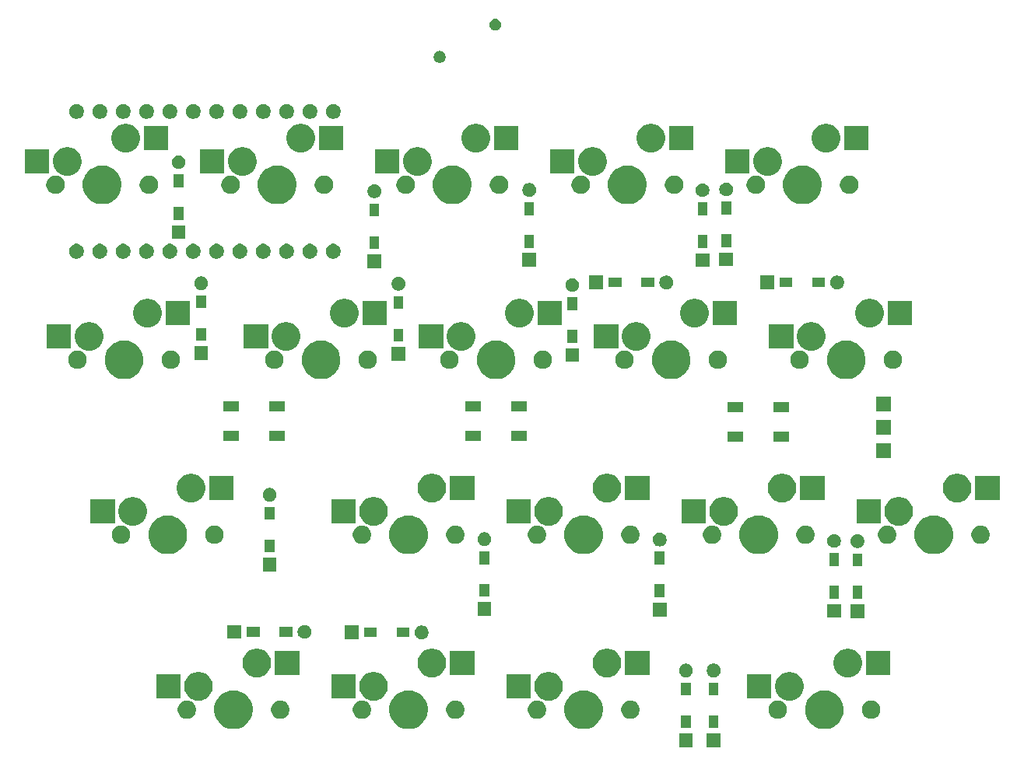
<source format=gbr>
G04 #@! TF.GenerationSoftware,KiCad,Pcbnew,(5.1.6-0-10_14)*
G04 #@! TF.CreationDate,2022-05-03T07:19:32+09:00*
G04 #@! TF.ProjectId,cool936,636f6f6c-3933-4362-9e6b-696361645f70,rev?*
G04 #@! TF.SameCoordinates,Original*
G04 #@! TF.FileFunction,Soldermask,Bot*
G04 #@! TF.FilePolarity,Negative*
%FSLAX46Y46*%
G04 Gerber Fmt 4.6, Leading zero omitted, Abs format (unit mm)*
G04 Created by KiCad (PCBNEW (5.1.6-0-10_14)) date 2022-05-03 07:19:32*
%MOMM*%
%LPD*%
G01*
G04 APERTURE LIST*
%ADD10C,0.100000*%
G04 APERTURE END LIST*
D10*
G36*
X95849500Y-61239500D02*
G01*
X94350500Y-61239500D01*
X94350500Y-59740500D01*
X95849500Y-59740500D01*
X95849500Y-61239500D01*
G37*
G36*
X92839500Y-61239500D02*
G01*
X91340500Y-61239500D01*
X91340500Y-59740500D01*
X92839500Y-59740500D01*
X92839500Y-61239500D01*
G37*
G36*
X62390036Y-55102827D02*
G01*
X62525339Y-55129740D01*
X62907697Y-55288118D01*
X63251810Y-55518047D01*
X63544453Y-55810690D01*
X63774382Y-56154803D01*
X63922297Y-56511900D01*
X63932760Y-56537162D01*
X64013500Y-56943068D01*
X64013500Y-57356932D01*
X63960347Y-57624149D01*
X63932760Y-57762839D01*
X63774382Y-58145197D01*
X63544453Y-58489310D01*
X63251810Y-58781953D01*
X62907697Y-59011882D01*
X62525339Y-59170260D01*
X62390036Y-59197173D01*
X62119432Y-59251000D01*
X61705568Y-59251000D01*
X61434964Y-59197173D01*
X61299661Y-59170260D01*
X60917303Y-59011882D01*
X60573190Y-58781953D01*
X60280547Y-58489310D01*
X60050618Y-58145197D01*
X59892240Y-57762839D01*
X59864653Y-57624149D01*
X59811500Y-57356932D01*
X59811500Y-56943068D01*
X59892240Y-56537162D01*
X59902704Y-56511900D01*
X60050618Y-56154803D01*
X60280547Y-55810690D01*
X60573190Y-55518047D01*
X60917303Y-55288118D01*
X61299661Y-55129740D01*
X61434964Y-55102827D01*
X61705568Y-55049000D01*
X62119432Y-55049000D01*
X62390036Y-55102827D01*
G37*
G36*
X43340036Y-55102827D02*
G01*
X43475339Y-55129740D01*
X43857697Y-55288118D01*
X44201810Y-55518047D01*
X44494453Y-55810690D01*
X44724382Y-56154803D01*
X44872297Y-56511900D01*
X44882760Y-56537162D01*
X44963500Y-56943068D01*
X44963500Y-57356932D01*
X44910347Y-57624149D01*
X44882760Y-57762839D01*
X44724382Y-58145197D01*
X44494453Y-58489310D01*
X44201810Y-58781953D01*
X43857697Y-59011882D01*
X43475339Y-59170260D01*
X43340036Y-59197173D01*
X43069432Y-59251000D01*
X42655568Y-59251000D01*
X42384964Y-59197173D01*
X42249661Y-59170260D01*
X41867303Y-59011882D01*
X41523190Y-58781953D01*
X41230547Y-58489310D01*
X41000618Y-58145197D01*
X40842240Y-57762839D01*
X40814653Y-57624149D01*
X40761500Y-57356932D01*
X40761500Y-56943068D01*
X40842240Y-56537162D01*
X40852704Y-56511900D01*
X41000618Y-56154803D01*
X41230547Y-55810690D01*
X41523190Y-55518047D01*
X41867303Y-55288118D01*
X42249661Y-55129740D01*
X42384964Y-55102827D01*
X42655568Y-55049000D01*
X43069432Y-55049000D01*
X43340036Y-55102827D01*
G37*
G36*
X107634036Y-55102827D02*
G01*
X107769339Y-55129740D01*
X108151697Y-55288118D01*
X108495810Y-55518047D01*
X108788453Y-55810690D01*
X109018382Y-56154803D01*
X109166297Y-56511900D01*
X109176760Y-56537162D01*
X109257500Y-56943068D01*
X109257500Y-57356932D01*
X109204347Y-57624149D01*
X109176760Y-57762839D01*
X109018382Y-58145197D01*
X108788453Y-58489310D01*
X108495810Y-58781953D01*
X108151697Y-59011882D01*
X107769339Y-59170260D01*
X107634036Y-59197173D01*
X107363432Y-59251000D01*
X106949568Y-59251000D01*
X106678964Y-59197173D01*
X106543661Y-59170260D01*
X106161303Y-59011882D01*
X105817190Y-58781953D01*
X105524547Y-58489310D01*
X105294618Y-58145197D01*
X105136240Y-57762839D01*
X105108653Y-57624149D01*
X105055500Y-57356932D01*
X105055500Y-56943068D01*
X105136240Y-56537162D01*
X105146704Y-56511900D01*
X105294618Y-56154803D01*
X105524547Y-55810690D01*
X105817190Y-55518047D01*
X106161303Y-55288118D01*
X106543661Y-55129740D01*
X106678964Y-55102827D01*
X106949568Y-55049000D01*
X107363432Y-55049000D01*
X107634036Y-55102827D01*
G37*
G36*
X81440036Y-55102827D02*
G01*
X81575339Y-55129740D01*
X81957697Y-55288118D01*
X82301810Y-55518047D01*
X82594453Y-55810690D01*
X82824382Y-56154803D01*
X82972297Y-56511900D01*
X82982760Y-56537162D01*
X83063500Y-56943068D01*
X83063500Y-57356932D01*
X83010347Y-57624149D01*
X82982760Y-57762839D01*
X82824382Y-58145197D01*
X82594453Y-58489310D01*
X82301810Y-58781953D01*
X81957697Y-59011882D01*
X81575339Y-59170260D01*
X81440036Y-59197173D01*
X81169432Y-59251000D01*
X80755568Y-59251000D01*
X80484964Y-59197173D01*
X80349661Y-59170260D01*
X79967303Y-59011882D01*
X79623190Y-58781953D01*
X79330547Y-58489310D01*
X79100618Y-58145197D01*
X78942240Y-57762839D01*
X78914653Y-57624149D01*
X78861500Y-57356932D01*
X78861500Y-56943068D01*
X78942240Y-56537162D01*
X78952704Y-56511900D01*
X79100618Y-56154803D01*
X79330547Y-55810690D01*
X79623190Y-55518047D01*
X79967303Y-55288118D01*
X80349661Y-55129740D01*
X80484964Y-55102827D01*
X80755568Y-55049000D01*
X81169432Y-55049000D01*
X81440036Y-55102827D01*
G37*
G36*
X92616000Y-59156000D02*
G01*
X91564000Y-59156000D01*
X91564000Y-57754000D01*
X92616000Y-57754000D01*
X92616000Y-59156000D01*
G37*
G36*
X95626000Y-59156000D02*
G01*
X94574000Y-59156000D01*
X94574000Y-57754000D01*
X95626000Y-57754000D01*
X95626000Y-59156000D01*
G37*
G36*
X56960264Y-56154803D02*
G01*
X57124481Y-56187468D01*
X57306651Y-56262926D01*
X57470600Y-56372473D01*
X57610027Y-56511900D01*
X57719574Y-56675849D01*
X57795032Y-56858019D01*
X57833500Y-57051410D01*
X57833500Y-57248590D01*
X57795032Y-57441981D01*
X57719574Y-57624151D01*
X57610027Y-57788100D01*
X57470600Y-57927527D01*
X57306651Y-58037074D01*
X57124481Y-58112532D01*
X57027785Y-58131766D01*
X56931091Y-58151000D01*
X56733909Y-58151000D01*
X56637215Y-58131766D01*
X56540519Y-58112532D01*
X56358349Y-58037074D01*
X56194400Y-57927527D01*
X56054973Y-57788100D01*
X55945426Y-57624151D01*
X55869968Y-57441981D01*
X55831500Y-57248590D01*
X55831500Y-57051410D01*
X55869968Y-56858019D01*
X55945426Y-56675849D01*
X56054973Y-56511900D01*
X56194400Y-56372473D01*
X56358349Y-56262926D01*
X56540519Y-56187468D01*
X56704736Y-56154803D01*
X56733909Y-56149000D01*
X56931091Y-56149000D01*
X56960264Y-56154803D01*
G37*
G36*
X48070264Y-56154803D02*
G01*
X48234481Y-56187468D01*
X48416651Y-56262926D01*
X48580600Y-56372473D01*
X48720027Y-56511900D01*
X48829574Y-56675849D01*
X48905032Y-56858019D01*
X48943500Y-57051410D01*
X48943500Y-57248590D01*
X48905032Y-57441981D01*
X48829574Y-57624151D01*
X48720027Y-57788100D01*
X48580600Y-57927527D01*
X48416651Y-58037074D01*
X48234481Y-58112532D01*
X48137785Y-58131766D01*
X48041091Y-58151000D01*
X47843909Y-58151000D01*
X47747215Y-58131766D01*
X47650519Y-58112532D01*
X47468349Y-58037074D01*
X47304400Y-57927527D01*
X47164973Y-57788100D01*
X47055426Y-57624151D01*
X46979968Y-57441981D01*
X46941500Y-57248590D01*
X46941500Y-57051410D01*
X46979968Y-56858019D01*
X47055426Y-56675849D01*
X47164973Y-56511900D01*
X47304400Y-56372473D01*
X47468349Y-56262926D01*
X47650519Y-56187468D01*
X47814736Y-56154803D01*
X47843909Y-56149000D01*
X48041091Y-56149000D01*
X48070264Y-56154803D01*
G37*
G36*
X37910264Y-56154803D02*
G01*
X38074481Y-56187468D01*
X38256651Y-56262926D01*
X38420600Y-56372473D01*
X38560027Y-56511900D01*
X38669574Y-56675849D01*
X38745032Y-56858019D01*
X38783500Y-57051410D01*
X38783500Y-57248590D01*
X38745032Y-57441981D01*
X38669574Y-57624151D01*
X38560027Y-57788100D01*
X38420600Y-57927527D01*
X38256651Y-58037074D01*
X38074481Y-58112532D01*
X37977785Y-58131766D01*
X37881091Y-58151000D01*
X37683909Y-58151000D01*
X37587215Y-58131766D01*
X37490519Y-58112532D01*
X37308349Y-58037074D01*
X37144400Y-57927527D01*
X37004973Y-57788100D01*
X36895426Y-57624151D01*
X36819968Y-57441981D01*
X36781500Y-57248590D01*
X36781500Y-57051410D01*
X36819968Y-56858019D01*
X36895426Y-56675849D01*
X37004973Y-56511900D01*
X37144400Y-56372473D01*
X37308349Y-56262926D01*
X37490519Y-56187468D01*
X37654736Y-56154803D01*
X37683909Y-56149000D01*
X37881091Y-56149000D01*
X37910264Y-56154803D01*
G37*
G36*
X76010264Y-56154803D02*
G01*
X76174481Y-56187468D01*
X76356651Y-56262926D01*
X76520600Y-56372473D01*
X76660027Y-56511900D01*
X76769574Y-56675849D01*
X76845032Y-56858019D01*
X76883500Y-57051410D01*
X76883500Y-57248590D01*
X76845032Y-57441981D01*
X76769574Y-57624151D01*
X76660027Y-57788100D01*
X76520600Y-57927527D01*
X76356651Y-58037074D01*
X76174481Y-58112532D01*
X76077785Y-58131766D01*
X75981091Y-58151000D01*
X75783909Y-58151000D01*
X75687215Y-58131766D01*
X75590519Y-58112532D01*
X75408349Y-58037074D01*
X75244400Y-57927527D01*
X75104973Y-57788100D01*
X74995426Y-57624151D01*
X74919968Y-57441981D01*
X74881500Y-57248590D01*
X74881500Y-57051410D01*
X74919968Y-56858019D01*
X74995426Y-56675849D01*
X75104973Y-56511900D01*
X75244400Y-56372473D01*
X75408349Y-56262926D01*
X75590519Y-56187468D01*
X75754736Y-56154803D01*
X75783909Y-56149000D01*
X75981091Y-56149000D01*
X76010264Y-56154803D01*
G37*
G36*
X112364264Y-56154803D02*
G01*
X112528481Y-56187468D01*
X112710651Y-56262926D01*
X112874600Y-56372473D01*
X113014027Y-56511900D01*
X113123574Y-56675849D01*
X113199032Y-56858019D01*
X113237500Y-57051410D01*
X113237500Y-57248590D01*
X113199032Y-57441981D01*
X113123574Y-57624151D01*
X113014027Y-57788100D01*
X112874600Y-57927527D01*
X112710651Y-58037074D01*
X112528481Y-58112532D01*
X112431785Y-58131766D01*
X112335091Y-58151000D01*
X112137909Y-58151000D01*
X112041215Y-58131766D01*
X111944519Y-58112532D01*
X111762349Y-58037074D01*
X111598400Y-57927527D01*
X111458973Y-57788100D01*
X111349426Y-57624151D01*
X111273968Y-57441981D01*
X111235500Y-57248590D01*
X111235500Y-57051410D01*
X111273968Y-56858019D01*
X111349426Y-56675849D01*
X111458973Y-56511900D01*
X111598400Y-56372473D01*
X111762349Y-56262926D01*
X111944519Y-56187468D01*
X112108736Y-56154803D01*
X112137909Y-56149000D01*
X112335091Y-56149000D01*
X112364264Y-56154803D01*
G37*
G36*
X67120264Y-56154803D02*
G01*
X67284481Y-56187468D01*
X67466651Y-56262926D01*
X67630600Y-56372473D01*
X67770027Y-56511900D01*
X67879574Y-56675849D01*
X67955032Y-56858019D01*
X67993500Y-57051410D01*
X67993500Y-57248590D01*
X67955032Y-57441981D01*
X67879574Y-57624151D01*
X67770027Y-57788100D01*
X67630600Y-57927527D01*
X67466651Y-58037074D01*
X67284481Y-58112532D01*
X67187785Y-58131766D01*
X67091091Y-58151000D01*
X66893909Y-58151000D01*
X66797215Y-58131766D01*
X66700519Y-58112532D01*
X66518349Y-58037074D01*
X66354400Y-57927527D01*
X66214973Y-57788100D01*
X66105426Y-57624151D01*
X66029968Y-57441981D01*
X65991500Y-57248590D01*
X65991500Y-57051410D01*
X66029968Y-56858019D01*
X66105426Y-56675849D01*
X66214973Y-56511900D01*
X66354400Y-56372473D01*
X66518349Y-56262926D01*
X66700519Y-56187468D01*
X66864736Y-56154803D01*
X66893909Y-56149000D01*
X67091091Y-56149000D01*
X67120264Y-56154803D01*
G37*
G36*
X86170264Y-56154803D02*
G01*
X86334481Y-56187468D01*
X86516651Y-56262926D01*
X86680600Y-56372473D01*
X86820027Y-56511900D01*
X86929574Y-56675849D01*
X87005032Y-56858019D01*
X87043500Y-57051410D01*
X87043500Y-57248590D01*
X87005032Y-57441981D01*
X86929574Y-57624151D01*
X86820027Y-57788100D01*
X86680600Y-57927527D01*
X86516651Y-58037074D01*
X86334481Y-58112532D01*
X86237785Y-58131766D01*
X86141091Y-58151000D01*
X85943909Y-58151000D01*
X85847215Y-58131766D01*
X85750519Y-58112532D01*
X85568349Y-58037074D01*
X85404400Y-57927527D01*
X85264973Y-57788100D01*
X85155426Y-57624151D01*
X85079968Y-57441981D01*
X85041500Y-57248590D01*
X85041500Y-57051410D01*
X85079968Y-56858019D01*
X85155426Y-56675849D01*
X85264973Y-56511900D01*
X85404400Y-56372473D01*
X85568349Y-56262926D01*
X85750519Y-56187468D01*
X85914736Y-56154803D01*
X85943909Y-56149000D01*
X86141091Y-56149000D01*
X86170264Y-56154803D01*
G37*
G36*
X102204264Y-56154803D02*
G01*
X102368481Y-56187468D01*
X102550651Y-56262926D01*
X102714600Y-56372473D01*
X102854027Y-56511900D01*
X102963574Y-56675849D01*
X103039032Y-56858019D01*
X103077500Y-57051410D01*
X103077500Y-57248590D01*
X103039032Y-57441981D01*
X102963574Y-57624151D01*
X102854027Y-57788100D01*
X102714600Y-57927527D01*
X102550651Y-58037074D01*
X102368481Y-58112532D01*
X102271785Y-58131766D01*
X102175091Y-58151000D01*
X101977909Y-58151000D01*
X101881215Y-58131766D01*
X101784519Y-58112532D01*
X101602349Y-58037074D01*
X101438400Y-57927527D01*
X101298973Y-57788100D01*
X101189426Y-57624151D01*
X101113968Y-57441981D01*
X101075500Y-57248590D01*
X101075500Y-57051410D01*
X101113968Y-56858019D01*
X101189426Y-56675849D01*
X101298973Y-56511900D01*
X101438400Y-56372473D01*
X101602349Y-56262926D01*
X101784519Y-56187468D01*
X101948736Y-56154803D01*
X101977909Y-56149000D01*
X102175091Y-56149000D01*
X102204264Y-56154803D01*
G37*
G36*
X103648170Y-53088620D02*
G01*
X103798910Y-53118604D01*
X104081174Y-53235521D01*
X104335205Y-53405259D01*
X104551241Y-53621295D01*
X104720979Y-53875326D01*
X104837896Y-54157590D01*
X104897500Y-54457240D01*
X104897500Y-54762760D01*
X104837896Y-55062410D01*
X104720979Y-55344674D01*
X104551241Y-55598705D01*
X104335205Y-55814741D01*
X104081174Y-55984479D01*
X103798910Y-56101396D01*
X103649085Y-56131198D01*
X103499261Y-56161000D01*
X103193739Y-56161000D01*
X103043915Y-56131198D01*
X102894090Y-56101396D01*
X102611826Y-55984479D01*
X102357795Y-55814741D01*
X102141759Y-55598705D01*
X101972021Y-55344674D01*
X101855104Y-55062410D01*
X101795500Y-54762760D01*
X101795500Y-54457240D01*
X101855104Y-54157590D01*
X101972021Y-53875326D01*
X102141759Y-53621295D01*
X102357795Y-53405259D01*
X102611826Y-53235521D01*
X102894090Y-53118604D01*
X103044830Y-53088620D01*
X103193739Y-53059000D01*
X103499261Y-53059000D01*
X103648170Y-53088620D01*
G37*
G36*
X77454170Y-53088620D02*
G01*
X77604910Y-53118604D01*
X77887174Y-53235521D01*
X78141205Y-53405259D01*
X78357241Y-53621295D01*
X78526979Y-53875326D01*
X78643896Y-54157590D01*
X78703500Y-54457240D01*
X78703500Y-54762760D01*
X78643896Y-55062410D01*
X78526979Y-55344674D01*
X78357241Y-55598705D01*
X78141205Y-55814741D01*
X77887174Y-55984479D01*
X77604910Y-56101396D01*
X77455085Y-56131198D01*
X77305261Y-56161000D01*
X76999739Y-56161000D01*
X76849915Y-56131198D01*
X76700090Y-56101396D01*
X76417826Y-55984479D01*
X76163795Y-55814741D01*
X75947759Y-55598705D01*
X75778021Y-55344674D01*
X75661104Y-55062410D01*
X75601500Y-54762760D01*
X75601500Y-54457240D01*
X75661104Y-54157590D01*
X75778021Y-53875326D01*
X75947759Y-53621295D01*
X76163795Y-53405259D01*
X76417826Y-53235521D01*
X76700090Y-53118604D01*
X76850830Y-53088620D01*
X76999739Y-53059000D01*
X77305261Y-53059000D01*
X77454170Y-53088620D01*
G37*
G36*
X58404170Y-53088620D02*
G01*
X58554910Y-53118604D01*
X58837174Y-53235521D01*
X59091205Y-53405259D01*
X59307241Y-53621295D01*
X59476979Y-53875326D01*
X59593896Y-54157590D01*
X59653500Y-54457240D01*
X59653500Y-54762760D01*
X59593896Y-55062410D01*
X59476979Y-55344674D01*
X59307241Y-55598705D01*
X59091205Y-55814741D01*
X58837174Y-55984479D01*
X58554910Y-56101396D01*
X58405085Y-56131198D01*
X58255261Y-56161000D01*
X57949739Y-56161000D01*
X57799915Y-56131198D01*
X57650090Y-56101396D01*
X57367826Y-55984479D01*
X57113795Y-55814741D01*
X56897759Y-55598705D01*
X56728021Y-55344674D01*
X56611104Y-55062410D01*
X56551500Y-54762760D01*
X56551500Y-54457240D01*
X56611104Y-54157590D01*
X56728021Y-53875326D01*
X56897759Y-53621295D01*
X57113795Y-53405259D01*
X57367826Y-53235521D01*
X57650090Y-53118604D01*
X57800830Y-53088620D01*
X57949739Y-53059000D01*
X58255261Y-53059000D01*
X58404170Y-53088620D01*
G37*
G36*
X39354170Y-53088620D02*
G01*
X39504910Y-53118604D01*
X39787174Y-53235521D01*
X40041205Y-53405259D01*
X40257241Y-53621295D01*
X40426979Y-53875326D01*
X40543896Y-54157590D01*
X40603500Y-54457240D01*
X40603500Y-54762760D01*
X40543896Y-55062410D01*
X40426979Y-55344674D01*
X40257241Y-55598705D01*
X40041205Y-55814741D01*
X39787174Y-55984479D01*
X39504910Y-56101396D01*
X39355085Y-56131198D01*
X39205261Y-56161000D01*
X38899739Y-56161000D01*
X38749915Y-56131198D01*
X38600090Y-56101396D01*
X38317826Y-55984479D01*
X38063795Y-55814741D01*
X37847759Y-55598705D01*
X37678021Y-55344674D01*
X37561104Y-55062410D01*
X37501500Y-54762760D01*
X37501500Y-54457240D01*
X37561104Y-54157590D01*
X37678021Y-53875326D01*
X37847759Y-53621295D01*
X38063795Y-53405259D01*
X38317826Y-53235521D01*
X38600090Y-53118604D01*
X38750830Y-53088620D01*
X38899739Y-53059000D01*
X39205261Y-53059000D01*
X39354170Y-53088620D01*
G37*
G36*
X101397500Y-55911000D02*
G01*
X98745500Y-55911000D01*
X98745500Y-53309000D01*
X101397500Y-53309000D01*
X101397500Y-55911000D01*
G37*
G36*
X37103500Y-55911000D02*
G01*
X34451500Y-55911000D01*
X34451500Y-53309000D01*
X37103500Y-53309000D01*
X37103500Y-55911000D01*
G37*
G36*
X56153500Y-55911000D02*
G01*
X53501500Y-55911000D01*
X53501500Y-53309000D01*
X56153500Y-53309000D01*
X56153500Y-55911000D01*
G37*
G36*
X75203500Y-55911000D02*
G01*
X72551500Y-55911000D01*
X72551500Y-53309000D01*
X75203500Y-53309000D01*
X75203500Y-55911000D01*
G37*
G36*
X92616000Y-55606000D02*
G01*
X91564000Y-55606000D01*
X91564000Y-54204000D01*
X92616000Y-54204000D01*
X92616000Y-55606000D01*
G37*
G36*
X95626000Y-55606000D02*
G01*
X94574000Y-55606000D01*
X94574000Y-54204000D01*
X95626000Y-54204000D01*
X95626000Y-55606000D01*
G37*
G36*
X64755085Y-50548802D02*
G01*
X64904910Y-50578604D01*
X65187174Y-50695521D01*
X65441205Y-50865259D01*
X65657241Y-51081295D01*
X65826979Y-51335326D01*
X65943896Y-51617590D01*
X66003500Y-51917240D01*
X66003500Y-52222760D01*
X65943896Y-52522410D01*
X65826979Y-52804674D01*
X65657241Y-53058705D01*
X65441205Y-53274741D01*
X65187174Y-53444479D01*
X64904910Y-53561396D01*
X64757604Y-53590697D01*
X64605261Y-53621000D01*
X64299739Y-53621000D01*
X64147396Y-53590697D01*
X64000090Y-53561396D01*
X63717826Y-53444479D01*
X63463795Y-53274741D01*
X63247759Y-53058705D01*
X63078021Y-52804674D01*
X62961104Y-52522410D01*
X62901500Y-52222760D01*
X62901500Y-51917240D01*
X62961104Y-51617590D01*
X63078021Y-51335326D01*
X63247759Y-51081295D01*
X63463795Y-50865259D01*
X63717826Y-50695521D01*
X64000090Y-50578604D01*
X64149915Y-50548802D01*
X64299739Y-50519000D01*
X64605261Y-50519000D01*
X64755085Y-50548802D01*
G37*
G36*
X45705085Y-50548802D02*
G01*
X45854910Y-50578604D01*
X46137174Y-50695521D01*
X46391205Y-50865259D01*
X46607241Y-51081295D01*
X46776979Y-51335326D01*
X46893896Y-51617590D01*
X46953500Y-51917240D01*
X46953500Y-52222760D01*
X46893896Y-52522410D01*
X46776979Y-52804674D01*
X46607241Y-53058705D01*
X46391205Y-53274741D01*
X46137174Y-53444479D01*
X45854910Y-53561396D01*
X45707604Y-53590697D01*
X45555261Y-53621000D01*
X45249739Y-53621000D01*
X45097396Y-53590697D01*
X44950090Y-53561396D01*
X44667826Y-53444479D01*
X44413795Y-53274741D01*
X44197759Y-53058705D01*
X44028021Y-52804674D01*
X43911104Y-52522410D01*
X43851500Y-52222760D01*
X43851500Y-51917240D01*
X43911104Y-51617590D01*
X44028021Y-51335326D01*
X44197759Y-51081295D01*
X44413795Y-50865259D01*
X44667826Y-50695521D01*
X44950090Y-50578604D01*
X45099915Y-50548802D01*
X45249739Y-50519000D01*
X45555261Y-50519000D01*
X45705085Y-50548802D01*
G37*
G36*
X83805085Y-50548802D02*
G01*
X83954910Y-50578604D01*
X84237174Y-50695521D01*
X84491205Y-50865259D01*
X84707241Y-51081295D01*
X84876979Y-51335326D01*
X84993896Y-51617590D01*
X85053500Y-51917240D01*
X85053500Y-52222760D01*
X84993896Y-52522410D01*
X84876979Y-52804674D01*
X84707241Y-53058705D01*
X84491205Y-53274741D01*
X84237174Y-53444479D01*
X83954910Y-53561396D01*
X83807604Y-53590697D01*
X83655261Y-53621000D01*
X83349739Y-53621000D01*
X83197396Y-53590697D01*
X83050090Y-53561396D01*
X82767826Y-53444479D01*
X82513795Y-53274741D01*
X82297759Y-53058705D01*
X82128021Y-52804674D01*
X82011104Y-52522410D01*
X81951500Y-52222760D01*
X81951500Y-51917240D01*
X82011104Y-51617590D01*
X82128021Y-51335326D01*
X82297759Y-51081295D01*
X82513795Y-50865259D01*
X82767826Y-50695521D01*
X83050090Y-50578604D01*
X83199915Y-50548802D01*
X83349739Y-50519000D01*
X83655261Y-50519000D01*
X83805085Y-50548802D01*
G37*
G36*
X109999085Y-50548802D02*
G01*
X110148910Y-50578604D01*
X110431174Y-50695521D01*
X110685205Y-50865259D01*
X110901241Y-51081295D01*
X111070979Y-51335326D01*
X111187896Y-51617590D01*
X111247500Y-51917240D01*
X111247500Y-52222760D01*
X111187896Y-52522410D01*
X111070979Y-52804674D01*
X110901241Y-53058705D01*
X110685205Y-53274741D01*
X110431174Y-53444479D01*
X110148910Y-53561396D01*
X110001604Y-53590697D01*
X109849261Y-53621000D01*
X109543739Y-53621000D01*
X109391396Y-53590697D01*
X109244090Y-53561396D01*
X108961826Y-53444479D01*
X108707795Y-53274741D01*
X108491759Y-53058705D01*
X108322021Y-52804674D01*
X108205104Y-52522410D01*
X108145500Y-52222760D01*
X108145500Y-51917240D01*
X108205104Y-51617590D01*
X108322021Y-51335326D01*
X108491759Y-51081295D01*
X108707795Y-50865259D01*
X108961826Y-50695521D01*
X109244090Y-50578604D01*
X109393915Y-50548802D01*
X109543739Y-50519000D01*
X109849261Y-50519000D01*
X109999085Y-50548802D01*
G37*
G36*
X92184425Y-52124599D02*
G01*
X92308621Y-52149302D01*
X92445022Y-52205801D01*
X92567779Y-52287825D01*
X92672175Y-52392221D01*
X92754199Y-52514978D01*
X92810698Y-52651379D01*
X92839500Y-52796181D01*
X92839500Y-52943819D01*
X92810698Y-53088621D01*
X92754199Y-53225022D01*
X92672175Y-53347779D01*
X92567779Y-53452175D01*
X92445022Y-53534199D01*
X92308621Y-53590698D01*
X92184425Y-53615401D01*
X92163820Y-53619500D01*
X92016180Y-53619500D01*
X91995575Y-53615401D01*
X91871379Y-53590698D01*
X91734978Y-53534199D01*
X91612221Y-53452175D01*
X91507825Y-53347779D01*
X91425801Y-53225022D01*
X91369302Y-53088621D01*
X91340500Y-52943819D01*
X91340500Y-52796181D01*
X91369302Y-52651379D01*
X91425801Y-52514978D01*
X91507825Y-52392221D01*
X91612221Y-52287825D01*
X91734978Y-52205801D01*
X91871379Y-52149302D01*
X91995575Y-52124599D01*
X92016180Y-52120500D01*
X92163820Y-52120500D01*
X92184425Y-52124599D01*
G37*
G36*
X95194425Y-52124599D02*
G01*
X95318621Y-52149302D01*
X95455022Y-52205801D01*
X95577779Y-52287825D01*
X95682175Y-52392221D01*
X95764199Y-52514978D01*
X95820698Y-52651379D01*
X95849500Y-52796181D01*
X95849500Y-52943819D01*
X95820698Y-53088621D01*
X95764199Y-53225022D01*
X95682175Y-53347779D01*
X95577779Y-53452175D01*
X95455022Y-53534199D01*
X95318621Y-53590698D01*
X95194425Y-53615401D01*
X95173820Y-53619500D01*
X95026180Y-53619500D01*
X95005575Y-53615401D01*
X94881379Y-53590698D01*
X94744978Y-53534199D01*
X94622221Y-53452175D01*
X94517825Y-53347779D01*
X94435801Y-53225022D01*
X94379302Y-53088621D01*
X94350500Y-52943819D01*
X94350500Y-52796181D01*
X94379302Y-52651379D01*
X94435801Y-52514978D01*
X94517825Y-52392221D01*
X94622221Y-52287825D01*
X94744978Y-52205801D01*
X94881379Y-52149302D01*
X95005575Y-52124599D01*
X95026180Y-52120500D01*
X95173820Y-52120500D01*
X95194425Y-52124599D01*
G37*
G36*
X114324500Y-53371000D02*
G01*
X111672500Y-53371000D01*
X111672500Y-50769000D01*
X114324500Y-50769000D01*
X114324500Y-53371000D01*
G37*
G36*
X88130500Y-53371000D02*
G01*
X85478500Y-53371000D01*
X85478500Y-50769000D01*
X88130500Y-50769000D01*
X88130500Y-53371000D01*
G37*
G36*
X69080500Y-53371000D02*
G01*
X66428500Y-53371000D01*
X66428500Y-50769000D01*
X69080500Y-50769000D01*
X69080500Y-53371000D01*
G37*
G36*
X50030500Y-53371000D02*
G01*
X47378500Y-53371000D01*
X47378500Y-50769000D01*
X50030500Y-50769000D01*
X50030500Y-53371000D01*
G37*
G36*
X63434425Y-47984599D02*
G01*
X63558621Y-48009302D01*
X63695022Y-48065801D01*
X63817779Y-48147825D01*
X63922175Y-48252221D01*
X64004199Y-48374978D01*
X64060698Y-48511379D01*
X64089500Y-48656181D01*
X64089500Y-48803819D01*
X64060698Y-48948621D01*
X64004199Y-49085022D01*
X63922175Y-49207779D01*
X63817779Y-49312175D01*
X63695022Y-49394199D01*
X63558621Y-49450698D01*
X63434425Y-49475401D01*
X63413820Y-49479500D01*
X63266180Y-49479500D01*
X63245575Y-49475401D01*
X63121379Y-49450698D01*
X62984978Y-49394199D01*
X62862221Y-49312175D01*
X62757825Y-49207779D01*
X62675801Y-49085022D01*
X62619302Y-48948621D01*
X62590500Y-48803819D01*
X62590500Y-48656181D01*
X62619302Y-48511379D01*
X62675801Y-48374978D01*
X62757825Y-48252221D01*
X62862221Y-48147825D01*
X62984978Y-48065801D01*
X63121379Y-48009302D01*
X63245575Y-47984599D01*
X63266180Y-47980500D01*
X63413820Y-47980500D01*
X63434425Y-47984599D01*
G37*
G36*
X56469500Y-49479500D02*
G01*
X54970500Y-49479500D01*
X54970500Y-47980500D01*
X56469500Y-47980500D01*
X56469500Y-49479500D01*
G37*
G36*
X43719500Y-49409500D02*
G01*
X42220500Y-49409500D01*
X42220500Y-47910500D01*
X43719500Y-47910500D01*
X43719500Y-49409500D01*
G37*
G36*
X50684425Y-47914599D02*
G01*
X50808621Y-47939302D01*
X50945022Y-47995801D01*
X51067779Y-48077825D01*
X51172175Y-48182221D01*
X51254199Y-48304978D01*
X51310698Y-48441379D01*
X51339500Y-48586181D01*
X51339500Y-48733819D01*
X51310698Y-48878621D01*
X51254199Y-49015022D01*
X51172175Y-49137779D01*
X51067779Y-49242175D01*
X50945022Y-49324199D01*
X50808621Y-49380698D01*
X50684425Y-49405401D01*
X50663820Y-49409500D01*
X50516180Y-49409500D01*
X50495575Y-49405401D01*
X50371379Y-49380698D01*
X50234978Y-49324199D01*
X50112221Y-49242175D01*
X50007825Y-49137779D01*
X49925801Y-49015022D01*
X49869302Y-48878621D01*
X49840500Y-48733819D01*
X49840500Y-48586181D01*
X49869302Y-48441379D01*
X49925801Y-48304978D01*
X50007825Y-48182221D01*
X50112221Y-48077825D01*
X50234978Y-47995801D01*
X50371379Y-47939302D01*
X50495575Y-47914599D01*
X50516180Y-47910500D01*
X50663820Y-47910500D01*
X50684425Y-47914599D01*
G37*
G36*
X58456000Y-49256000D02*
G01*
X57054000Y-49256000D01*
X57054000Y-48204000D01*
X58456000Y-48204000D01*
X58456000Y-49256000D01*
G37*
G36*
X62006000Y-49256000D02*
G01*
X60604000Y-49256000D01*
X60604000Y-48204000D01*
X62006000Y-48204000D01*
X62006000Y-49256000D01*
G37*
G36*
X45706000Y-49186000D02*
G01*
X44304000Y-49186000D01*
X44304000Y-48134000D01*
X45706000Y-48134000D01*
X45706000Y-49186000D01*
G37*
G36*
X49256000Y-49186000D02*
G01*
X47854000Y-49186000D01*
X47854000Y-48134000D01*
X49256000Y-48134000D01*
X49256000Y-49186000D01*
G37*
G36*
X111499500Y-47159500D02*
G01*
X110000500Y-47159500D01*
X110000500Y-45660500D01*
X111499500Y-45660500D01*
X111499500Y-47159500D01*
G37*
G36*
X108969500Y-47129500D02*
G01*
X107470500Y-47129500D01*
X107470500Y-45630500D01*
X108969500Y-45630500D01*
X108969500Y-47129500D01*
G37*
G36*
X89979500Y-46979500D02*
G01*
X88480500Y-46979500D01*
X88480500Y-45480500D01*
X89979500Y-45480500D01*
X89979500Y-46979500D01*
G37*
G36*
X70909500Y-46939500D02*
G01*
X69410500Y-46939500D01*
X69410500Y-45440500D01*
X70909500Y-45440500D01*
X70909500Y-46939500D01*
G37*
G36*
X111276000Y-45076000D02*
G01*
X110224000Y-45076000D01*
X110224000Y-43674000D01*
X111276000Y-43674000D01*
X111276000Y-45076000D01*
G37*
G36*
X108746000Y-45046000D02*
G01*
X107694000Y-45046000D01*
X107694000Y-43644000D01*
X108746000Y-43644000D01*
X108746000Y-45046000D01*
G37*
G36*
X89756000Y-44896000D02*
G01*
X88704000Y-44896000D01*
X88704000Y-43494000D01*
X89756000Y-43494000D01*
X89756000Y-44896000D01*
G37*
G36*
X70686000Y-44856000D02*
G01*
X69634000Y-44856000D01*
X69634000Y-43454000D01*
X70686000Y-43454000D01*
X70686000Y-44856000D01*
G37*
G36*
X47539500Y-42099500D02*
G01*
X46040500Y-42099500D01*
X46040500Y-40600500D01*
X47539500Y-40600500D01*
X47539500Y-42099500D01*
G37*
G36*
X111276000Y-41526000D02*
G01*
X110224000Y-41526000D01*
X110224000Y-40124000D01*
X111276000Y-40124000D01*
X111276000Y-41526000D01*
G37*
G36*
X108746000Y-41496000D02*
G01*
X107694000Y-41496000D01*
X107694000Y-40094000D01*
X108746000Y-40094000D01*
X108746000Y-41496000D01*
G37*
G36*
X89756000Y-41346000D02*
G01*
X88704000Y-41346000D01*
X88704000Y-39944000D01*
X89756000Y-39944000D01*
X89756000Y-41346000D01*
G37*
G36*
X70686000Y-41306000D02*
G01*
X69634000Y-41306000D01*
X69634000Y-39904000D01*
X70686000Y-39904000D01*
X70686000Y-41306000D01*
G37*
G36*
X100490036Y-36052827D02*
G01*
X100625339Y-36079740D01*
X101007697Y-36238118D01*
X101092336Y-36294672D01*
X101348747Y-36466000D01*
X101351810Y-36468047D01*
X101644453Y-36760690D01*
X101874382Y-37104803D01*
X102022297Y-37461900D01*
X102032760Y-37487162D01*
X102113500Y-37893068D01*
X102113500Y-38306932D01*
X102093997Y-38404978D01*
X102032760Y-38712839D01*
X101964544Y-38877527D01*
X101894025Y-39047776D01*
X101874382Y-39095197D01*
X101809583Y-39192175D01*
X101697781Y-39359500D01*
X101644453Y-39439310D01*
X101351810Y-39731953D01*
X101007697Y-39961882D01*
X100625339Y-40120260D01*
X100490036Y-40147173D01*
X100219432Y-40201000D01*
X99805568Y-40201000D01*
X99534964Y-40147173D01*
X99399661Y-40120260D01*
X99017303Y-39961882D01*
X98673190Y-39731953D01*
X98380547Y-39439310D01*
X98327220Y-39359500D01*
X98215417Y-39192175D01*
X98150618Y-39095197D01*
X98130976Y-39047776D01*
X98060456Y-38877527D01*
X97992240Y-38712839D01*
X97931003Y-38404978D01*
X97911500Y-38306932D01*
X97911500Y-37893068D01*
X97992240Y-37487162D01*
X98002704Y-37461900D01*
X98150618Y-37104803D01*
X98380547Y-36760690D01*
X98673190Y-36468047D01*
X98676254Y-36466000D01*
X98932664Y-36294672D01*
X99017303Y-36238118D01*
X99399661Y-36079740D01*
X99534964Y-36052827D01*
X99805568Y-35999000D01*
X100219432Y-35999000D01*
X100490036Y-36052827D01*
G37*
G36*
X119540036Y-36052827D02*
G01*
X119675339Y-36079740D01*
X120057697Y-36238118D01*
X120142336Y-36294672D01*
X120398747Y-36466000D01*
X120401810Y-36468047D01*
X120694453Y-36760690D01*
X120924382Y-37104803D01*
X121072297Y-37461900D01*
X121082760Y-37487162D01*
X121163500Y-37893068D01*
X121163500Y-38306932D01*
X121143997Y-38404978D01*
X121082760Y-38712839D01*
X121014544Y-38877527D01*
X120944025Y-39047776D01*
X120924382Y-39095197D01*
X120859583Y-39192175D01*
X120747781Y-39359500D01*
X120694453Y-39439310D01*
X120401810Y-39731953D01*
X120057697Y-39961882D01*
X119675339Y-40120260D01*
X119540036Y-40147173D01*
X119269432Y-40201000D01*
X118855568Y-40201000D01*
X118584964Y-40147173D01*
X118449661Y-40120260D01*
X118067303Y-39961882D01*
X117723190Y-39731953D01*
X117430547Y-39439310D01*
X117377220Y-39359500D01*
X117265417Y-39192175D01*
X117200618Y-39095197D01*
X117180976Y-39047776D01*
X117110456Y-38877527D01*
X117042240Y-38712839D01*
X116981003Y-38404978D01*
X116961500Y-38306932D01*
X116961500Y-37893068D01*
X117042240Y-37487162D01*
X117052704Y-37461900D01*
X117200618Y-37104803D01*
X117430547Y-36760690D01*
X117723190Y-36468047D01*
X117726254Y-36466000D01*
X117982664Y-36294672D01*
X118067303Y-36238118D01*
X118449661Y-36079740D01*
X118584964Y-36052827D01*
X118855568Y-35999000D01*
X119269432Y-35999000D01*
X119540036Y-36052827D01*
G37*
G36*
X81440036Y-36052827D02*
G01*
X81575339Y-36079740D01*
X81957697Y-36238118D01*
X82042336Y-36294672D01*
X82298747Y-36466000D01*
X82301810Y-36468047D01*
X82594453Y-36760690D01*
X82824382Y-37104803D01*
X82972297Y-37461900D01*
X82982760Y-37487162D01*
X83063500Y-37893068D01*
X83063500Y-38306932D01*
X83043997Y-38404978D01*
X82982760Y-38712839D01*
X82914544Y-38877527D01*
X82844025Y-39047776D01*
X82824382Y-39095197D01*
X82759583Y-39192175D01*
X82647781Y-39359500D01*
X82594453Y-39439310D01*
X82301810Y-39731953D01*
X81957697Y-39961882D01*
X81575339Y-40120260D01*
X81440036Y-40147173D01*
X81169432Y-40201000D01*
X80755568Y-40201000D01*
X80484964Y-40147173D01*
X80349661Y-40120260D01*
X79967303Y-39961882D01*
X79623190Y-39731953D01*
X79330547Y-39439310D01*
X79277220Y-39359500D01*
X79165417Y-39192175D01*
X79100618Y-39095197D01*
X79080976Y-39047776D01*
X79010456Y-38877527D01*
X78942240Y-38712839D01*
X78881003Y-38404978D01*
X78861500Y-38306932D01*
X78861500Y-37893068D01*
X78942240Y-37487162D01*
X78952704Y-37461900D01*
X79100618Y-37104803D01*
X79330547Y-36760690D01*
X79623190Y-36468047D01*
X79626254Y-36466000D01*
X79882664Y-36294672D01*
X79967303Y-36238118D01*
X80349661Y-36079740D01*
X80484964Y-36052827D01*
X80755568Y-35999000D01*
X81169432Y-35999000D01*
X81440036Y-36052827D01*
G37*
G36*
X62390036Y-36052827D02*
G01*
X62525339Y-36079740D01*
X62907697Y-36238118D01*
X62992336Y-36294672D01*
X63248747Y-36466000D01*
X63251810Y-36468047D01*
X63544453Y-36760690D01*
X63774382Y-37104803D01*
X63922297Y-37461900D01*
X63932760Y-37487162D01*
X64013500Y-37893068D01*
X64013500Y-38306932D01*
X63993997Y-38404978D01*
X63932760Y-38712839D01*
X63864544Y-38877527D01*
X63794025Y-39047776D01*
X63774382Y-39095197D01*
X63709583Y-39192175D01*
X63597781Y-39359500D01*
X63544453Y-39439310D01*
X63251810Y-39731953D01*
X62907697Y-39961882D01*
X62525339Y-40120260D01*
X62390036Y-40147173D01*
X62119432Y-40201000D01*
X61705568Y-40201000D01*
X61434964Y-40147173D01*
X61299661Y-40120260D01*
X60917303Y-39961882D01*
X60573190Y-39731953D01*
X60280547Y-39439310D01*
X60227220Y-39359500D01*
X60115417Y-39192175D01*
X60050618Y-39095197D01*
X60030976Y-39047776D01*
X59960456Y-38877527D01*
X59892240Y-38712839D01*
X59831003Y-38404978D01*
X59811500Y-38306932D01*
X59811500Y-37893068D01*
X59892240Y-37487162D01*
X59902704Y-37461900D01*
X60050618Y-37104803D01*
X60280547Y-36760690D01*
X60573190Y-36468047D01*
X60576254Y-36466000D01*
X60832664Y-36294672D01*
X60917303Y-36238118D01*
X61299661Y-36079740D01*
X61434964Y-36052827D01*
X61705568Y-35999000D01*
X62119432Y-35999000D01*
X62390036Y-36052827D01*
G37*
G36*
X36196536Y-36052827D02*
G01*
X36331839Y-36079740D01*
X36714197Y-36238118D01*
X36798836Y-36294672D01*
X37055247Y-36466000D01*
X37058310Y-36468047D01*
X37350953Y-36760690D01*
X37580882Y-37104803D01*
X37728797Y-37461900D01*
X37739260Y-37487162D01*
X37820000Y-37893068D01*
X37820000Y-38306932D01*
X37800497Y-38404978D01*
X37739260Y-38712839D01*
X37671044Y-38877527D01*
X37600525Y-39047776D01*
X37580882Y-39095197D01*
X37516083Y-39192175D01*
X37404281Y-39359500D01*
X37350953Y-39439310D01*
X37058310Y-39731953D01*
X36714197Y-39961882D01*
X36331839Y-40120260D01*
X36196536Y-40147173D01*
X35925932Y-40201000D01*
X35512068Y-40201000D01*
X35241464Y-40147173D01*
X35106161Y-40120260D01*
X34723803Y-39961882D01*
X34379690Y-39731953D01*
X34087047Y-39439310D01*
X34033720Y-39359500D01*
X33921917Y-39192175D01*
X33857118Y-39095197D01*
X33837476Y-39047776D01*
X33766956Y-38877527D01*
X33698740Y-38712839D01*
X33637503Y-38404978D01*
X33618000Y-38306932D01*
X33618000Y-37893068D01*
X33698740Y-37487162D01*
X33709204Y-37461900D01*
X33857118Y-37104803D01*
X34087047Y-36760690D01*
X34379690Y-36468047D01*
X34382754Y-36466000D01*
X34639164Y-36294672D01*
X34723803Y-36238118D01*
X35106161Y-36079740D01*
X35241464Y-36052827D01*
X35512068Y-35999000D01*
X35925932Y-35999000D01*
X36196536Y-36052827D01*
G37*
G36*
X47316000Y-40016000D02*
G01*
X46264000Y-40016000D01*
X46264000Y-38614000D01*
X47316000Y-38614000D01*
X47316000Y-40016000D01*
G37*
G36*
X110844425Y-38044599D02*
G01*
X110968621Y-38069302D01*
X111105022Y-38125801D01*
X111227779Y-38207825D01*
X111332175Y-38312221D01*
X111414199Y-38434978D01*
X111470698Y-38571379D01*
X111499500Y-38716181D01*
X111499500Y-38863819D01*
X111470698Y-39008621D01*
X111414199Y-39145022D01*
X111332175Y-39267779D01*
X111227779Y-39372175D01*
X111105022Y-39454199D01*
X110968621Y-39510698D01*
X110844425Y-39535401D01*
X110823820Y-39539500D01*
X110676180Y-39539500D01*
X110655575Y-39535401D01*
X110531379Y-39510698D01*
X110394978Y-39454199D01*
X110272221Y-39372175D01*
X110167825Y-39267779D01*
X110085801Y-39145022D01*
X110029302Y-39008621D01*
X110000500Y-38863819D01*
X110000500Y-38716181D01*
X110029302Y-38571379D01*
X110085801Y-38434978D01*
X110167825Y-38312221D01*
X110272221Y-38207825D01*
X110394978Y-38125801D01*
X110531379Y-38069302D01*
X110655575Y-38044599D01*
X110676180Y-38040500D01*
X110823820Y-38040500D01*
X110844425Y-38044599D01*
G37*
G36*
X108314425Y-38014599D02*
G01*
X108438621Y-38039302D01*
X108575022Y-38095801D01*
X108697779Y-38177825D01*
X108802175Y-38282221D01*
X108884199Y-38404978D01*
X108940698Y-38541379D01*
X108961074Y-38643819D01*
X108969031Y-38683820D01*
X108969500Y-38686181D01*
X108969500Y-38833819D01*
X108940698Y-38978621D01*
X108884199Y-39115022D01*
X108802175Y-39237779D01*
X108697779Y-39342175D01*
X108575022Y-39424199D01*
X108438621Y-39480698D01*
X108314425Y-39505401D01*
X108293820Y-39509500D01*
X108146180Y-39509500D01*
X108125575Y-39505401D01*
X108001379Y-39480698D01*
X107864978Y-39424199D01*
X107742221Y-39342175D01*
X107637825Y-39237779D01*
X107555801Y-39115022D01*
X107499302Y-38978621D01*
X107470500Y-38833819D01*
X107470500Y-38686181D01*
X107470970Y-38683820D01*
X107478926Y-38643819D01*
X107499302Y-38541379D01*
X107555801Y-38404978D01*
X107637825Y-38282221D01*
X107742221Y-38177825D01*
X107864978Y-38095801D01*
X108001379Y-38039302D01*
X108125575Y-38014599D01*
X108146180Y-38010500D01*
X108293820Y-38010500D01*
X108314425Y-38014599D01*
G37*
G36*
X89324425Y-37864599D02*
G01*
X89448621Y-37889302D01*
X89585022Y-37945801D01*
X89707779Y-38027825D01*
X89812175Y-38132221D01*
X89894199Y-38254978D01*
X89950698Y-38391379D01*
X89971544Y-38496181D01*
X89979500Y-38536180D01*
X89979500Y-38683820D01*
X89979030Y-38686181D01*
X89950698Y-38828621D01*
X89894199Y-38965022D01*
X89812175Y-39087779D01*
X89707779Y-39192175D01*
X89585022Y-39274199D01*
X89448621Y-39330698D01*
X89324425Y-39355401D01*
X89303820Y-39359500D01*
X89156180Y-39359500D01*
X89135575Y-39355401D01*
X89011379Y-39330698D01*
X88874978Y-39274199D01*
X88752221Y-39192175D01*
X88647825Y-39087779D01*
X88565801Y-38965022D01*
X88509302Y-38828621D01*
X88480970Y-38686181D01*
X88480500Y-38683820D01*
X88480500Y-38536180D01*
X88488456Y-38496181D01*
X88509302Y-38391379D01*
X88565801Y-38254978D01*
X88647825Y-38132221D01*
X88752221Y-38027825D01*
X88874978Y-37945801D01*
X89011379Y-37889302D01*
X89135575Y-37864599D01*
X89156180Y-37860500D01*
X89303820Y-37860500D01*
X89324425Y-37864599D01*
G37*
G36*
X70254425Y-37824599D02*
G01*
X70378621Y-37849302D01*
X70515022Y-37905801D01*
X70637779Y-37987825D01*
X70742175Y-38092221D01*
X70824199Y-38214978D01*
X70880698Y-38351379D01*
X70909500Y-38496181D01*
X70909500Y-38643819D01*
X70880698Y-38788621D01*
X70824199Y-38925022D01*
X70742175Y-39047779D01*
X70637779Y-39152175D01*
X70515022Y-39234199D01*
X70378621Y-39290698D01*
X70254425Y-39315401D01*
X70233820Y-39319500D01*
X70086180Y-39319500D01*
X70065575Y-39315401D01*
X69941379Y-39290698D01*
X69804978Y-39234199D01*
X69682221Y-39152175D01*
X69577825Y-39047779D01*
X69495801Y-38925022D01*
X69439302Y-38788621D01*
X69410500Y-38643819D01*
X69410500Y-38496181D01*
X69439302Y-38351379D01*
X69495801Y-38214978D01*
X69577825Y-38092221D01*
X69682221Y-37987825D01*
X69804978Y-37905801D01*
X69941379Y-37849302D01*
X70065575Y-37824599D01*
X70086180Y-37820500D01*
X70233820Y-37820500D01*
X70254425Y-37824599D01*
G37*
G36*
X30766764Y-37104803D02*
G01*
X30930981Y-37137468D01*
X31113151Y-37212926D01*
X31277100Y-37322473D01*
X31416527Y-37461900D01*
X31526074Y-37625849D01*
X31601532Y-37808019D01*
X31640000Y-38001410D01*
X31640000Y-38198590D01*
X31601532Y-38391981D01*
X31526074Y-38574151D01*
X31416527Y-38738100D01*
X31277100Y-38877527D01*
X31113151Y-38987074D01*
X30930981Y-39062532D01*
X30737591Y-39101000D01*
X30540409Y-39101000D01*
X30347019Y-39062532D01*
X30164849Y-38987074D01*
X30000900Y-38877527D01*
X29861473Y-38738100D01*
X29751926Y-38574151D01*
X29676468Y-38391981D01*
X29638000Y-38198590D01*
X29638000Y-38001410D01*
X29676468Y-37808019D01*
X29751926Y-37625849D01*
X29861473Y-37461900D01*
X30000900Y-37322473D01*
X30164849Y-37212926D01*
X30347019Y-37137468D01*
X30511236Y-37104803D01*
X30540409Y-37099000D01*
X30737591Y-37099000D01*
X30766764Y-37104803D01*
G37*
G36*
X105220264Y-37104803D02*
G01*
X105384481Y-37137468D01*
X105566651Y-37212926D01*
X105730600Y-37322473D01*
X105870027Y-37461900D01*
X105979574Y-37625849D01*
X106055032Y-37808019D01*
X106093500Y-38001410D01*
X106093500Y-38198590D01*
X106055032Y-38391981D01*
X105979574Y-38574151D01*
X105870027Y-38738100D01*
X105730600Y-38877527D01*
X105566651Y-38987074D01*
X105384481Y-39062532D01*
X105191091Y-39101000D01*
X104993909Y-39101000D01*
X104800519Y-39062532D01*
X104618349Y-38987074D01*
X104454400Y-38877527D01*
X104314973Y-38738100D01*
X104205426Y-38574151D01*
X104129968Y-38391981D01*
X104091500Y-38198590D01*
X104091500Y-38001410D01*
X104129968Y-37808019D01*
X104205426Y-37625849D01*
X104314973Y-37461900D01*
X104454400Y-37322473D01*
X104618349Y-37212926D01*
X104800519Y-37137468D01*
X104964736Y-37104803D01*
X104993909Y-37099000D01*
X105191091Y-37099000D01*
X105220264Y-37104803D01*
G37*
G36*
X95060264Y-37104803D02*
G01*
X95224481Y-37137468D01*
X95406651Y-37212926D01*
X95570600Y-37322473D01*
X95710027Y-37461900D01*
X95819574Y-37625849D01*
X95895032Y-37808019D01*
X95933500Y-38001410D01*
X95933500Y-38198590D01*
X95895032Y-38391981D01*
X95819574Y-38574151D01*
X95710027Y-38738100D01*
X95570600Y-38877527D01*
X95406651Y-38987074D01*
X95224481Y-39062532D01*
X95031091Y-39101000D01*
X94833909Y-39101000D01*
X94640519Y-39062532D01*
X94458349Y-38987074D01*
X94294400Y-38877527D01*
X94154973Y-38738100D01*
X94045426Y-38574151D01*
X93969968Y-38391981D01*
X93931500Y-38198590D01*
X93931500Y-38001410D01*
X93969968Y-37808019D01*
X94045426Y-37625849D01*
X94154973Y-37461900D01*
X94294400Y-37322473D01*
X94458349Y-37212926D01*
X94640519Y-37137468D01*
X94804736Y-37104803D01*
X94833909Y-37099000D01*
X95031091Y-37099000D01*
X95060264Y-37104803D01*
G37*
G36*
X86170264Y-37104803D02*
G01*
X86334481Y-37137468D01*
X86516651Y-37212926D01*
X86680600Y-37322473D01*
X86820027Y-37461900D01*
X86929574Y-37625849D01*
X87005032Y-37808019D01*
X87043500Y-38001410D01*
X87043500Y-38198590D01*
X87005032Y-38391981D01*
X86929574Y-38574151D01*
X86820027Y-38738100D01*
X86680600Y-38877527D01*
X86516651Y-38987074D01*
X86334481Y-39062532D01*
X86141091Y-39101000D01*
X85943909Y-39101000D01*
X85750519Y-39062532D01*
X85568349Y-38987074D01*
X85404400Y-38877527D01*
X85264973Y-38738100D01*
X85155426Y-38574151D01*
X85079968Y-38391981D01*
X85041500Y-38198590D01*
X85041500Y-38001410D01*
X85079968Y-37808019D01*
X85155426Y-37625849D01*
X85264973Y-37461900D01*
X85404400Y-37322473D01*
X85568349Y-37212926D01*
X85750519Y-37137468D01*
X85914736Y-37104803D01*
X85943909Y-37099000D01*
X86141091Y-37099000D01*
X86170264Y-37104803D01*
G37*
G36*
X56960264Y-37104803D02*
G01*
X57124481Y-37137468D01*
X57306651Y-37212926D01*
X57470600Y-37322473D01*
X57610027Y-37461900D01*
X57719574Y-37625849D01*
X57795032Y-37808019D01*
X57833500Y-38001410D01*
X57833500Y-38198590D01*
X57795032Y-38391981D01*
X57719574Y-38574151D01*
X57610027Y-38738100D01*
X57470600Y-38877527D01*
X57306651Y-38987074D01*
X57124481Y-39062532D01*
X56931091Y-39101000D01*
X56733909Y-39101000D01*
X56540519Y-39062532D01*
X56358349Y-38987074D01*
X56194400Y-38877527D01*
X56054973Y-38738100D01*
X55945426Y-38574151D01*
X55869968Y-38391981D01*
X55831500Y-38198590D01*
X55831500Y-38001410D01*
X55869968Y-37808019D01*
X55945426Y-37625849D01*
X56054973Y-37461900D01*
X56194400Y-37322473D01*
X56358349Y-37212926D01*
X56540519Y-37137468D01*
X56704736Y-37104803D01*
X56733909Y-37099000D01*
X56931091Y-37099000D01*
X56960264Y-37104803D01*
G37*
G36*
X67120264Y-37104803D02*
G01*
X67284481Y-37137468D01*
X67466651Y-37212926D01*
X67630600Y-37322473D01*
X67770027Y-37461900D01*
X67879574Y-37625849D01*
X67955032Y-37808019D01*
X67993500Y-38001410D01*
X67993500Y-38198590D01*
X67955032Y-38391981D01*
X67879574Y-38574151D01*
X67770027Y-38738100D01*
X67630600Y-38877527D01*
X67466651Y-38987074D01*
X67284481Y-39062532D01*
X67091091Y-39101000D01*
X66893909Y-39101000D01*
X66700519Y-39062532D01*
X66518349Y-38987074D01*
X66354400Y-38877527D01*
X66214973Y-38738100D01*
X66105426Y-38574151D01*
X66029968Y-38391981D01*
X65991500Y-38198590D01*
X65991500Y-38001410D01*
X66029968Y-37808019D01*
X66105426Y-37625849D01*
X66214973Y-37461900D01*
X66354400Y-37322473D01*
X66518349Y-37212926D01*
X66700519Y-37137468D01*
X66864736Y-37104803D01*
X66893909Y-37099000D01*
X67091091Y-37099000D01*
X67120264Y-37104803D01*
G37*
G36*
X76010264Y-37104803D02*
G01*
X76174481Y-37137468D01*
X76356651Y-37212926D01*
X76520600Y-37322473D01*
X76660027Y-37461900D01*
X76769574Y-37625849D01*
X76845032Y-37808019D01*
X76883500Y-38001410D01*
X76883500Y-38198590D01*
X76845032Y-38391981D01*
X76769574Y-38574151D01*
X76660027Y-38738100D01*
X76520600Y-38877527D01*
X76356651Y-38987074D01*
X76174481Y-39062532D01*
X75981091Y-39101000D01*
X75783909Y-39101000D01*
X75590519Y-39062532D01*
X75408349Y-38987074D01*
X75244400Y-38877527D01*
X75104973Y-38738100D01*
X74995426Y-38574151D01*
X74919968Y-38391981D01*
X74881500Y-38198590D01*
X74881500Y-38001410D01*
X74919968Y-37808019D01*
X74995426Y-37625849D01*
X75104973Y-37461900D01*
X75244400Y-37322473D01*
X75408349Y-37212926D01*
X75590519Y-37137468D01*
X75754736Y-37104803D01*
X75783909Y-37099000D01*
X75981091Y-37099000D01*
X76010264Y-37104803D01*
G37*
G36*
X40926764Y-37104803D02*
G01*
X41090981Y-37137468D01*
X41273151Y-37212926D01*
X41437100Y-37322473D01*
X41576527Y-37461900D01*
X41686074Y-37625849D01*
X41761532Y-37808019D01*
X41800000Y-38001410D01*
X41800000Y-38198590D01*
X41761532Y-38391981D01*
X41686074Y-38574151D01*
X41576527Y-38738100D01*
X41437100Y-38877527D01*
X41273151Y-38987074D01*
X41090981Y-39062532D01*
X40897591Y-39101000D01*
X40700409Y-39101000D01*
X40507019Y-39062532D01*
X40324849Y-38987074D01*
X40160900Y-38877527D01*
X40021473Y-38738100D01*
X39911926Y-38574151D01*
X39836468Y-38391981D01*
X39798000Y-38198590D01*
X39798000Y-38001410D01*
X39836468Y-37808019D01*
X39911926Y-37625849D01*
X40021473Y-37461900D01*
X40160900Y-37322473D01*
X40324849Y-37212926D01*
X40507019Y-37137468D01*
X40671236Y-37104803D01*
X40700409Y-37099000D01*
X40897591Y-37099000D01*
X40926764Y-37104803D01*
G37*
G36*
X124270264Y-37104803D02*
G01*
X124434481Y-37137468D01*
X124616651Y-37212926D01*
X124780600Y-37322473D01*
X124920027Y-37461900D01*
X125029574Y-37625849D01*
X125105032Y-37808019D01*
X125143500Y-38001410D01*
X125143500Y-38198590D01*
X125105032Y-38391981D01*
X125029574Y-38574151D01*
X124920027Y-38738100D01*
X124780600Y-38877527D01*
X124616651Y-38987074D01*
X124434481Y-39062532D01*
X124241091Y-39101000D01*
X124043909Y-39101000D01*
X123850519Y-39062532D01*
X123668349Y-38987074D01*
X123504400Y-38877527D01*
X123364973Y-38738100D01*
X123255426Y-38574151D01*
X123179968Y-38391981D01*
X123141500Y-38198590D01*
X123141500Y-38001410D01*
X123179968Y-37808019D01*
X123255426Y-37625849D01*
X123364973Y-37461900D01*
X123504400Y-37322473D01*
X123668349Y-37212926D01*
X123850519Y-37137468D01*
X124014736Y-37104803D01*
X124043909Y-37099000D01*
X124241091Y-37099000D01*
X124270264Y-37104803D01*
G37*
G36*
X114110264Y-37104803D02*
G01*
X114274481Y-37137468D01*
X114456651Y-37212926D01*
X114620600Y-37322473D01*
X114760027Y-37461900D01*
X114869574Y-37625849D01*
X114945032Y-37808019D01*
X114983500Y-38001410D01*
X114983500Y-38198590D01*
X114945032Y-38391981D01*
X114869574Y-38574151D01*
X114760027Y-38738100D01*
X114620600Y-38877527D01*
X114456651Y-38987074D01*
X114274481Y-39062532D01*
X114081091Y-39101000D01*
X113883909Y-39101000D01*
X113690519Y-39062532D01*
X113508349Y-38987074D01*
X113344400Y-38877527D01*
X113204973Y-38738100D01*
X113095426Y-38574151D01*
X113019968Y-38391981D01*
X112981500Y-38198590D01*
X112981500Y-38001410D01*
X113019968Y-37808019D01*
X113095426Y-37625849D01*
X113204973Y-37461900D01*
X113344400Y-37322473D01*
X113508349Y-37212926D01*
X113690519Y-37137468D01*
X113854736Y-37104803D01*
X113883909Y-37099000D01*
X114081091Y-37099000D01*
X114110264Y-37104803D01*
G37*
G36*
X32211585Y-34038802D02*
G01*
X32361410Y-34068604D01*
X32643674Y-34185521D01*
X32897705Y-34355259D01*
X33113741Y-34571295D01*
X33283479Y-34825326D01*
X33400396Y-35107590D01*
X33460000Y-35407240D01*
X33460000Y-35712760D01*
X33400396Y-36012410D01*
X33283479Y-36294674D01*
X33113741Y-36548705D01*
X32897705Y-36764741D01*
X32643674Y-36934479D01*
X32361410Y-37051396D01*
X32211585Y-37081198D01*
X32061761Y-37111000D01*
X31756239Y-37111000D01*
X31606415Y-37081198D01*
X31456590Y-37051396D01*
X31174326Y-36934479D01*
X30920295Y-36764741D01*
X30704259Y-36548705D01*
X30534521Y-36294674D01*
X30417604Y-36012410D01*
X30358000Y-35712760D01*
X30358000Y-35407240D01*
X30417604Y-35107590D01*
X30534521Y-34825326D01*
X30704259Y-34571295D01*
X30920295Y-34355259D01*
X31174326Y-34185521D01*
X31456590Y-34068604D01*
X31606415Y-34038802D01*
X31756239Y-34009000D01*
X32061761Y-34009000D01*
X32211585Y-34038802D01*
G37*
G36*
X96505085Y-34038802D02*
G01*
X96654910Y-34068604D01*
X96937174Y-34185521D01*
X97191205Y-34355259D01*
X97407241Y-34571295D01*
X97576979Y-34825326D01*
X97693896Y-35107590D01*
X97753500Y-35407240D01*
X97753500Y-35712760D01*
X97693896Y-36012410D01*
X97576979Y-36294674D01*
X97407241Y-36548705D01*
X97191205Y-36764741D01*
X96937174Y-36934479D01*
X96654910Y-37051396D01*
X96505085Y-37081198D01*
X96355261Y-37111000D01*
X96049739Y-37111000D01*
X95899915Y-37081198D01*
X95750090Y-37051396D01*
X95467826Y-36934479D01*
X95213795Y-36764741D01*
X94997759Y-36548705D01*
X94828021Y-36294674D01*
X94711104Y-36012410D01*
X94651500Y-35712760D01*
X94651500Y-35407240D01*
X94711104Y-35107590D01*
X94828021Y-34825326D01*
X94997759Y-34571295D01*
X95213795Y-34355259D01*
X95467826Y-34185521D01*
X95750090Y-34068604D01*
X95899915Y-34038802D01*
X96049739Y-34009000D01*
X96355261Y-34009000D01*
X96505085Y-34038802D01*
G37*
G36*
X115555085Y-34038802D02*
G01*
X115704910Y-34068604D01*
X115987174Y-34185521D01*
X116241205Y-34355259D01*
X116457241Y-34571295D01*
X116626979Y-34825326D01*
X116743896Y-35107590D01*
X116803500Y-35407240D01*
X116803500Y-35712760D01*
X116743896Y-36012410D01*
X116626979Y-36294674D01*
X116457241Y-36548705D01*
X116241205Y-36764741D01*
X115987174Y-36934479D01*
X115704910Y-37051396D01*
X115555085Y-37081198D01*
X115405261Y-37111000D01*
X115099739Y-37111000D01*
X114949915Y-37081198D01*
X114800090Y-37051396D01*
X114517826Y-36934479D01*
X114263795Y-36764741D01*
X114047759Y-36548705D01*
X113878021Y-36294674D01*
X113761104Y-36012410D01*
X113701500Y-35712760D01*
X113701500Y-35407240D01*
X113761104Y-35107590D01*
X113878021Y-34825326D01*
X114047759Y-34571295D01*
X114263795Y-34355259D01*
X114517826Y-34185521D01*
X114800090Y-34068604D01*
X114949915Y-34038802D01*
X115099739Y-34009000D01*
X115405261Y-34009000D01*
X115555085Y-34038802D01*
G37*
G36*
X58405085Y-34038802D02*
G01*
X58554910Y-34068604D01*
X58837174Y-34185521D01*
X59091205Y-34355259D01*
X59307241Y-34571295D01*
X59476979Y-34825326D01*
X59593896Y-35107590D01*
X59653500Y-35407240D01*
X59653500Y-35712760D01*
X59593896Y-36012410D01*
X59476979Y-36294674D01*
X59307241Y-36548705D01*
X59091205Y-36764741D01*
X58837174Y-36934479D01*
X58554910Y-37051396D01*
X58405085Y-37081198D01*
X58255261Y-37111000D01*
X57949739Y-37111000D01*
X57799915Y-37081198D01*
X57650090Y-37051396D01*
X57367826Y-36934479D01*
X57113795Y-36764741D01*
X56897759Y-36548705D01*
X56728021Y-36294674D01*
X56611104Y-36012410D01*
X56551500Y-35712760D01*
X56551500Y-35407240D01*
X56611104Y-35107590D01*
X56728021Y-34825326D01*
X56897759Y-34571295D01*
X57113795Y-34355259D01*
X57367826Y-34185521D01*
X57650090Y-34068604D01*
X57799915Y-34038802D01*
X57949739Y-34009000D01*
X58255261Y-34009000D01*
X58405085Y-34038802D01*
G37*
G36*
X77455085Y-34038802D02*
G01*
X77604910Y-34068604D01*
X77887174Y-34185521D01*
X78141205Y-34355259D01*
X78357241Y-34571295D01*
X78526979Y-34825326D01*
X78643896Y-35107590D01*
X78703500Y-35407240D01*
X78703500Y-35712760D01*
X78643896Y-36012410D01*
X78526979Y-36294674D01*
X78357241Y-36548705D01*
X78141205Y-36764741D01*
X77887174Y-36934479D01*
X77604910Y-37051396D01*
X77455085Y-37081198D01*
X77305261Y-37111000D01*
X76999739Y-37111000D01*
X76849915Y-37081198D01*
X76700090Y-37051396D01*
X76417826Y-36934479D01*
X76163795Y-36764741D01*
X75947759Y-36548705D01*
X75778021Y-36294674D01*
X75661104Y-36012410D01*
X75601500Y-35712760D01*
X75601500Y-35407240D01*
X75661104Y-35107590D01*
X75778021Y-34825326D01*
X75947759Y-34571295D01*
X76163795Y-34355259D01*
X76417826Y-34185521D01*
X76700090Y-34068604D01*
X76849915Y-34038802D01*
X76999739Y-34009000D01*
X77305261Y-34009000D01*
X77455085Y-34038802D01*
G37*
G36*
X29960000Y-36861000D02*
G01*
X27308000Y-36861000D01*
X27308000Y-34259000D01*
X29960000Y-34259000D01*
X29960000Y-36861000D01*
G37*
G36*
X75203500Y-36861000D02*
G01*
X72551500Y-36861000D01*
X72551500Y-34259000D01*
X75203500Y-34259000D01*
X75203500Y-36861000D01*
G37*
G36*
X56153500Y-36861000D02*
G01*
X53501500Y-36861000D01*
X53501500Y-34259000D01*
X56153500Y-34259000D01*
X56153500Y-36861000D01*
G37*
G36*
X113303500Y-36861000D02*
G01*
X110651500Y-36861000D01*
X110651500Y-34259000D01*
X113303500Y-34259000D01*
X113303500Y-36861000D01*
G37*
G36*
X94253500Y-36861000D02*
G01*
X91601500Y-36861000D01*
X91601500Y-34259000D01*
X94253500Y-34259000D01*
X94253500Y-36861000D01*
G37*
G36*
X47316000Y-36466000D02*
G01*
X46264000Y-36466000D01*
X46264000Y-35064000D01*
X47316000Y-35064000D01*
X47316000Y-36466000D01*
G37*
G36*
X121905085Y-31498802D02*
G01*
X122054910Y-31528604D01*
X122337174Y-31645521D01*
X122591205Y-31815259D01*
X122807241Y-32031295D01*
X122976979Y-32285326D01*
X123093896Y-32567590D01*
X123153500Y-32867240D01*
X123153500Y-33172760D01*
X123093896Y-33472410D01*
X122976979Y-33754674D01*
X122807241Y-34008705D01*
X122591205Y-34224741D01*
X122337174Y-34394479D01*
X122054910Y-34511396D01*
X121905085Y-34541198D01*
X121755261Y-34571000D01*
X121449739Y-34571000D01*
X121299915Y-34541198D01*
X121150090Y-34511396D01*
X120867826Y-34394479D01*
X120613795Y-34224741D01*
X120397759Y-34008705D01*
X120228021Y-33754674D01*
X120111104Y-33472410D01*
X120051500Y-33172760D01*
X120051500Y-32867240D01*
X120111104Y-32567590D01*
X120228021Y-32285326D01*
X120397759Y-32031295D01*
X120613795Y-31815259D01*
X120867826Y-31645521D01*
X121150090Y-31528604D01*
X121299915Y-31498802D01*
X121449739Y-31469000D01*
X121755261Y-31469000D01*
X121905085Y-31498802D01*
G37*
G36*
X102855085Y-31498802D02*
G01*
X103004910Y-31528604D01*
X103287174Y-31645521D01*
X103541205Y-31815259D01*
X103757241Y-32031295D01*
X103926979Y-32285326D01*
X104043896Y-32567590D01*
X104103500Y-32867240D01*
X104103500Y-33172760D01*
X104043896Y-33472410D01*
X103926979Y-33754674D01*
X103757241Y-34008705D01*
X103541205Y-34224741D01*
X103287174Y-34394479D01*
X103004910Y-34511396D01*
X102855085Y-34541198D01*
X102705261Y-34571000D01*
X102399739Y-34571000D01*
X102249915Y-34541198D01*
X102100090Y-34511396D01*
X101817826Y-34394479D01*
X101563795Y-34224741D01*
X101347759Y-34008705D01*
X101178021Y-33754674D01*
X101061104Y-33472410D01*
X101001500Y-33172760D01*
X101001500Y-32867240D01*
X101061104Y-32567590D01*
X101178021Y-32285326D01*
X101347759Y-32031295D01*
X101563795Y-31815259D01*
X101817826Y-31645521D01*
X102100090Y-31528604D01*
X102249915Y-31498802D01*
X102399739Y-31469000D01*
X102705261Y-31469000D01*
X102855085Y-31498802D01*
G37*
G36*
X83805085Y-31498802D02*
G01*
X83954910Y-31528604D01*
X84237174Y-31645521D01*
X84491205Y-31815259D01*
X84707241Y-32031295D01*
X84876979Y-32285326D01*
X84993896Y-32567590D01*
X85053500Y-32867240D01*
X85053500Y-33172760D01*
X84993896Y-33472410D01*
X84876979Y-33754674D01*
X84707241Y-34008705D01*
X84491205Y-34224741D01*
X84237174Y-34394479D01*
X83954910Y-34511396D01*
X83805085Y-34541198D01*
X83655261Y-34571000D01*
X83349739Y-34571000D01*
X83199915Y-34541198D01*
X83050090Y-34511396D01*
X82767826Y-34394479D01*
X82513795Y-34224741D01*
X82297759Y-34008705D01*
X82128021Y-33754674D01*
X82011104Y-33472410D01*
X81951500Y-33172760D01*
X81951500Y-32867240D01*
X82011104Y-32567590D01*
X82128021Y-32285326D01*
X82297759Y-32031295D01*
X82513795Y-31815259D01*
X82767826Y-31645521D01*
X83050090Y-31528604D01*
X83199915Y-31498802D01*
X83349739Y-31469000D01*
X83655261Y-31469000D01*
X83805085Y-31498802D01*
G37*
G36*
X38561585Y-31498802D02*
G01*
X38711410Y-31528604D01*
X38993674Y-31645521D01*
X39247705Y-31815259D01*
X39463741Y-32031295D01*
X39633479Y-32285326D01*
X39750396Y-32567590D01*
X39810000Y-32867240D01*
X39810000Y-33172760D01*
X39750396Y-33472410D01*
X39633479Y-33754674D01*
X39463741Y-34008705D01*
X39247705Y-34224741D01*
X38993674Y-34394479D01*
X38711410Y-34511396D01*
X38561585Y-34541198D01*
X38411761Y-34571000D01*
X38106239Y-34571000D01*
X37956415Y-34541198D01*
X37806590Y-34511396D01*
X37524326Y-34394479D01*
X37270295Y-34224741D01*
X37054259Y-34008705D01*
X36884521Y-33754674D01*
X36767604Y-33472410D01*
X36708000Y-33172760D01*
X36708000Y-32867240D01*
X36767604Y-32567590D01*
X36884521Y-32285326D01*
X37054259Y-32031295D01*
X37270295Y-31815259D01*
X37524326Y-31645521D01*
X37806590Y-31528604D01*
X37956415Y-31498802D01*
X38106239Y-31469000D01*
X38411761Y-31469000D01*
X38561585Y-31498802D01*
G37*
G36*
X64755085Y-31498802D02*
G01*
X64904910Y-31528604D01*
X65187174Y-31645521D01*
X65441205Y-31815259D01*
X65657241Y-32031295D01*
X65826979Y-32285326D01*
X65943896Y-32567590D01*
X66003500Y-32867240D01*
X66003500Y-33172760D01*
X65943896Y-33472410D01*
X65826979Y-33754674D01*
X65657241Y-34008705D01*
X65441205Y-34224741D01*
X65187174Y-34394479D01*
X64904910Y-34511396D01*
X64755085Y-34541198D01*
X64605261Y-34571000D01*
X64299739Y-34571000D01*
X64149915Y-34541198D01*
X64000090Y-34511396D01*
X63717826Y-34394479D01*
X63463795Y-34224741D01*
X63247759Y-34008705D01*
X63078021Y-33754674D01*
X62961104Y-33472410D01*
X62901500Y-33172760D01*
X62901500Y-32867240D01*
X62961104Y-32567590D01*
X63078021Y-32285326D01*
X63247759Y-32031295D01*
X63463795Y-31815259D01*
X63717826Y-31645521D01*
X64000090Y-31528604D01*
X64149915Y-31498802D01*
X64299739Y-31469000D01*
X64605261Y-31469000D01*
X64755085Y-31498802D01*
G37*
G36*
X46884425Y-32984599D02*
G01*
X47008621Y-33009302D01*
X47145022Y-33065801D01*
X47267779Y-33147825D01*
X47372175Y-33252221D01*
X47454199Y-33374978D01*
X47510698Y-33511379D01*
X47539500Y-33656181D01*
X47539500Y-33803819D01*
X47510698Y-33948621D01*
X47454199Y-34085022D01*
X47372175Y-34207779D01*
X47267779Y-34312175D01*
X47145022Y-34394199D01*
X47008621Y-34450698D01*
X46884425Y-34475401D01*
X46863820Y-34479500D01*
X46716180Y-34479500D01*
X46695575Y-34475401D01*
X46571379Y-34450698D01*
X46434978Y-34394199D01*
X46312221Y-34312175D01*
X46207825Y-34207779D01*
X46125801Y-34085022D01*
X46069302Y-33948621D01*
X46040500Y-33803819D01*
X46040500Y-33656181D01*
X46069302Y-33511379D01*
X46125801Y-33374978D01*
X46207825Y-33252221D01*
X46312221Y-33147825D01*
X46434978Y-33065801D01*
X46571379Y-33009302D01*
X46695575Y-32984599D01*
X46716180Y-32980500D01*
X46863820Y-32980500D01*
X46884425Y-32984599D01*
G37*
G36*
X126230500Y-34321000D02*
G01*
X123578500Y-34321000D01*
X123578500Y-31719000D01*
X126230500Y-31719000D01*
X126230500Y-34321000D01*
G37*
G36*
X88130500Y-34321000D02*
G01*
X85478500Y-34321000D01*
X85478500Y-31719000D01*
X88130500Y-31719000D01*
X88130500Y-34321000D01*
G37*
G36*
X107180500Y-34321000D02*
G01*
X104528500Y-34321000D01*
X104528500Y-31719000D01*
X107180500Y-31719000D01*
X107180500Y-34321000D01*
G37*
G36*
X69080500Y-34321000D02*
G01*
X66428500Y-34321000D01*
X66428500Y-31719000D01*
X69080500Y-31719000D01*
X69080500Y-34321000D01*
G37*
G36*
X42887000Y-34321000D02*
G01*
X40235000Y-34321000D01*
X40235000Y-31719000D01*
X42887000Y-31719000D01*
X42887000Y-34321000D01*
G37*
G36*
X114393000Y-29783000D02*
G01*
X112767000Y-29783000D01*
X112767000Y-28157000D01*
X114393000Y-28157000D01*
X114393000Y-29783000D01*
G37*
G36*
X98301000Y-27941000D02*
G01*
X96599000Y-27941000D01*
X96599000Y-26839000D01*
X98301000Y-26839000D01*
X98301000Y-27941000D01*
G37*
G36*
X103301000Y-27941000D02*
G01*
X101599000Y-27941000D01*
X101599000Y-26839000D01*
X103301000Y-26839000D01*
X103301000Y-27941000D01*
G37*
G36*
X69811000Y-27891000D02*
G01*
X68109000Y-27891000D01*
X68109000Y-26789000D01*
X69811000Y-26789000D01*
X69811000Y-27891000D01*
G37*
G36*
X74811000Y-27891000D02*
G01*
X73109000Y-27891000D01*
X73109000Y-26789000D01*
X74811000Y-26789000D01*
X74811000Y-27891000D01*
G37*
G36*
X48421000Y-27881000D02*
G01*
X46719000Y-27881000D01*
X46719000Y-26779000D01*
X48421000Y-26779000D01*
X48421000Y-27881000D01*
G37*
G36*
X43421000Y-27881000D02*
G01*
X41719000Y-27881000D01*
X41719000Y-26779000D01*
X43421000Y-26779000D01*
X43421000Y-27881000D01*
G37*
G36*
X114393000Y-27243000D02*
G01*
X112767000Y-27243000D01*
X112767000Y-25617000D01*
X114393000Y-25617000D01*
X114393000Y-27243000D01*
G37*
G36*
X98301000Y-24741000D02*
G01*
X96599000Y-24741000D01*
X96599000Y-23639000D01*
X98301000Y-23639000D01*
X98301000Y-24741000D01*
G37*
G36*
X103301000Y-24741000D02*
G01*
X101599000Y-24741000D01*
X101599000Y-23639000D01*
X103301000Y-23639000D01*
X103301000Y-24741000D01*
G37*
G36*
X114393000Y-24703000D02*
G01*
X112767000Y-24703000D01*
X112767000Y-23077000D01*
X114393000Y-23077000D01*
X114393000Y-24703000D01*
G37*
G36*
X74811000Y-24691000D02*
G01*
X73109000Y-24691000D01*
X73109000Y-23589000D01*
X74811000Y-23589000D01*
X74811000Y-24691000D01*
G37*
G36*
X69811000Y-24691000D02*
G01*
X68109000Y-24691000D01*
X68109000Y-23589000D01*
X69811000Y-23589000D01*
X69811000Y-24691000D01*
G37*
G36*
X48421000Y-24681000D02*
G01*
X46719000Y-24681000D01*
X46719000Y-23579000D01*
X48421000Y-23579000D01*
X48421000Y-24681000D01*
G37*
G36*
X43421000Y-24681000D02*
G01*
X41719000Y-24681000D01*
X41719000Y-23579000D01*
X43421000Y-23579000D01*
X43421000Y-24681000D01*
G37*
G36*
X52830716Y-16996000D02*
G01*
X53000339Y-17029740D01*
X53382697Y-17188118D01*
X53409459Y-17206000D01*
X53726809Y-17418046D01*
X54019454Y-17710691D01*
X54086478Y-17811000D01*
X54249382Y-18054803D01*
X54397297Y-18411900D01*
X54407760Y-18437162D01*
X54488500Y-18843068D01*
X54488500Y-19256932D01*
X54435347Y-19524149D01*
X54407760Y-19662839D01*
X54249382Y-20045197D01*
X54019453Y-20389310D01*
X53726810Y-20681953D01*
X53382697Y-20911882D01*
X53000339Y-21070260D01*
X52865036Y-21097173D01*
X52594432Y-21151000D01*
X52180568Y-21151000D01*
X51909964Y-21097173D01*
X51774661Y-21070260D01*
X51392303Y-20911882D01*
X51048190Y-20681953D01*
X50755547Y-20389310D01*
X50525618Y-20045197D01*
X50367240Y-19662839D01*
X50339653Y-19524149D01*
X50286500Y-19256932D01*
X50286500Y-18843068D01*
X50367240Y-18437162D01*
X50377704Y-18411900D01*
X50525618Y-18054803D01*
X50688522Y-17811000D01*
X50755546Y-17710691D01*
X51048191Y-17418046D01*
X51365541Y-17206000D01*
X51392303Y-17188118D01*
X51774661Y-17029740D01*
X51944284Y-16996000D01*
X52180568Y-16949000D01*
X52594432Y-16949000D01*
X52830716Y-16996000D01*
G37*
G36*
X71880716Y-16996000D02*
G01*
X72050339Y-17029740D01*
X72432697Y-17188118D01*
X72459459Y-17206000D01*
X72776809Y-17418046D01*
X73069454Y-17710691D01*
X73136478Y-17811000D01*
X73299382Y-18054803D01*
X73447297Y-18411900D01*
X73457760Y-18437162D01*
X73538500Y-18843068D01*
X73538500Y-19256932D01*
X73485347Y-19524149D01*
X73457760Y-19662839D01*
X73299382Y-20045197D01*
X73069453Y-20389310D01*
X72776810Y-20681953D01*
X72432697Y-20911882D01*
X72050339Y-21070260D01*
X71915036Y-21097173D01*
X71644432Y-21151000D01*
X71230568Y-21151000D01*
X70959964Y-21097173D01*
X70824661Y-21070260D01*
X70442303Y-20911882D01*
X70098190Y-20681953D01*
X69805547Y-20389310D01*
X69575618Y-20045197D01*
X69417240Y-19662839D01*
X69389653Y-19524149D01*
X69336500Y-19256932D01*
X69336500Y-18843068D01*
X69417240Y-18437162D01*
X69427704Y-18411900D01*
X69575618Y-18054803D01*
X69738522Y-17811000D01*
X69805546Y-17710691D01*
X70098191Y-17418046D01*
X70415541Y-17206000D01*
X70442303Y-17188118D01*
X70824661Y-17029740D01*
X70994284Y-16996000D01*
X71230568Y-16949000D01*
X71644432Y-16949000D01*
X71880716Y-16996000D01*
G37*
G36*
X90930716Y-16996000D02*
G01*
X91100339Y-17029740D01*
X91482697Y-17188118D01*
X91509459Y-17206000D01*
X91826809Y-17418046D01*
X92119454Y-17710691D01*
X92186478Y-17811000D01*
X92349382Y-18054803D01*
X92497297Y-18411900D01*
X92507760Y-18437162D01*
X92588500Y-18843068D01*
X92588500Y-19256932D01*
X92535347Y-19524149D01*
X92507760Y-19662839D01*
X92349382Y-20045197D01*
X92119453Y-20389310D01*
X91826810Y-20681953D01*
X91482697Y-20911882D01*
X91100339Y-21070260D01*
X90965036Y-21097173D01*
X90694432Y-21151000D01*
X90280568Y-21151000D01*
X90009964Y-21097173D01*
X89874661Y-21070260D01*
X89492303Y-20911882D01*
X89148190Y-20681953D01*
X88855547Y-20389310D01*
X88625618Y-20045197D01*
X88467240Y-19662839D01*
X88439653Y-19524149D01*
X88386500Y-19256932D01*
X88386500Y-18843068D01*
X88467240Y-18437162D01*
X88477704Y-18411900D01*
X88625618Y-18054803D01*
X88788522Y-17811000D01*
X88855546Y-17710691D01*
X89148191Y-17418046D01*
X89465541Y-17206000D01*
X89492303Y-17188118D01*
X89874661Y-17029740D01*
X90044284Y-16996000D01*
X90280568Y-16949000D01*
X90694432Y-16949000D01*
X90930716Y-16996000D01*
G37*
G36*
X109980716Y-16996000D02*
G01*
X110150339Y-17029740D01*
X110532697Y-17188118D01*
X110559459Y-17206000D01*
X110876809Y-17418046D01*
X111169454Y-17710691D01*
X111236478Y-17811000D01*
X111399382Y-18054803D01*
X111547297Y-18411900D01*
X111557760Y-18437162D01*
X111638500Y-18843068D01*
X111638500Y-19256932D01*
X111585347Y-19524149D01*
X111557760Y-19662839D01*
X111399382Y-20045197D01*
X111169453Y-20389310D01*
X110876810Y-20681953D01*
X110532697Y-20911882D01*
X110150339Y-21070260D01*
X110015036Y-21097173D01*
X109744432Y-21151000D01*
X109330568Y-21151000D01*
X109059964Y-21097173D01*
X108924661Y-21070260D01*
X108542303Y-20911882D01*
X108198190Y-20681953D01*
X107905547Y-20389310D01*
X107675618Y-20045197D01*
X107517240Y-19662839D01*
X107489653Y-19524149D01*
X107436500Y-19256932D01*
X107436500Y-18843068D01*
X107517240Y-18437162D01*
X107527704Y-18411900D01*
X107675618Y-18054803D01*
X107838522Y-17811000D01*
X107905546Y-17710691D01*
X108198191Y-17418046D01*
X108515541Y-17206000D01*
X108542303Y-17188118D01*
X108924661Y-17029740D01*
X109094284Y-16996000D01*
X109330568Y-16949000D01*
X109744432Y-16949000D01*
X109980716Y-16996000D01*
G37*
G36*
X31399216Y-16996000D02*
G01*
X31568839Y-17029740D01*
X31951197Y-17188118D01*
X31977959Y-17206000D01*
X32295309Y-17418046D01*
X32587954Y-17710691D01*
X32654978Y-17811000D01*
X32817882Y-18054803D01*
X32965797Y-18411900D01*
X32976260Y-18437162D01*
X33057000Y-18843068D01*
X33057000Y-19256932D01*
X33003847Y-19524149D01*
X32976260Y-19662839D01*
X32817882Y-20045197D01*
X32587953Y-20389310D01*
X32295310Y-20681953D01*
X31951197Y-20911882D01*
X31568839Y-21070260D01*
X31433536Y-21097173D01*
X31162932Y-21151000D01*
X30749068Y-21151000D01*
X30478464Y-21097173D01*
X30343161Y-21070260D01*
X29960803Y-20911882D01*
X29616690Y-20681953D01*
X29324047Y-20389310D01*
X29094118Y-20045197D01*
X28935740Y-19662839D01*
X28908153Y-19524149D01*
X28855000Y-19256932D01*
X28855000Y-18843068D01*
X28935740Y-18437162D01*
X28946204Y-18411900D01*
X29094118Y-18054803D01*
X29257022Y-17811000D01*
X29324046Y-17710691D01*
X29616691Y-17418046D01*
X29934041Y-17206000D01*
X29960803Y-17188118D01*
X30343161Y-17029740D01*
X30512784Y-16996000D01*
X30749068Y-16949000D01*
X31162932Y-16949000D01*
X31399216Y-16996000D01*
G37*
G36*
X57595264Y-18054803D02*
G01*
X57759481Y-18087468D01*
X57941651Y-18162926D01*
X58105600Y-18272473D01*
X58245027Y-18411900D01*
X58354574Y-18575849D01*
X58430032Y-18758019D01*
X58468500Y-18951410D01*
X58468500Y-19148590D01*
X58430032Y-19341981D01*
X58354574Y-19524151D01*
X58245027Y-19688100D01*
X58105600Y-19827527D01*
X57941651Y-19937074D01*
X57759481Y-20012532D01*
X57566091Y-20051000D01*
X57368909Y-20051000D01*
X57175519Y-20012532D01*
X56993349Y-19937074D01*
X56829400Y-19827527D01*
X56689973Y-19688100D01*
X56580426Y-19524151D01*
X56504968Y-19341981D01*
X56466500Y-19148590D01*
X56466500Y-18951410D01*
X56504968Y-18758019D01*
X56580426Y-18575849D01*
X56689973Y-18411900D01*
X56829400Y-18272473D01*
X56993349Y-18162926D01*
X57175519Y-18087468D01*
X57339736Y-18054803D01*
X57368909Y-18049000D01*
X57566091Y-18049000D01*
X57595264Y-18054803D01*
G37*
G36*
X95695264Y-18054803D02*
G01*
X95859481Y-18087468D01*
X96041651Y-18162926D01*
X96205600Y-18272473D01*
X96345027Y-18411900D01*
X96454574Y-18575849D01*
X96530032Y-18758019D01*
X96568500Y-18951410D01*
X96568500Y-19148590D01*
X96530032Y-19341981D01*
X96454574Y-19524151D01*
X96345027Y-19688100D01*
X96205600Y-19827527D01*
X96041651Y-19937074D01*
X95859481Y-20012532D01*
X95666091Y-20051000D01*
X95468909Y-20051000D01*
X95275519Y-20012532D01*
X95093349Y-19937074D01*
X94929400Y-19827527D01*
X94789973Y-19688100D01*
X94680426Y-19524151D01*
X94604968Y-19341981D01*
X94566500Y-19148590D01*
X94566500Y-18951410D01*
X94604968Y-18758019D01*
X94680426Y-18575849D01*
X94789973Y-18411900D01*
X94929400Y-18272473D01*
X95093349Y-18162926D01*
X95275519Y-18087468D01*
X95439736Y-18054803D01*
X95468909Y-18049000D01*
X95666091Y-18049000D01*
X95695264Y-18054803D01*
G37*
G36*
X85535264Y-18054803D02*
G01*
X85699481Y-18087468D01*
X85881651Y-18162926D01*
X86045600Y-18272473D01*
X86185027Y-18411900D01*
X86294574Y-18575849D01*
X86370032Y-18758019D01*
X86408500Y-18951410D01*
X86408500Y-19148590D01*
X86370032Y-19341981D01*
X86294574Y-19524151D01*
X86185027Y-19688100D01*
X86045600Y-19827527D01*
X85881651Y-19937074D01*
X85699481Y-20012532D01*
X85506091Y-20051000D01*
X85308909Y-20051000D01*
X85115519Y-20012532D01*
X84933349Y-19937074D01*
X84769400Y-19827527D01*
X84629973Y-19688100D01*
X84520426Y-19524151D01*
X84444968Y-19341981D01*
X84406500Y-19148590D01*
X84406500Y-18951410D01*
X84444968Y-18758019D01*
X84520426Y-18575849D01*
X84629973Y-18411900D01*
X84769400Y-18272473D01*
X84933349Y-18162926D01*
X85115519Y-18087468D01*
X85279736Y-18054803D01*
X85308909Y-18049000D01*
X85506091Y-18049000D01*
X85535264Y-18054803D01*
G37*
G36*
X26003764Y-18054803D02*
G01*
X26167981Y-18087468D01*
X26350151Y-18162926D01*
X26514100Y-18272473D01*
X26653527Y-18411900D01*
X26763074Y-18575849D01*
X26838532Y-18758019D01*
X26877000Y-18951410D01*
X26877000Y-19148590D01*
X26838532Y-19341981D01*
X26763074Y-19524151D01*
X26653527Y-19688100D01*
X26514100Y-19827527D01*
X26350151Y-19937074D01*
X26167981Y-20012532D01*
X25974591Y-20051000D01*
X25777409Y-20051000D01*
X25584019Y-20012532D01*
X25401849Y-19937074D01*
X25237900Y-19827527D01*
X25098473Y-19688100D01*
X24988926Y-19524151D01*
X24913468Y-19341981D01*
X24875000Y-19148590D01*
X24875000Y-18951410D01*
X24913468Y-18758019D01*
X24988926Y-18575849D01*
X25098473Y-18411900D01*
X25237900Y-18272473D01*
X25401849Y-18162926D01*
X25584019Y-18087468D01*
X25748236Y-18054803D01*
X25777409Y-18049000D01*
X25974591Y-18049000D01*
X26003764Y-18054803D01*
G37*
G36*
X36163764Y-18054803D02*
G01*
X36327981Y-18087468D01*
X36510151Y-18162926D01*
X36674100Y-18272473D01*
X36813527Y-18411900D01*
X36923074Y-18575849D01*
X36998532Y-18758019D01*
X37037000Y-18951410D01*
X37037000Y-19148590D01*
X36998532Y-19341981D01*
X36923074Y-19524151D01*
X36813527Y-19688100D01*
X36674100Y-19827527D01*
X36510151Y-19937074D01*
X36327981Y-20012532D01*
X36134591Y-20051000D01*
X35937409Y-20051000D01*
X35744019Y-20012532D01*
X35561849Y-19937074D01*
X35397900Y-19827527D01*
X35258473Y-19688100D01*
X35148926Y-19524151D01*
X35073468Y-19341981D01*
X35035000Y-19148590D01*
X35035000Y-18951410D01*
X35073468Y-18758019D01*
X35148926Y-18575849D01*
X35258473Y-18411900D01*
X35397900Y-18272473D01*
X35561849Y-18162926D01*
X35744019Y-18087468D01*
X35908236Y-18054803D01*
X35937409Y-18049000D01*
X36134591Y-18049000D01*
X36163764Y-18054803D01*
G37*
G36*
X47435264Y-18054803D02*
G01*
X47599481Y-18087468D01*
X47781651Y-18162926D01*
X47945600Y-18272473D01*
X48085027Y-18411900D01*
X48194574Y-18575849D01*
X48270032Y-18758019D01*
X48308500Y-18951410D01*
X48308500Y-19148590D01*
X48270032Y-19341981D01*
X48194574Y-19524151D01*
X48085027Y-19688100D01*
X47945600Y-19827527D01*
X47781651Y-19937074D01*
X47599481Y-20012532D01*
X47406091Y-20051000D01*
X47208909Y-20051000D01*
X47015519Y-20012532D01*
X46833349Y-19937074D01*
X46669400Y-19827527D01*
X46529973Y-19688100D01*
X46420426Y-19524151D01*
X46344968Y-19341981D01*
X46306500Y-19148590D01*
X46306500Y-18951410D01*
X46344968Y-18758019D01*
X46420426Y-18575849D01*
X46529973Y-18411900D01*
X46669400Y-18272473D01*
X46833349Y-18162926D01*
X47015519Y-18087468D01*
X47179736Y-18054803D01*
X47208909Y-18049000D01*
X47406091Y-18049000D01*
X47435264Y-18054803D01*
G37*
G36*
X66485264Y-18054803D02*
G01*
X66649481Y-18087468D01*
X66831651Y-18162926D01*
X66995600Y-18272473D01*
X67135027Y-18411900D01*
X67244574Y-18575849D01*
X67320032Y-18758019D01*
X67358500Y-18951410D01*
X67358500Y-19148590D01*
X67320032Y-19341981D01*
X67244574Y-19524151D01*
X67135027Y-19688100D01*
X66995600Y-19827527D01*
X66831651Y-19937074D01*
X66649481Y-20012532D01*
X66456091Y-20051000D01*
X66258909Y-20051000D01*
X66065519Y-20012532D01*
X65883349Y-19937074D01*
X65719400Y-19827527D01*
X65579973Y-19688100D01*
X65470426Y-19524151D01*
X65394968Y-19341981D01*
X65356500Y-19148590D01*
X65356500Y-18951410D01*
X65394968Y-18758019D01*
X65470426Y-18575849D01*
X65579973Y-18411900D01*
X65719400Y-18272473D01*
X65883349Y-18162926D01*
X66065519Y-18087468D01*
X66229736Y-18054803D01*
X66258909Y-18049000D01*
X66456091Y-18049000D01*
X66485264Y-18054803D01*
G37*
G36*
X76645264Y-18054803D02*
G01*
X76809481Y-18087468D01*
X76991651Y-18162926D01*
X77155600Y-18272473D01*
X77295027Y-18411900D01*
X77404574Y-18575849D01*
X77480032Y-18758019D01*
X77518500Y-18951410D01*
X77518500Y-19148590D01*
X77480032Y-19341981D01*
X77404574Y-19524151D01*
X77295027Y-19688100D01*
X77155600Y-19827527D01*
X76991651Y-19937074D01*
X76809481Y-20012532D01*
X76616091Y-20051000D01*
X76418909Y-20051000D01*
X76225519Y-20012532D01*
X76043349Y-19937074D01*
X75879400Y-19827527D01*
X75739973Y-19688100D01*
X75630426Y-19524151D01*
X75554968Y-19341981D01*
X75516500Y-19148590D01*
X75516500Y-18951410D01*
X75554968Y-18758019D01*
X75630426Y-18575849D01*
X75739973Y-18411900D01*
X75879400Y-18272473D01*
X76043349Y-18162926D01*
X76225519Y-18087468D01*
X76389736Y-18054803D01*
X76418909Y-18049000D01*
X76616091Y-18049000D01*
X76645264Y-18054803D01*
G37*
G36*
X104585264Y-18054803D02*
G01*
X104749481Y-18087468D01*
X104931651Y-18162926D01*
X105095600Y-18272473D01*
X105235027Y-18411900D01*
X105344574Y-18575849D01*
X105420032Y-18758019D01*
X105458500Y-18951410D01*
X105458500Y-19148590D01*
X105420032Y-19341981D01*
X105344574Y-19524151D01*
X105235027Y-19688100D01*
X105095600Y-19827527D01*
X104931651Y-19937074D01*
X104749481Y-20012532D01*
X104556091Y-20051000D01*
X104358909Y-20051000D01*
X104165519Y-20012532D01*
X103983349Y-19937074D01*
X103819400Y-19827527D01*
X103679973Y-19688100D01*
X103570426Y-19524151D01*
X103494968Y-19341981D01*
X103456500Y-19148590D01*
X103456500Y-18951410D01*
X103494968Y-18758019D01*
X103570426Y-18575849D01*
X103679973Y-18411900D01*
X103819400Y-18272473D01*
X103983349Y-18162926D01*
X104165519Y-18087468D01*
X104329736Y-18054803D01*
X104358909Y-18049000D01*
X104556091Y-18049000D01*
X104585264Y-18054803D01*
G37*
G36*
X114745264Y-18054803D02*
G01*
X114909481Y-18087468D01*
X115091651Y-18162926D01*
X115255600Y-18272473D01*
X115395027Y-18411900D01*
X115504574Y-18575849D01*
X115580032Y-18758019D01*
X115618500Y-18951410D01*
X115618500Y-19148590D01*
X115580032Y-19341981D01*
X115504574Y-19524151D01*
X115395027Y-19688100D01*
X115255600Y-19827527D01*
X115091651Y-19937074D01*
X114909481Y-20012532D01*
X114716091Y-20051000D01*
X114518909Y-20051000D01*
X114325519Y-20012532D01*
X114143349Y-19937074D01*
X113979400Y-19827527D01*
X113839973Y-19688100D01*
X113730426Y-19524151D01*
X113654968Y-19341981D01*
X113616500Y-19148590D01*
X113616500Y-18951410D01*
X113654968Y-18758019D01*
X113730426Y-18575849D01*
X113839973Y-18411900D01*
X113979400Y-18272473D01*
X114143349Y-18162926D01*
X114325519Y-18087468D01*
X114489736Y-18054803D01*
X114518909Y-18049000D01*
X114716091Y-18049000D01*
X114745264Y-18054803D01*
G37*
G36*
X80469500Y-19289500D02*
G01*
X78970500Y-19289500D01*
X78970500Y-17790500D01*
X80469500Y-17790500D01*
X80469500Y-19289500D01*
G37*
G36*
X61559500Y-19139500D02*
G01*
X60060500Y-19139500D01*
X60060500Y-17640500D01*
X61559500Y-17640500D01*
X61559500Y-19139500D01*
G37*
G36*
X40099500Y-19079500D02*
G01*
X38600500Y-19079500D01*
X38600500Y-17580500D01*
X40099500Y-17580500D01*
X40099500Y-19079500D01*
G37*
G36*
X67930085Y-14988802D02*
G01*
X68079910Y-15018604D01*
X68362174Y-15135521D01*
X68616205Y-15305259D01*
X68832241Y-15521295D01*
X69001979Y-15775326D01*
X69118896Y-16057590D01*
X69178500Y-16357240D01*
X69178500Y-16662760D01*
X69118896Y-16962410D01*
X69001979Y-17244674D01*
X68832241Y-17498705D01*
X68616205Y-17714741D01*
X68362174Y-17884479D01*
X68079910Y-18001396D01*
X67930085Y-18031198D01*
X67780261Y-18061000D01*
X67474739Y-18061000D01*
X67324915Y-18031198D01*
X67175090Y-18001396D01*
X66892826Y-17884479D01*
X66638795Y-17714741D01*
X66422759Y-17498705D01*
X66253021Y-17244674D01*
X66136104Y-16962410D01*
X66076500Y-16662760D01*
X66076500Y-16357240D01*
X66136104Y-16057590D01*
X66253021Y-15775326D01*
X66422759Y-15521295D01*
X66638795Y-15305259D01*
X66892826Y-15135521D01*
X67175090Y-15018604D01*
X67324915Y-14988802D01*
X67474739Y-14959000D01*
X67780261Y-14959000D01*
X67930085Y-14988802D01*
G37*
G36*
X106030085Y-14988802D02*
G01*
X106179910Y-15018604D01*
X106462174Y-15135521D01*
X106716205Y-15305259D01*
X106932241Y-15521295D01*
X107101979Y-15775326D01*
X107218896Y-16057590D01*
X107278500Y-16357240D01*
X107278500Y-16662760D01*
X107218896Y-16962410D01*
X107101979Y-17244674D01*
X106932241Y-17498705D01*
X106716205Y-17714741D01*
X106462174Y-17884479D01*
X106179910Y-18001396D01*
X106030085Y-18031198D01*
X105880261Y-18061000D01*
X105574739Y-18061000D01*
X105424915Y-18031198D01*
X105275090Y-18001396D01*
X104992826Y-17884479D01*
X104738795Y-17714741D01*
X104522759Y-17498705D01*
X104353021Y-17244674D01*
X104236104Y-16962410D01*
X104176500Y-16662760D01*
X104176500Y-16357240D01*
X104236104Y-16057590D01*
X104353021Y-15775326D01*
X104522759Y-15521295D01*
X104738795Y-15305259D01*
X104992826Y-15135521D01*
X105275090Y-15018604D01*
X105424915Y-14988802D01*
X105574739Y-14959000D01*
X105880261Y-14959000D01*
X106030085Y-14988802D01*
G37*
G36*
X27448585Y-14988802D02*
G01*
X27598410Y-15018604D01*
X27880674Y-15135521D01*
X28134705Y-15305259D01*
X28350741Y-15521295D01*
X28520479Y-15775326D01*
X28637396Y-16057590D01*
X28697000Y-16357240D01*
X28697000Y-16662760D01*
X28637396Y-16962410D01*
X28520479Y-17244674D01*
X28350741Y-17498705D01*
X28134705Y-17714741D01*
X27880674Y-17884479D01*
X27598410Y-18001396D01*
X27448585Y-18031198D01*
X27298761Y-18061000D01*
X26993239Y-18061000D01*
X26843415Y-18031198D01*
X26693590Y-18001396D01*
X26411326Y-17884479D01*
X26157295Y-17714741D01*
X25941259Y-17498705D01*
X25771521Y-17244674D01*
X25654604Y-16962410D01*
X25595000Y-16662760D01*
X25595000Y-16357240D01*
X25654604Y-16057590D01*
X25771521Y-15775326D01*
X25941259Y-15521295D01*
X26157295Y-15305259D01*
X26411326Y-15135521D01*
X26693590Y-15018604D01*
X26843415Y-14988802D01*
X26993239Y-14959000D01*
X27298761Y-14959000D01*
X27448585Y-14988802D01*
G37*
G36*
X48880085Y-14988802D02*
G01*
X49029910Y-15018604D01*
X49312174Y-15135521D01*
X49566205Y-15305259D01*
X49782241Y-15521295D01*
X49951979Y-15775326D01*
X50068896Y-16057590D01*
X50128500Y-16357240D01*
X50128500Y-16662760D01*
X50068896Y-16962410D01*
X49951979Y-17244674D01*
X49782241Y-17498705D01*
X49566205Y-17714741D01*
X49312174Y-17884479D01*
X49029910Y-18001396D01*
X48880085Y-18031198D01*
X48730261Y-18061000D01*
X48424739Y-18061000D01*
X48274915Y-18031198D01*
X48125090Y-18001396D01*
X47842826Y-17884479D01*
X47588795Y-17714741D01*
X47372759Y-17498705D01*
X47203021Y-17244674D01*
X47086104Y-16962410D01*
X47026500Y-16662760D01*
X47026500Y-16357240D01*
X47086104Y-16057590D01*
X47203021Y-15775326D01*
X47372759Y-15521295D01*
X47588795Y-15305259D01*
X47842826Y-15135521D01*
X48125090Y-15018604D01*
X48274915Y-14988802D01*
X48424739Y-14959000D01*
X48730261Y-14959000D01*
X48880085Y-14988802D01*
G37*
G36*
X86980085Y-14988802D02*
G01*
X87129910Y-15018604D01*
X87412174Y-15135521D01*
X87666205Y-15305259D01*
X87882241Y-15521295D01*
X88051979Y-15775326D01*
X88168896Y-16057590D01*
X88228500Y-16357240D01*
X88228500Y-16662760D01*
X88168896Y-16962410D01*
X88051979Y-17244674D01*
X87882241Y-17498705D01*
X87666205Y-17714741D01*
X87412174Y-17884479D01*
X87129910Y-18001396D01*
X86980085Y-18031198D01*
X86830261Y-18061000D01*
X86524739Y-18061000D01*
X86374915Y-18031198D01*
X86225090Y-18001396D01*
X85942826Y-17884479D01*
X85688795Y-17714741D01*
X85472759Y-17498705D01*
X85303021Y-17244674D01*
X85186104Y-16962410D01*
X85126500Y-16662760D01*
X85126500Y-16357240D01*
X85186104Y-16057590D01*
X85303021Y-15775326D01*
X85472759Y-15521295D01*
X85688795Y-15305259D01*
X85942826Y-15135521D01*
X86225090Y-15018604D01*
X86374915Y-14988802D01*
X86524739Y-14959000D01*
X86830261Y-14959000D01*
X86980085Y-14988802D01*
G37*
G36*
X25197000Y-17811000D02*
G01*
X22545000Y-17811000D01*
X22545000Y-15209000D01*
X25197000Y-15209000D01*
X25197000Y-17811000D01*
G37*
G36*
X46628500Y-17811000D02*
G01*
X43976500Y-17811000D01*
X43976500Y-15209000D01*
X46628500Y-15209000D01*
X46628500Y-17811000D01*
G37*
G36*
X65678500Y-17811000D02*
G01*
X63026500Y-17811000D01*
X63026500Y-15209000D01*
X65678500Y-15209000D01*
X65678500Y-17811000D01*
G37*
G36*
X84728500Y-17811000D02*
G01*
X82076500Y-17811000D01*
X82076500Y-15209000D01*
X84728500Y-15209000D01*
X84728500Y-17811000D01*
G37*
G36*
X103778500Y-17811000D02*
G01*
X101126500Y-17811000D01*
X101126500Y-15209000D01*
X103778500Y-15209000D01*
X103778500Y-17811000D01*
G37*
G36*
X80246000Y-17206000D02*
G01*
X79194000Y-17206000D01*
X79194000Y-15804000D01*
X80246000Y-15804000D01*
X80246000Y-17206000D01*
G37*
G36*
X61336000Y-17056000D02*
G01*
X60284000Y-17056000D01*
X60284000Y-15654000D01*
X61336000Y-15654000D01*
X61336000Y-17056000D01*
G37*
G36*
X39876000Y-16996000D02*
G01*
X38824000Y-16996000D01*
X38824000Y-15594000D01*
X39876000Y-15594000D01*
X39876000Y-16996000D01*
G37*
G36*
X112380085Y-12448802D02*
G01*
X112529910Y-12478604D01*
X112812174Y-12595521D01*
X113066205Y-12765259D01*
X113282241Y-12981295D01*
X113451979Y-13235326D01*
X113568896Y-13517590D01*
X113628500Y-13817240D01*
X113628500Y-14122760D01*
X113568896Y-14422410D01*
X113451979Y-14704674D01*
X113282241Y-14958705D01*
X113066205Y-15174741D01*
X112812174Y-15344479D01*
X112529910Y-15461396D01*
X112380085Y-15491198D01*
X112230261Y-15521000D01*
X111924739Y-15521000D01*
X111774915Y-15491198D01*
X111625090Y-15461396D01*
X111342826Y-15344479D01*
X111088795Y-15174741D01*
X110872759Y-14958705D01*
X110703021Y-14704674D01*
X110586104Y-14422410D01*
X110526500Y-14122760D01*
X110526500Y-13817240D01*
X110586104Y-13517590D01*
X110703021Y-13235326D01*
X110872759Y-12981295D01*
X111088795Y-12765259D01*
X111342826Y-12595521D01*
X111625090Y-12478604D01*
X111774915Y-12448802D01*
X111924739Y-12419000D01*
X112230261Y-12419000D01*
X112380085Y-12448802D01*
G37*
G36*
X33798585Y-12448802D02*
G01*
X33948410Y-12478604D01*
X34230674Y-12595521D01*
X34484705Y-12765259D01*
X34700741Y-12981295D01*
X34870479Y-13235326D01*
X34987396Y-13517590D01*
X35047000Y-13817240D01*
X35047000Y-14122760D01*
X34987396Y-14422410D01*
X34870479Y-14704674D01*
X34700741Y-14958705D01*
X34484705Y-15174741D01*
X34230674Y-15344479D01*
X33948410Y-15461396D01*
X33798585Y-15491198D01*
X33648761Y-15521000D01*
X33343239Y-15521000D01*
X33193415Y-15491198D01*
X33043590Y-15461396D01*
X32761326Y-15344479D01*
X32507295Y-15174741D01*
X32291259Y-14958705D01*
X32121521Y-14704674D01*
X32004604Y-14422410D01*
X31945000Y-14122760D01*
X31945000Y-13817240D01*
X32004604Y-13517590D01*
X32121521Y-13235326D01*
X32291259Y-12981295D01*
X32507295Y-12765259D01*
X32761326Y-12595521D01*
X33043590Y-12478604D01*
X33193415Y-12448802D01*
X33343239Y-12419000D01*
X33648761Y-12419000D01*
X33798585Y-12448802D01*
G37*
G36*
X93330085Y-12448802D02*
G01*
X93479910Y-12478604D01*
X93762174Y-12595521D01*
X94016205Y-12765259D01*
X94232241Y-12981295D01*
X94401979Y-13235326D01*
X94518896Y-13517590D01*
X94578500Y-13817240D01*
X94578500Y-14122760D01*
X94518896Y-14422410D01*
X94401979Y-14704674D01*
X94232241Y-14958705D01*
X94016205Y-15174741D01*
X93762174Y-15344479D01*
X93479910Y-15461396D01*
X93330085Y-15491198D01*
X93180261Y-15521000D01*
X92874739Y-15521000D01*
X92724915Y-15491198D01*
X92575090Y-15461396D01*
X92292826Y-15344479D01*
X92038795Y-15174741D01*
X91822759Y-14958705D01*
X91653021Y-14704674D01*
X91536104Y-14422410D01*
X91476500Y-14122760D01*
X91476500Y-13817240D01*
X91536104Y-13517590D01*
X91653021Y-13235326D01*
X91822759Y-12981295D01*
X92038795Y-12765259D01*
X92292826Y-12595521D01*
X92575090Y-12478604D01*
X92724915Y-12448802D01*
X92874739Y-12419000D01*
X93180261Y-12419000D01*
X93330085Y-12448802D01*
G37*
G36*
X55230085Y-12448802D02*
G01*
X55379910Y-12478604D01*
X55662174Y-12595521D01*
X55916205Y-12765259D01*
X56132241Y-12981295D01*
X56301979Y-13235326D01*
X56418896Y-13517590D01*
X56478500Y-13817240D01*
X56478500Y-14122760D01*
X56418896Y-14422410D01*
X56301979Y-14704674D01*
X56132241Y-14958705D01*
X55916205Y-15174741D01*
X55662174Y-15344479D01*
X55379910Y-15461396D01*
X55230085Y-15491198D01*
X55080261Y-15521000D01*
X54774739Y-15521000D01*
X54624915Y-15491198D01*
X54475090Y-15461396D01*
X54192826Y-15344479D01*
X53938795Y-15174741D01*
X53722759Y-14958705D01*
X53553021Y-14704674D01*
X53436104Y-14422410D01*
X53376500Y-14122760D01*
X53376500Y-13817240D01*
X53436104Y-13517590D01*
X53553021Y-13235326D01*
X53722759Y-12981295D01*
X53938795Y-12765259D01*
X54192826Y-12595521D01*
X54475090Y-12478604D01*
X54624915Y-12448802D01*
X54774739Y-12419000D01*
X55080261Y-12419000D01*
X55230085Y-12448802D01*
G37*
G36*
X74280085Y-12448802D02*
G01*
X74429910Y-12478604D01*
X74712174Y-12595521D01*
X74966205Y-12765259D01*
X75182241Y-12981295D01*
X75351979Y-13235326D01*
X75468896Y-13517590D01*
X75528500Y-13817240D01*
X75528500Y-14122760D01*
X75468896Y-14422410D01*
X75351979Y-14704674D01*
X75182241Y-14958705D01*
X74966205Y-15174741D01*
X74712174Y-15344479D01*
X74429910Y-15461396D01*
X74280085Y-15491198D01*
X74130261Y-15521000D01*
X73824739Y-15521000D01*
X73674915Y-15491198D01*
X73525090Y-15461396D01*
X73242826Y-15344479D01*
X72988795Y-15174741D01*
X72772759Y-14958705D01*
X72603021Y-14704674D01*
X72486104Y-14422410D01*
X72426500Y-14122760D01*
X72426500Y-13817240D01*
X72486104Y-13517590D01*
X72603021Y-13235326D01*
X72772759Y-12981295D01*
X72988795Y-12765259D01*
X73242826Y-12595521D01*
X73525090Y-12478604D01*
X73674915Y-12448802D01*
X73824739Y-12419000D01*
X74130261Y-12419000D01*
X74280085Y-12448802D01*
G37*
G36*
X78605500Y-15271000D02*
G01*
X75953500Y-15271000D01*
X75953500Y-12669000D01*
X78605500Y-12669000D01*
X78605500Y-15271000D01*
G37*
G36*
X116705500Y-15271000D02*
G01*
X114053500Y-15271000D01*
X114053500Y-12669000D01*
X116705500Y-12669000D01*
X116705500Y-15271000D01*
G37*
G36*
X38124000Y-15271000D02*
G01*
X35472000Y-15271000D01*
X35472000Y-12669000D01*
X38124000Y-12669000D01*
X38124000Y-15271000D01*
G37*
G36*
X59555500Y-15271000D02*
G01*
X56903500Y-15271000D01*
X56903500Y-12669000D01*
X59555500Y-12669000D01*
X59555500Y-15271000D01*
G37*
G36*
X97655500Y-15271000D02*
G01*
X95003500Y-15271000D01*
X95003500Y-12669000D01*
X97655500Y-12669000D01*
X97655500Y-15271000D01*
G37*
G36*
X80246000Y-13656000D02*
G01*
X79194000Y-13656000D01*
X79194000Y-12254000D01*
X80246000Y-12254000D01*
X80246000Y-13656000D01*
G37*
G36*
X61336000Y-13506000D02*
G01*
X60284000Y-13506000D01*
X60284000Y-12104000D01*
X61336000Y-12104000D01*
X61336000Y-13506000D01*
G37*
G36*
X39876000Y-13446000D02*
G01*
X38824000Y-13446000D01*
X38824000Y-12044000D01*
X39876000Y-12044000D01*
X39876000Y-13446000D01*
G37*
G36*
X79814425Y-10174599D02*
G01*
X79938621Y-10199302D01*
X80075022Y-10255801D01*
X80197779Y-10337825D01*
X80302175Y-10442221D01*
X80384199Y-10564978D01*
X80440698Y-10701379D01*
X80457096Y-10783820D01*
X80469031Y-10843820D01*
X80469500Y-10846181D01*
X80469500Y-10993819D01*
X80440698Y-11138621D01*
X80384199Y-11275022D01*
X80302175Y-11397779D01*
X80197779Y-11502175D01*
X80075022Y-11584199D01*
X79938621Y-11640698D01*
X79814425Y-11665401D01*
X79793820Y-11669500D01*
X79646180Y-11669500D01*
X79625575Y-11665401D01*
X79501379Y-11640698D01*
X79364978Y-11584199D01*
X79242221Y-11502175D01*
X79137825Y-11397779D01*
X79055801Y-11275022D01*
X78999302Y-11138621D01*
X78970500Y-10993819D01*
X78970500Y-10846181D01*
X78970970Y-10843820D01*
X78982904Y-10783820D01*
X78999302Y-10701379D01*
X79055801Y-10564978D01*
X79137825Y-10442221D01*
X79242221Y-10337825D01*
X79364978Y-10255801D01*
X79501379Y-10199302D01*
X79625575Y-10174599D01*
X79646180Y-10170500D01*
X79793820Y-10170500D01*
X79814425Y-10174599D01*
G37*
G36*
X60904425Y-10024599D02*
G01*
X61028621Y-10049302D01*
X61165022Y-10105801D01*
X61287779Y-10187825D01*
X61392175Y-10292221D01*
X61474199Y-10414978D01*
X61530698Y-10551379D01*
X61555401Y-10675575D01*
X61559500Y-10696180D01*
X61559500Y-10843820D01*
X61559030Y-10846181D01*
X61530698Y-10988621D01*
X61474199Y-11125022D01*
X61392175Y-11247779D01*
X61287779Y-11352175D01*
X61165022Y-11434199D01*
X61028621Y-11490698D01*
X60904425Y-11515401D01*
X60883820Y-11519500D01*
X60736180Y-11519500D01*
X60715575Y-11515401D01*
X60591379Y-11490698D01*
X60454978Y-11434199D01*
X60332221Y-11352175D01*
X60227825Y-11247779D01*
X60145801Y-11125022D01*
X60089302Y-10988621D01*
X60060970Y-10846181D01*
X60060500Y-10843820D01*
X60060500Y-10696180D01*
X60064599Y-10675575D01*
X60089302Y-10551379D01*
X60145801Y-10414978D01*
X60227825Y-10292221D01*
X60332221Y-10187825D01*
X60454978Y-10105801D01*
X60591379Y-10049302D01*
X60715575Y-10024599D01*
X60736180Y-10020500D01*
X60883820Y-10020500D01*
X60904425Y-10024599D01*
G37*
G36*
X39444425Y-9964599D02*
G01*
X39568621Y-9989302D01*
X39705022Y-10045801D01*
X39827779Y-10127825D01*
X39932175Y-10232221D01*
X40014199Y-10354978D01*
X40070698Y-10491379D01*
X40099500Y-10636181D01*
X40099500Y-10783819D01*
X40070698Y-10928621D01*
X40014199Y-11065022D01*
X39932175Y-11187779D01*
X39827779Y-11292175D01*
X39705022Y-11374199D01*
X39568621Y-11430698D01*
X39444425Y-11455401D01*
X39423820Y-11459500D01*
X39276180Y-11459500D01*
X39255575Y-11455401D01*
X39131379Y-11430698D01*
X38994978Y-11374199D01*
X38872221Y-11292175D01*
X38767825Y-11187779D01*
X38685801Y-11065022D01*
X38629302Y-10928621D01*
X38600500Y-10783819D01*
X38600500Y-10636181D01*
X38629302Y-10491379D01*
X38685801Y-10354978D01*
X38767825Y-10232221D01*
X38872221Y-10127825D01*
X38994978Y-10045801D01*
X39131379Y-9989302D01*
X39255575Y-9964599D01*
X39276180Y-9960500D01*
X39423820Y-9960500D01*
X39444425Y-9964599D01*
G37*
G36*
X90054425Y-9874599D02*
G01*
X90178621Y-9899302D01*
X90315022Y-9955801D01*
X90437779Y-10037825D01*
X90542175Y-10142221D01*
X90624199Y-10264978D01*
X90680698Y-10401379D01*
X90705401Y-10525575D01*
X90709500Y-10546180D01*
X90709500Y-10693820D01*
X90709030Y-10696181D01*
X90680698Y-10838621D01*
X90624199Y-10975022D01*
X90542175Y-11097779D01*
X90437779Y-11202175D01*
X90315022Y-11284199D01*
X90178621Y-11340698D01*
X90054425Y-11365401D01*
X90033820Y-11369500D01*
X89886180Y-11369500D01*
X89865575Y-11365401D01*
X89741379Y-11340698D01*
X89604978Y-11284199D01*
X89482221Y-11202175D01*
X89377825Y-11097779D01*
X89295801Y-10975022D01*
X89239302Y-10838621D01*
X89210970Y-10696181D01*
X89210500Y-10693820D01*
X89210500Y-10546180D01*
X89214599Y-10525575D01*
X89239302Y-10401379D01*
X89295801Y-10264978D01*
X89377825Y-10142221D01*
X89482221Y-10037825D01*
X89604978Y-9955801D01*
X89741379Y-9899302D01*
X89865575Y-9874599D01*
X89886180Y-9870500D01*
X90033820Y-9870500D01*
X90054425Y-9874599D01*
G37*
G36*
X101679500Y-11369500D02*
G01*
X100180500Y-11369500D01*
X100180500Y-9870500D01*
X101679500Y-9870500D01*
X101679500Y-11369500D01*
G37*
G36*
X83089500Y-11369500D02*
G01*
X81590500Y-11369500D01*
X81590500Y-9870500D01*
X83089500Y-9870500D01*
X83089500Y-11369500D01*
G37*
G36*
X108644425Y-9874599D02*
G01*
X108768621Y-9899302D01*
X108905022Y-9955801D01*
X109027779Y-10037825D01*
X109132175Y-10142221D01*
X109214199Y-10264978D01*
X109270698Y-10401379D01*
X109295401Y-10525575D01*
X109299500Y-10546180D01*
X109299500Y-10693820D01*
X109299030Y-10696181D01*
X109270698Y-10838621D01*
X109214199Y-10975022D01*
X109132175Y-11097779D01*
X109027779Y-11202175D01*
X108905022Y-11284199D01*
X108768621Y-11340698D01*
X108644425Y-11365401D01*
X108623820Y-11369500D01*
X108476180Y-11369500D01*
X108455575Y-11365401D01*
X108331379Y-11340698D01*
X108194978Y-11284199D01*
X108072221Y-11202175D01*
X107967825Y-11097779D01*
X107885801Y-10975022D01*
X107829302Y-10838621D01*
X107800970Y-10696181D01*
X107800500Y-10693820D01*
X107800500Y-10546180D01*
X107804599Y-10525575D01*
X107829302Y-10401379D01*
X107885801Y-10264978D01*
X107967825Y-10142221D01*
X108072221Y-10037825D01*
X108194978Y-9955801D01*
X108331379Y-9899302D01*
X108455575Y-9874599D01*
X108476180Y-9870500D01*
X108623820Y-9870500D01*
X108644425Y-9874599D01*
G37*
G36*
X88626000Y-11146000D02*
G01*
X87224000Y-11146000D01*
X87224000Y-10094000D01*
X88626000Y-10094000D01*
X88626000Y-11146000D01*
G37*
G36*
X107216000Y-11146000D02*
G01*
X105814000Y-11146000D01*
X105814000Y-10094000D01*
X107216000Y-10094000D01*
X107216000Y-11146000D01*
G37*
G36*
X85076000Y-11146000D02*
G01*
X83674000Y-11146000D01*
X83674000Y-10094000D01*
X85076000Y-10094000D01*
X85076000Y-11146000D01*
G37*
G36*
X103666000Y-11146000D02*
G01*
X102264000Y-11146000D01*
X102264000Y-10094000D01*
X103666000Y-10094000D01*
X103666000Y-11146000D01*
G37*
G36*
X58949500Y-9069500D02*
G01*
X57450500Y-9069500D01*
X57450500Y-7570500D01*
X58949500Y-7570500D01*
X58949500Y-9069500D01*
G37*
G36*
X94649500Y-8959500D02*
G01*
X93150500Y-8959500D01*
X93150500Y-7460500D01*
X94649500Y-7460500D01*
X94649500Y-8959500D01*
G37*
G36*
X75789500Y-8929500D02*
G01*
X74290500Y-8929500D01*
X74290500Y-7430500D01*
X75789500Y-7430500D01*
X75789500Y-8929500D01*
G37*
G36*
X97229500Y-8869500D02*
G01*
X95730500Y-8869500D01*
X95730500Y-7370500D01*
X97229500Y-7370500D01*
X97229500Y-8869500D01*
G37*
G36*
X48869142Y-6446842D02*
G01*
X49017101Y-6508129D01*
X49150255Y-6597099D01*
X49263501Y-6710345D01*
X49352471Y-6843499D01*
X49413758Y-6991458D01*
X49445000Y-7148525D01*
X49445000Y-7308675D01*
X49413758Y-7465742D01*
X49352471Y-7613701D01*
X49263501Y-7746855D01*
X49150255Y-7860101D01*
X49017101Y-7949071D01*
X48869142Y-8010358D01*
X48712075Y-8041600D01*
X48551925Y-8041600D01*
X48394858Y-8010358D01*
X48246899Y-7949071D01*
X48113745Y-7860101D01*
X48000499Y-7746855D01*
X47911529Y-7613701D01*
X47850242Y-7465742D01*
X47819000Y-7308675D01*
X47819000Y-7148525D01*
X47850242Y-6991458D01*
X47911529Y-6843499D01*
X48000499Y-6710345D01*
X48113745Y-6597099D01*
X48246899Y-6508129D01*
X48394858Y-6446842D01*
X48551925Y-6415600D01*
X48712075Y-6415600D01*
X48869142Y-6446842D01*
G37*
G36*
X46329142Y-6446842D02*
G01*
X46477101Y-6508129D01*
X46610255Y-6597099D01*
X46723501Y-6710345D01*
X46812471Y-6843499D01*
X46873758Y-6991458D01*
X46905000Y-7148525D01*
X46905000Y-7308675D01*
X46873758Y-7465742D01*
X46812471Y-7613701D01*
X46723501Y-7746855D01*
X46610255Y-7860101D01*
X46477101Y-7949071D01*
X46329142Y-8010358D01*
X46172075Y-8041600D01*
X46011925Y-8041600D01*
X45854858Y-8010358D01*
X45706899Y-7949071D01*
X45573745Y-7860101D01*
X45460499Y-7746855D01*
X45371529Y-7613701D01*
X45310242Y-7465742D01*
X45279000Y-7308675D01*
X45279000Y-7148525D01*
X45310242Y-6991458D01*
X45371529Y-6843499D01*
X45460499Y-6710345D01*
X45573745Y-6597099D01*
X45706899Y-6508129D01*
X45854858Y-6446842D01*
X46011925Y-6415600D01*
X46172075Y-6415600D01*
X46329142Y-6446842D01*
G37*
G36*
X53949142Y-6446842D02*
G01*
X54097101Y-6508129D01*
X54230255Y-6597099D01*
X54343501Y-6710345D01*
X54432471Y-6843499D01*
X54493758Y-6991458D01*
X54525000Y-7148525D01*
X54525000Y-7308675D01*
X54493758Y-7465742D01*
X54432471Y-7613701D01*
X54343501Y-7746855D01*
X54230255Y-7860101D01*
X54097101Y-7949071D01*
X53949142Y-8010358D01*
X53792075Y-8041600D01*
X53631925Y-8041600D01*
X53474858Y-8010358D01*
X53326899Y-7949071D01*
X53193745Y-7860101D01*
X53080499Y-7746855D01*
X52991529Y-7613701D01*
X52930242Y-7465742D01*
X52899000Y-7308675D01*
X52899000Y-7148525D01*
X52930242Y-6991458D01*
X52991529Y-6843499D01*
X53080499Y-6710345D01*
X53193745Y-6597099D01*
X53326899Y-6508129D01*
X53474858Y-6446842D01*
X53631925Y-6415600D01*
X53792075Y-6415600D01*
X53949142Y-6446842D01*
G37*
G36*
X43789142Y-6446842D02*
G01*
X43937101Y-6508129D01*
X44070255Y-6597099D01*
X44183501Y-6710345D01*
X44272471Y-6843499D01*
X44333758Y-6991458D01*
X44365000Y-7148525D01*
X44365000Y-7308675D01*
X44333758Y-7465742D01*
X44272471Y-7613701D01*
X44183501Y-7746855D01*
X44070255Y-7860101D01*
X43937101Y-7949071D01*
X43789142Y-8010358D01*
X43632075Y-8041600D01*
X43471925Y-8041600D01*
X43314858Y-8010358D01*
X43166899Y-7949071D01*
X43033745Y-7860101D01*
X42920499Y-7746855D01*
X42831529Y-7613701D01*
X42770242Y-7465742D01*
X42739000Y-7308675D01*
X42739000Y-7148525D01*
X42770242Y-6991458D01*
X42831529Y-6843499D01*
X42920499Y-6710345D01*
X43033745Y-6597099D01*
X43166899Y-6508129D01*
X43314858Y-6446842D01*
X43471925Y-6415600D01*
X43632075Y-6415600D01*
X43789142Y-6446842D01*
G37*
G36*
X41249142Y-6446842D02*
G01*
X41397101Y-6508129D01*
X41530255Y-6597099D01*
X41643501Y-6710345D01*
X41732471Y-6843499D01*
X41793758Y-6991458D01*
X41825000Y-7148525D01*
X41825000Y-7308675D01*
X41793758Y-7465742D01*
X41732471Y-7613701D01*
X41643501Y-7746855D01*
X41530255Y-7860101D01*
X41397101Y-7949071D01*
X41249142Y-8010358D01*
X41092075Y-8041600D01*
X40931925Y-8041600D01*
X40774858Y-8010358D01*
X40626899Y-7949071D01*
X40493745Y-7860101D01*
X40380499Y-7746855D01*
X40291529Y-7613701D01*
X40230242Y-7465742D01*
X40199000Y-7308675D01*
X40199000Y-7148525D01*
X40230242Y-6991458D01*
X40291529Y-6843499D01*
X40380499Y-6710345D01*
X40493745Y-6597099D01*
X40626899Y-6508129D01*
X40774858Y-6446842D01*
X40931925Y-6415600D01*
X41092075Y-6415600D01*
X41249142Y-6446842D01*
G37*
G36*
X33629142Y-6446842D02*
G01*
X33777101Y-6508129D01*
X33910255Y-6597099D01*
X34023501Y-6710345D01*
X34112471Y-6843499D01*
X34173758Y-6991458D01*
X34205000Y-7148525D01*
X34205000Y-7308675D01*
X34173758Y-7465742D01*
X34112471Y-7613701D01*
X34023501Y-7746855D01*
X33910255Y-7860101D01*
X33777101Y-7949071D01*
X33629142Y-8010358D01*
X33472075Y-8041600D01*
X33311925Y-8041600D01*
X33154858Y-8010358D01*
X33006899Y-7949071D01*
X32873745Y-7860101D01*
X32760499Y-7746855D01*
X32671529Y-7613701D01*
X32610242Y-7465742D01*
X32579000Y-7308675D01*
X32579000Y-7148525D01*
X32610242Y-6991458D01*
X32671529Y-6843499D01*
X32760499Y-6710345D01*
X32873745Y-6597099D01*
X33006899Y-6508129D01*
X33154858Y-6446842D01*
X33311925Y-6415600D01*
X33472075Y-6415600D01*
X33629142Y-6446842D01*
G37*
G36*
X38709142Y-6446842D02*
G01*
X38857101Y-6508129D01*
X38990255Y-6597099D01*
X39103501Y-6710345D01*
X39192471Y-6843499D01*
X39253758Y-6991458D01*
X39285000Y-7148525D01*
X39285000Y-7308675D01*
X39253758Y-7465742D01*
X39192471Y-7613701D01*
X39103501Y-7746855D01*
X38990255Y-7860101D01*
X38857101Y-7949071D01*
X38709142Y-8010358D01*
X38552075Y-8041600D01*
X38391925Y-8041600D01*
X38234858Y-8010358D01*
X38086899Y-7949071D01*
X37953745Y-7860101D01*
X37840499Y-7746855D01*
X37751529Y-7613701D01*
X37690242Y-7465742D01*
X37659000Y-7308675D01*
X37659000Y-7148525D01*
X37690242Y-6991458D01*
X37751529Y-6843499D01*
X37840499Y-6710345D01*
X37953745Y-6597099D01*
X38086899Y-6508129D01*
X38234858Y-6446842D01*
X38391925Y-6415600D01*
X38552075Y-6415600D01*
X38709142Y-6446842D01*
G37*
G36*
X36169142Y-6446842D02*
G01*
X36317101Y-6508129D01*
X36450255Y-6597099D01*
X36563501Y-6710345D01*
X36652471Y-6843499D01*
X36713758Y-6991458D01*
X36745000Y-7148525D01*
X36745000Y-7308675D01*
X36713758Y-7465742D01*
X36652471Y-7613701D01*
X36563501Y-7746855D01*
X36450255Y-7860101D01*
X36317101Y-7949071D01*
X36169142Y-8010358D01*
X36012075Y-8041600D01*
X35851925Y-8041600D01*
X35694858Y-8010358D01*
X35546899Y-7949071D01*
X35413745Y-7860101D01*
X35300499Y-7746855D01*
X35211529Y-7613701D01*
X35150242Y-7465742D01*
X35119000Y-7308675D01*
X35119000Y-7148525D01*
X35150242Y-6991458D01*
X35211529Y-6843499D01*
X35300499Y-6710345D01*
X35413745Y-6597099D01*
X35546899Y-6508129D01*
X35694858Y-6446842D01*
X35851925Y-6415600D01*
X36012075Y-6415600D01*
X36169142Y-6446842D01*
G37*
G36*
X51409142Y-6446842D02*
G01*
X51557101Y-6508129D01*
X51690255Y-6597099D01*
X51803501Y-6710345D01*
X51892471Y-6843499D01*
X51953758Y-6991458D01*
X51985000Y-7148525D01*
X51985000Y-7308675D01*
X51953758Y-7465742D01*
X51892471Y-7613701D01*
X51803501Y-7746855D01*
X51690255Y-7860101D01*
X51557101Y-7949071D01*
X51409142Y-8010358D01*
X51252075Y-8041600D01*
X51091925Y-8041600D01*
X50934858Y-8010358D01*
X50786899Y-7949071D01*
X50653745Y-7860101D01*
X50540499Y-7746855D01*
X50451529Y-7613701D01*
X50390242Y-7465742D01*
X50359000Y-7308675D01*
X50359000Y-7148525D01*
X50390242Y-6991458D01*
X50451529Y-6843499D01*
X50540499Y-6710345D01*
X50653745Y-6597099D01*
X50786899Y-6508129D01*
X50934858Y-6446842D01*
X51091925Y-6415600D01*
X51252075Y-6415600D01*
X51409142Y-6446842D01*
G37*
G36*
X31089142Y-6446842D02*
G01*
X31237101Y-6508129D01*
X31370255Y-6597099D01*
X31483501Y-6710345D01*
X31572471Y-6843499D01*
X31633758Y-6991458D01*
X31665000Y-7148525D01*
X31665000Y-7308675D01*
X31633758Y-7465742D01*
X31572471Y-7613701D01*
X31483501Y-7746855D01*
X31370255Y-7860101D01*
X31237101Y-7949071D01*
X31089142Y-8010358D01*
X30932075Y-8041600D01*
X30771925Y-8041600D01*
X30614858Y-8010358D01*
X30466899Y-7949071D01*
X30333745Y-7860101D01*
X30220499Y-7746855D01*
X30131529Y-7613701D01*
X30070242Y-7465742D01*
X30039000Y-7308675D01*
X30039000Y-7148525D01*
X30070242Y-6991458D01*
X30131529Y-6843499D01*
X30220499Y-6710345D01*
X30333745Y-6597099D01*
X30466899Y-6508129D01*
X30614858Y-6446842D01*
X30771925Y-6415600D01*
X30932075Y-6415600D01*
X31089142Y-6446842D01*
G37*
G36*
X28549142Y-6446842D02*
G01*
X28697101Y-6508129D01*
X28830255Y-6597099D01*
X28943501Y-6710345D01*
X29032471Y-6843499D01*
X29093758Y-6991458D01*
X29125000Y-7148525D01*
X29125000Y-7308675D01*
X29093758Y-7465742D01*
X29032471Y-7613701D01*
X28943501Y-7746855D01*
X28830255Y-7860101D01*
X28697101Y-7949071D01*
X28549142Y-8010358D01*
X28392075Y-8041600D01*
X28231925Y-8041600D01*
X28074858Y-8010358D01*
X27926899Y-7949071D01*
X27793745Y-7860101D01*
X27680499Y-7746855D01*
X27591529Y-7613701D01*
X27530242Y-7465742D01*
X27499000Y-7308675D01*
X27499000Y-7148525D01*
X27530242Y-6991458D01*
X27591529Y-6843499D01*
X27680499Y-6710345D01*
X27793745Y-6597099D01*
X27926899Y-6508129D01*
X28074858Y-6446842D01*
X28231925Y-6415600D01*
X28392075Y-6415600D01*
X28549142Y-6446842D01*
G37*
G36*
X26009142Y-6446842D02*
G01*
X26157101Y-6508129D01*
X26290255Y-6597099D01*
X26403501Y-6710345D01*
X26492471Y-6843499D01*
X26553758Y-6991458D01*
X26585000Y-7148525D01*
X26585000Y-7308675D01*
X26553758Y-7465742D01*
X26492471Y-7613701D01*
X26403501Y-7746855D01*
X26290255Y-7860101D01*
X26157101Y-7949071D01*
X26009142Y-8010358D01*
X25852075Y-8041600D01*
X25691925Y-8041600D01*
X25534858Y-8010358D01*
X25386899Y-7949071D01*
X25253745Y-7860101D01*
X25140499Y-7746855D01*
X25051529Y-7613701D01*
X24990242Y-7465742D01*
X24959000Y-7308675D01*
X24959000Y-7148525D01*
X24990242Y-6991458D01*
X25051529Y-6843499D01*
X25140499Y-6710345D01*
X25253745Y-6597099D01*
X25386899Y-6508129D01*
X25534858Y-6446842D01*
X25691925Y-6415600D01*
X25852075Y-6415600D01*
X26009142Y-6446842D01*
G37*
G36*
X58726000Y-6986000D02*
G01*
X57674000Y-6986000D01*
X57674000Y-5584000D01*
X58726000Y-5584000D01*
X58726000Y-6986000D01*
G37*
G36*
X94426000Y-6876000D02*
G01*
X93374000Y-6876000D01*
X93374000Y-5474000D01*
X94426000Y-5474000D01*
X94426000Y-6876000D01*
G37*
G36*
X75566000Y-6846000D02*
G01*
X74514000Y-6846000D01*
X74514000Y-5444000D01*
X75566000Y-5444000D01*
X75566000Y-6846000D01*
G37*
G36*
X97006000Y-6786000D02*
G01*
X95954000Y-6786000D01*
X95954000Y-5384000D01*
X97006000Y-5384000D01*
X97006000Y-6786000D01*
G37*
G36*
X37629500Y-5899500D02*
G01*
X36130500Y-5899500D01*
X36130500Y-4400500D01*
X37629500Y-4400500D01*
X37629500Y-5899500D01*
G37*
G36*
X37406000Y-3816000D02*
G01*
X36354000Y-3816000D01*
X36354000Y-2414000D01*
X37406000Y-2414000D01*
X37406000Y-3816000D01*
G37*
G36*
X58726000Y-3436000D02*
G01*
X57674000Y-3436000D01*
X57674000Y-2034000D01*
X58726000Y-2034000D01*
X58726000Y-3436000D01*
G37*
G36*
X94426000Y-3326000D02*
G01*
X93374000Y-3326000D01*
X93374000Y-1924000D01*
X94426000Y-1924000D01*
X94426000Y-3326000D01*
G37*
G36*
X75566000Y-3296000D02*
G01*
X74514000Y-3296000D01*
X74514000Y-1894000D01*
X75566000Y-1894000D01*
X75566000Y-3296000D01*
G37*
G36*
X97006000Y-3236000D02*
G01*
X95954000Y-3236000D01*
X95954000Y-1834000D01*
X97006000Y-1834000D01*
X97006000Y-3236000D01*
G37*
G36*
X48102536Y2047173D02*
G01*
X48237839Y2020260D01*
X48620197Y1861882D01*
X48964310Y1631953D01*
X49256953Y1339310D01*
X49486882Y995197D01*
X49634797Y638100D01*
X49645260Y612838D01*
X49726000Y206932D01*
X49726000Y-206932D01*
X49672847Y-474149D01*
X49645260Y-612839D01*
X49578580Y-773819D01*
X49507667Y-945019D01*
X49486882Y-995197D01*
X49446910Y-1055019D01*
X49276872Y-1309500D01*
X49256953Y-1339310D01*
X48964310Y-1631953D01*
X48620197Y-1861882D01*
X48237839Y-2020260D01*
X48168763Y-2034000D01*
X47831932Y-2101000D01*
X47418068Y-2101000D01*
X47081237Y-2034000D01*
X47012161Y-2020260D01*
X46629803Y-1861882D01*
X46285690Y-1631953D01*
X45993047Y-1339310D01*
X45973129Y-1309500D01*
X45803090Y-1055019D01*
X45763118Y-995197D01*
X45742334Y-945019D01*
X45671420Y-773819D01*
X45604740Y-612839D01*
X45577153Y-474149D01*
X45524000Y-206932D01*
X45524000Y206932D01*
X45604740Y612838D01*
X45615204Y638100D01*
X45763118Y995197D01*
X45993047Y1339310D01*
X46285690Y1631953D01*
X46629803Y1861882D01*
X47012161Y2020260D01*
X47147464Y2047173D01*
X47418068Y2101000D01*
X47831932Y2101000D01*
X48102536Y2047173D01*
G37*
G36*
X105252536Y2047173D02*
G01*
X105387839Y2020260D01*
X105770197Y1861882D01*
X106114310Y1631953D01*
X106406953Y1339310D01*
X106636882Y995197D01*
X106784797Y638100D01*
X106795260Y612838D01*
X106876000Y206932D01*
X106876000Y-206932D01*
X106822847Y-474149D01*
X106795260Y-612839D01*
X106728580Y-773819D01*
X106657667Y-945019D01*
X106636882Y-995197D01*
X106596910Y-1055019D01*
X106426872Y-1309500D01*
X106406953Y-1339310D01*
X106114310Y-1631953D01*
X105770197Y-1861882D01*
X105387839Y-2020260D01*
X105318763Y-2034000D01*
X104981932Y-2101000D01*
X104568068Y-2101000D01*
X104231237Y-2034000D01*
X104162161Y-2020260D01*
X103779803Y-1861882D01*
X103435690Y-1631953D01*
X103143047Y-1339310D01*
X103123129Y-1309500D01*
X102953090Y-1055019D01*
X102913118Y-995197D01*
X102892334Y-945019D01*
X102821420Y-773819D01*
X102754740Y-612839D01*
X102727153Y-474149D01*
X102674000Y-206932D01*
X102674000Y206932D01*
X102754740Y612838D01*
X102765204Y638100D01*
X102913118Y995197D01*
X103143047Y1339310D01*
X103435690Y1631953D01*
X103779803Y1861882D01*
X104162161Y2020260D01*
X104297464Y2047173D01*
X104568068Y2101000D01*
X104981932Y2101000D01*
X105252536Y2047173D01*
G37*
G36*
X67152536Y2047173D02*
G01*
X67287839Y2020260D01*
X67670197Y1861882D01*
X68014310Y1631953D01*
X68306953Y1339310D01*
X68536882Y995197D01*
X68684797Y638100D01*
X68695260Y612838D01*
X68776000Y206932D01*
X68776000Y-206932D01*
X68722847Y-474149D01*
X68695260Y-612839D01*
X68628580Y-773819D01*
X68557667Y-945019D01*
X68536882Y-995197D01*
X68496910Y-1055019D01*
X68326872Y-1309500D01*
X68306953Y-1339310D01*
X68014310Y-1631953D01*
X67670197Y-1861882D01*
X67287839Y-2020260D01*
X67218763Y-2034000D01*
X66881932Y-2101000D01*
X66468068Y-2101000D01*
X66131237Y-2034000D01*
X66062161Y-2020260D01*
X65679803Y-1861882D01*
X65335690Y-1631953D01*
X65043047Y-1339310D01*
X65023129Y-1309500D01*
X64853090Y-1055019D01*
X64813118Y-995197D01*
X64792334Y-945019D01*
X64721420Y-773819D01*
X64654740Y-612839D01*
X64627153Y-474149D01*
X64574000Y-206932D01*
X64574000Y206932D01*
X64654740Y612838D01*
X64665204Y638100D01*
X64813118Y995197D01*
X65043047Y1339310D01*
X65335690Y1631953D01*
X65679803Y1861882D01*
X66062161Y2020260D01*
X66197464Y2047173D01*
X66468068Y2101000D01*
X66881932Y2101000D01*
X67152536Y2047173D01*
G37*
G36*
X86202536Y2047173D02*
G01*
X86337839Y2020260D01*
X86720197Y1861882D01*
X87064310Y1631953D01*
X87356953Y1339310D01*
X87586882Y995197D01*
X87734797Y638100D01*
X87745260Y612838D01*
X87826000Y206932D01*
X87826000Y-206932D01*
X87772847Y-474149D01*
X87745260Y-612839D01*
X87678580Y-773819D01*
X87607667Y-945019D01*
X87586882Y-995197D01*
X87546910Y-1055019D01*
X87376872Y-1309500D01*
X87356953Y-1339310D01*
X87064310Y-1631953D01*
X86720197Y-1861882D01*
X86337839Y-2020260D01*
X86268763Y-2034000D01*
X85931932Y-2101000D01*
X85518068Y-2101000D01*
X85181237Y-2034000D01*
X85112161Y-2020260D01*
X84729803Y-1861882D01*
X84385690Y-1631953D01*
X84093047Y-1339310D01*
X84073129Y-1309500D01*
X83903090Y-1055019D01*
X83863118Y-995197D01*
X83842334Y-945019D01*
X83771420Y-773819D01*
X83704740Y-612839D01*
X83677153Y-474149D01*
X83624000Y-206932D01*
X83624000Y206932D01*
X83704740Y612838D01*
X83715204Y638100D01*
X83863118Y995197D01*
X84093047Y1339310D01*
X84385690Y1631953D01*
X84729803Y1861882D01*
X85112161Y2020260D01*
X85247464Y2047173D01*
X85518068Y2101000D01*
X85931932Y2101000D01*
X86202536Y2047173D01*
G37*
G36*
X29052536Y2047173D02*
G01*
X29187839Y2020260D01*
X29570197Y1861882D01*
X29914310Y1631953D01*
X30206953Y1339310D01*
X30436882Y995197D01*
X30584797Y638100D01*
X30595260Y612838D01*
X30676000Y206932D01*
X30676000Y-206932D01*
X30622847Y-474149D01*
X30595260Y-612839D01*
X30528580Y-773819D01*
X30457667Y-945019D01*
X30436882Y-995197D01*
X30396910Y-1055019D01*
X30226872Y-1309500D01*
X30206953Y-1339310D01*
X29914310Y-1631953D01*
X29570197Y-1861882D01*
X29187839Y-2020260D01*
X29118763Y-2034000D01*
X28781932Y-2101000D01*
X28368068Y-2101000D01*
X28031237Y-2034000D01*
X27962161Y-2020260D01*
X27579803Y-1861882D01*
X27235690Y-1631953D01*
X26943047Y-1339310D01*
X26923129Y-1309500D01*
X26753090Y-1055019D01*
X26713118Y-995197D01*
X26692334Y-945019D01*
X26621420Y-773819D01*
X26554740Y-612839D01*
X26527153Y-474149D01*
X26474000Y-206932D01*
X26474000Y206932D01*
X26554740Y612838D01*
X26565204Y638100D01*
X26713118Y995197D01*
X26943047Y1339310D01*
X27235690Y1631953D01*
X27579803Y1861882D01*
X27962161Y2020260D01*
X28097464Y2047173D01*
X28368068Y2101000D01*
X28781932Y2101000D01*
X29052536Y2047173D01*
G37*
G36*
X58294425Y45401D02*
G01*
X58418621Y20698D01*
X58555022Y-35801D01*
X58677779Y-117825D01*
X58782175Y-222221D01*
X58864199Y-344978D01*
X58920698Y-481379D01*
X58939085Y-573819D01*
X58949500Y-626180D01*
X58949500Y-773820D01*
X58948545Y-778620D01*
X58920698Y-918621D01*
X58864199Y-1055022D01*
X58782175Y-1177779D01*
X58677779Y-1282175D01*
X58555022Y-1364199D01*
X58418621Y-1420698D01*
X58294425Y-1445401D01*
X58273820Y-1449500D01*
X58126180Y-1449500D01*
X58105575Y-1445401D01*
X57981379Y-1420698D01*
X57844978Y-1364199D01*
X57722221Y-1282175D01*
X57617825Y-1177779D01*
X57535801Y-1055022D01*
X57479302Y-918621D01*
X57451455Y-778620D01*
X57450500Y-773820D01*
X57450500Y-626180D01*
X57460915Y-573819D01*
X57479302Y-481379D01*
X57535801Y-344978D01*
X57617825Y-222221D01*
X57722221Y-117825D01*
X57844978Y-35801D01*
X57981379Y20698D01*
X58105575Y45401D01*
X58126180Y49500D01*
X58273820Y49500D01*
X58294425Y45401D01*
G37*
G36*
X93994425Y155401D02*
G01*
X94118621Y130698D01*
X94255022Y74199D01*
X94377779Y-7825D01*
X94482175Y-112221D01*
X94564199Y-234978D01*
X94620698Y-371379D01*
X94649500Y-516181D01*
X94649500Y-663819D01*
X94620698Y-808621D01*
X94564199Y-945022D01*
X94482175Y-1067779D01*
X94377779Y-1172175D01*
X94255022Y-1254199D01*
X94118621Y-1310698D01*
X93994425Y-1335401D01*
X93973820Y-1339500D01*
X93826180Y-1339500D01*
X93805575Y-1335401D01*
X93681379Y-1310698D01*
X93544978Y-1254199D01*
X93422221Y-1172175D01*
X93317825Y-1067779D01*
X93235801Y-945022D01*
X93179302Y-808621D01*
X93150500Y-663819D01*
X93150500Y-516181D01*
X93179302Y-371379D01*
X93235801Y-234978D01*
X93317825Y-112221D01*
X93422221Y-7825D01*
X93544978Y74199D01*
X93681379Y130698D01*
X93805575Y155401D01*
X93826180Y159500D01*
X93973820Y159500D01*
X93994425Y155401D01*
G37*
G36*
X75134425Y185401D02*
G01*
X75258621Y160698D01*
X75395022Y104199D01*
X75517779Y22175D01*
X75622175Y-82221D01*
X75704199Y-204978D01*
X75760698Y-341379D01*
X75785401Y-465575D01*
X75789500Y-486180D01*
X75789500Y-633820D01*
X75785401Y-654425D01*
X75760698Y-778621D01*
X75704199Y-915022D01*
X75622175Y-1037779D01*
X75517779Y-1142175D01*
X75395022Y-1224199D01*
X75258621Y-1280698D01*
X75134425Y-1305401D01*
X75113820Y-1309500D01*
X74966180Y-1309500D01*
X74945575Y-1305401D01*
X74821379Y-1280698D01*
X74684978Y-1224199D01*
X74562221Y-1142175D01*
X74457825Y-1037779D01*
X74375801Y-915022D01*
X74319302Y-778621D01*
X74294599Y-654425D01*
X74290500Y-633820D01*
X74290500Y-486180D01*
X74294599Y-465575D01*
X74319302Y-341379D01*
X74375801Y-204978D01*
X74457825Y-82221D01*
X74562221Y22175D01*
X74684978Y104199D01*
X74821379Y160698D01*
X74945575Y185401D01*
X74966180Y189500D01*
X75113820Y189500D01*
X75134425Y185401D01*
G37*
G36*
X96574425Y245401D02*
G01*
X96698621Y220698D01*
X96835022Y164199D01*
X96957779Y82175D01*
X97062175Y-22221D01*
X97144199Y-144978D01*
X97200698Y-281379D01*
X97229500Y-426181D01*
X97229500Y-573819D01*
X97200698Y-718621D01*
X97144199Y-855022D01*
X97062175Y-977779D01*
X96957779Y-1082175D01*
X96835022Y-1164199D01*
X96698621Y-1220698D01*
X96574425Y-1245401D01*
X96553820Y-1249500D01*
X96406180Y-1249500D01*
X96385575Y-1245401D01*
X96261379Y-1220698D01*
X96124978Y-1164199D01*
X96002221Y-1082175D01*
X95897825Y-977779D01*
X95815801Y-855022D01*
X95759302Y-718621D01*
X95730500Y-573819D01*
X95730500Y-426181D01*
X95759302Y-281379D01*
X95815801Y-144978D01*
X95897825Y-22221D01*
X96002221Y82175D01*
X96124978Y164199D01*
X96261379Y220698D01*
X96385575Y245401D01*
X96406180Y249500D01*
X96553820Y249500D01*
X96574425Y245401D01*
G37*
G36*
X42672764Y995197D02*
G01*
X42836981Y962532D01*
X43019151Y887074D01*
X43183100Y777527D01*
X43322527Y638100D01*
X43339406Y612838D01*
X43432075Y474149D01*
X43507532Y291980D01*
X43539614Y130697D01*
X43546000Y98590D01*
X43546000Y-98590D01*
X43507532Y-291981D01*
X43432074Y-474151D01*
X43322527Y-638100D01*
X43183100Y-777527D01*
X43019151Y-887074D01*
X42836981Y-962532D01*
X42760329Y-977779D01*
X42643591Y-1001000D01*
X42446409Y-1001000D01*
X42329671Y-977779D01*
X42253019Y-962532D01*
X42070849Y-887074D01*
X41906900Y-777527D01*
X41767473Y-638100D01*
X41657926Y-474151D01*
X41582468Y-291981D01*
X41544000Y-98590D01*
X41544000Y98590D01*
X41550387Y130697D01*
X41582468Y291980D01*
X41657925Y474149D01*
X41750594Y612838D01*
X41767473Y638100D01*
X41906900Y777527D01*
X42070849Y887074D01*
X42253019Y962532D01*
X42417236Y995197D01*
X42446409Y1001000D01*
X42643591Y1001000D01*
X42672764Y995197D01*
G37*
G36*
X71882764Y995197D02*
G01*
X72046981Y962532D01*
X72229151Y887074D01*
X72393100Y777527D01*
X72532527Y638100D01*
X72549406Y612838D01*
X72642075Y474149D01*
X72717532Y291980D01*
X72749614Y130697D01*
X72756000Y98590D01*
X72756000Y-98590D01*
X72717532Y-291981D01*
X72642074Y-474151D01*
X72532527Y-638100D01*
X72393100Y-777527D01*
X72229151Y-887074D01*
X72046981Y-962532D01*
X71970329Y-977779D01*
X71853591Y-1001000D01*
X71656409Y-1001000D01*
X71539671Y-977779D01*
X71463019Y-962532D01*
X71280849Y-887074D01*
X71116900Y-777527D01*
X70977473Y-638100D01*
X70867926Y-474151D01*
X70792468Y-291981D01*
X70754000Y-98590D01*
X70754000Y98590D01*
X70760387Y130697D01*
X70792468Y291980D01*
X70867925Y474149D01*
X70960594Y612838D01*
X70977473Y638100D01*
X71116900Y777527D01*
X71280849Y887074D01*
X71463019Y962532D01*
X71627236Y995197D01*
X71656409Y1001000D01*
X71853591Y1001000D01*
X71882764Y995197D01*
G37*
G36*
X61722764Y995197D02*
G01*
X61886981Y962532D01*
X62069151Y887074D01*
X62233100Y777527D01*
X62372527Y638100D01*
X62389406Y612838D01*
X62482075Y474149D01*
X62557532Y291980D01*
X62589614Y130697D01*
X62596000Y98590D01*
X62596000Y-98590D01*
X62557532Y-291981D01*
X62482074Y-474151D01*
X62372527Y-638100D01*
X62233100Y-777527D01*
X62069151Y-887074D01*
X61886981Y-962532D01*
X61810329Y-977779D01*
X61693591Y-1001000D01*
X61496409Y-1001000D01*
X61379671Y-977779D01*
X61303019Y-962532D01*
X61120849Y-887074D01*
X60956900Y-777527D01*
X60817473Y-638100D01*
X60707926Y-474151D01*
X60632468Y-291981D01*
X60594000Y-98590D01*
X60594000Y98590D01*
X60600387Y130697D01*
X60632468Y291980D01*
X60707925Y474149D01*
X60800594Y612838D01*
X60817473Y638100D01*
X60956900Y777527D01*
X61120849Y887074D01*
X61303019Y962532D01*
X61467236Y995197D01*
X61496409Y1001000D01*
X61693591Y1001000D01*
X61722764Y995197D01*
G37*
G36*
X23622764Y995197D02*
G01*
X23786981Y962532D01*
X23969151Y887074D01*
X24133100Y777527D01*
X24272527Y638100D01*
X24289406Y612838D01*
X24382075Y474149D01*
X24457532Y291980D01*
X24489614Y130697D01*
X24496000Y98590D01*
X24496000Y-98590D01*
X24457532Y-291981D01*
X24382074Y-474151D01*
X24272527Y-638100D01*
X24133100Y-777527D01*
X23969151Y-887074D01*
X23786981Y-962532D01*
X23710329Y-977779D01*
X23593591Y-1001000D01*
X23396409Y-1001000D01*
X23279671Y-977779D01*
X23203019Y-962532D01*
X23020849Y-887074D01*
X22856900Y-777527D01*
X22717473Y-638100D01*
X22607926Y-474151D01*
X22532468Y-291981D01*
X22494000Y-98590D01*
X22494000Y98590D01*
X22500387Y130697D01*
X22532468Y291980D01*
X22607925Y474149D01*
X22700594Y612838D01*
X22717473Y638100D01*
X22856900Y777527D01*
X23020849Y887074D01*
X23203019Y962532D01*
X23367236Y995197D01*
X23396409Y1001000D01*
X23593591Y1001000D01*
X23622764Y995197D01*
G37*
G36*
X33782764Y995197D02*
G01*
X33946981Y962532D01*
X34129151Y887074D01*
X34293100Y777527D01*
X34432527Y638100D01*
X34449406Y612838D01*
X34542075Y474149D01*
X34617532Y291980D01*
X34649614Y130697D01*
X34656000Y98590D01*
X34656000Y-98590D01*
X34617532Y-291981D01*
X34542074Y-474151D01*
X34432527Y-638100D01*
X34293100Y-777527D01*
X34129151Y-887074D01*
X33946981Y-962532D01*
X33870329Y-977779D01*
X33753591Y-1001000D01*
X33556409Y-1001000D01*
X33439671Y-977779D01*
X33363019Y-962532D01*
X33180849Y-887074D01*
X33016900Y-777527D01*
X32877473Y-638100D01*
X32767926Y-474151D01*
X32692468Y-291981D01*
X32654000Y-98590D01*
X32654000Y98590D01*
X32660387Y130697D01*
X32692468Y291980D01*
X32767925Y474149D01*
X32860594Y612838D01*
X32877473Y638100D01*
X33016900Y777527D01*
X33180849Y887074D01*
X33363019Y962532D01*
X33527236Y995197D01*
X33556409Y1001000D01*
X33753591Y1001000D01*
X33782764Y995197D01*
G37*
G36*
X109982764Y995197D02*
G01*
X110146981Y962532D01*
X110329151Y887074D01*
X110493100Y777527D01*
X110632527Y638100D01*
X110649406Y612838D01*
X110742075Y474149D01*
X110817532Y291980D01*
X110849614Y130697D01*
X110856000Y98590D01*
X110856000Y-98590D01*
X110817532Y-291981D01*
X110742074Y-474151D01*
X110632527Y-638100D01*
X110493100Y-777527D01*
X110329151Y-887074D01*
X110146981Y-962532D01*
X110070329Y-977779D01*
X109953591Y-1001000D01*
X109756409Y-1001000D01*
X109639671Y-977779D01*
X109563019Y-962532D01*
X109380849Y-887074D01*
X109216900Y-777527D01*
X109077473Y-638100D01*
X108967926Y-474151D01*
X108892468Y-291981D01*
X108854000Y-98590D01*
X108854000Y98590D01*
X108860387Y130697D01*
X108892468Y291980D01*
X108967925Y474149D01*
X109060594Y612838D01*
X109077473Y638100D01*
X109216900Y777527D01*
X109380849Y887074D01*
X109563019Y962532D01*
X109727236Y995197D01*
X109756409Y1001000D01*
X109953591Y1001000D01*
X109982764Y995197D01*
G37*
G36*
X99822764Y995197D02*
G01*
X99986981Y962532D01*
X100169151Y887074D01*
X100333100Y777527D01*
X100472527Y638100D01*
X100489406Y612838D01*
X100582075Y474149D01*
X100657532Y291980D01*
X100689614Y130697D01*
X100696000Y98590D01*
X100696000Y-98590D01*
X100657532Y-291981D01*
X100582074Y-474151D01*
X100472527Y-638100D01*
X100333100Y-777527D01*
X100169151Y-887074D01*
X99986981Y-962532D01*
X99910329Y-977779D01*
X99793591Y-1001000D01*
X99596409Y-1001000D01*
X99479671Y-977779D01*
X99403019Y-962532D01*
X99220849Y-887074D01*
X99056900Y-777527D01*
X98917473Y-638100D01*
X98807926Y-474151D01*
X98732468Y-291981D01*
X98694000Y-98590D01*
X98694000Y98590D01*
X98700387Y130697D01*
X98732468Y291980D01*
X98807925Y474149D01*
X98900594Y612838D01*
X98917473Y638100D01*
X99056900Y777527D01*
X99220849Y887074D01*
X99403019Y962532D01*
X99567236Y995197D01*
X99596409Y1001000D01*
X99793591Y1001000D01*
X99822764Y995197D01*
G37*
G36*
X90932764Y995197D02*
G01*
X91096981Y962532D01*
X91279151Y887074D01*
X91443100Y777527D01*
X91582527Y638100D01*
X91599406Y612838D01*
X91692075Y474149D01*
X91767532Y291980D01*
X91799614Y130697D01*
X91806000Y98590D01*
X91806000Y-98590D01*
X91767532Y-291981D01*
X91692074Y-474151D01*
X91582527Y-638100D01*
X91443100Y-777527D01*
X91279151Y-887074D01*
X91096981Y-962532D01*
X91020329Y-977779D01*
X90903591Y-1001000D01*
X90706409Y-1001000D01*
X90589671Y-977779D01*
X90513019Y-962532D01*
X90330849Y-887074D01*
X90166900Y-777527D01*
X90027473Y-638100D01*
X89917926Y-474151D01*
X89842468Y-291981D01*
X89804000Y-98590D01*
X89804000Y98590D01*
X89810387Y130697D01*
X89842468Y291980D01*
X89917925Y474149D01*
X90010594Y612838D01*
X90027473Y638100D01*
X90166900Y777527D01*
X90330849Y887074D01*
X90513019Y962532D01*
X90677236Y995197D01*
X90706409Y1001000D01*
X90903591Y1001000D01*
X90932764Y995197D01*
G37*
G36*
X80772764Y995197D02*
G01*
X80936981Y962532D01*
X81119151Y887074D01*
X81283100Y777527D01*
X81422527Y638100D01*
X81439406Y612838D01*
X81532075Y474149D01*
X81607532Y291980D01*
X81639614Y130697D01*
X81646000Y98590D01*
X81646000Y-98590D01*
X81607532Y-291981D01*
X81532074Y-474151D01*
X81422527Y-638100D01*
X81283100Y-777527D01*
X81119151Y-887074D01*
X80936981Y-962532D01*
X80860329Y-977779D01*
X80743591Y-1001000D01*
X80546409Y-1001000D01*
X80429671Y-977779D01*
X80353019Y-962532D01*
X80170849Y-887074D01*
X80006900Y-777527D01*
X79867473Y-638100D01*
X79757926Y-474151D01*
X79682468Y-291981D01*
X79644000Y-98590D01*
X79644000Y98590D01*
X79650387Y130697D01*
X79682468Y291980D01*
X79757925Y474149D01*
X79850594Y612838D01*
X79867473Y638100D01*
X80006900Y777527D01*
X80170849Y887074D01*
X80353019Y962532D01*
X80517236Y995197D01*
X80546409Y1001000D01*
X80743591Y1001000D01*
X80772764Y995197D01*
G37*
G36*
X52832764Y995197D02*
G01*
X52996981Y962532D01*
X53179151Y887074D01*
X53343100Y777527D01*
X53482527Y638100D01*
X53499406Y612838D01*
X53592075Y474149D01*
X53667532Y291980D01*
X53699614Y130697D01*
X53706000Y98590D01*
X53706000Y-98590D01*
X53667532Y-291981D01*
X53592074Y-474151D01*
X53482527Y-638100D01*
X53343100Y-777527D01*
X53179151Y-887074D01*
X52996981Y-962532D01*
X52920329Y-977779D01*
X52803591Y-1001000D01*
X52606409Y-1001000D01*
X52489671Y-977779D01*
X52413019Y-962532D01*
X52230849Y-887074D01*
X52066900Y-777527D01*
X51927473Y-638100D01*
X51817926Y-474151D01*
X51742468Y-291981D01*
X51704000Y-98590D01*
X51704000Y98590D01*
X51710387Y130697D01*
X51742468Y291980D01*
X51817925Y474149D01*
X51910594Y612838D01*
X51927473Y638100D01*
X52066900Y777527D01*
X52230849Y887074D01*
X52413019Y962532D01*
X52577236Y995197D01*
X52606409Y1001000D01*
X52803591Y1001000D01*
X52832764Y995197D01*
G37*
G36*
X37406000Y-266000D02*
G01*
X36354000Y-266000D01*
X36354000Y1136000D01*
X37406000Y1136000D01*
X37406000Y-266000D01*
G37*
G36*
X101267585Y4061198D02*
G01*
X101417410Y4031396D01*
X101699674Y3914479D01*
X101953705Y3744741D01*
X102169741Y3528705D01*
X102339479Y3274674D01*
X102456396Y2992410D01*
X102456396Y2992409D01*
X102489692Y2825022D01*
X102516000Y2692760D01*
X102516000Y2387240D01*
X102456396Y2087590D01*
X102339479Y1805326D01*
X102169741Y1551295D01*
X101953705Y1335259D01*
X101699674Y1165521D01*
X101417410Y1048604D01*
X101267585Y1018802D01*
X101117761Y989000D01*
X100812239Y989000D01*
X100662415Y1018802D01*
X100512590Y1048604D01*
X100230326Y1165521D01*
X99976295Y1335259D01*
X99760259Y1551295D01*
X99590521Y1805326D01*
X99473604Y2087590D01*
X99414000Y2387240D01*
X99414000Y2692760D01*
X99440309Y2825022D01*
X99473604Y2992409D01*
X99473604Y2992410D01*
X99590521Y3274674D01*
X99760259Y3528705D01*
X99976295Y3744741D01*
X100230326Y3914479D01*
X100512590Y4031396D01*
X100662415Y4061198D01*
X100812239Y4091000D01*
X101117761Y4091000D01*
X101267585Y4061198D01*
G37*
G36*
X82217585Y4061198D02*
G01*
X82367410Y4031396D01*
X82649674Y3914479D01*
X82903705Y3744741D01*
X83119741Y3528705D01*
X83289479Y3274674D01*
X83406396Y2992410D01*
X83406396Y2992409D01*
X83439692Y2825022D01*
X83466000Y2692760D01*
X83466000Y2387240D01*
X83406396Y2087590D01*
X83289479Y1805326D01*
X83119741Y1551295D01*
X82903705Y1335259D01*
X82649674Y1165521D01*
X82367410Y1048604D01*
X82217585Y1018802D01*
X82067761Y989000D01*
X81762239Y989000D01*
X81612415Y1018802D01*
X81462590Y1048604D01*
X81180326Y1165521D01*
X80926295Y1335259D01*
X80710259Y1551295D01*
X80540521Y1805326D01*
X80423604Y2087590D01*
X80364000Y2387240D01*
X80364000Y2692760D01*
X80390309Y2825022D01*
X80423604Y2992409D01*
X80423604Y2992410D01*
X80540521Y3274674D01*
X80710259Y3528705D01*
X80926295Y3744741D01*
X81180326Y3914479D01*
X81462590Y4031396D01*
X81612415Y4061198D01*
X81762239Y4091000D01*
X82067761Y4091000D01*
X82217585Y4061198D01*
G37*
G36*
X63167585Y4061198D02*
G01*
X63317410Y4031396D01*
X63599674Y3914479D01*
X63853705Y3744741D01*
X64069741Y3528705D01*
X64239479Y3274674D01*
X64356396Y2992410D01*
X64356396Y2992409D01*
X64389692Y2825022D01*
X64416000Y2692760D01*
X64416000Y2387240D01*
X64356396Y2087590D01*
X64239479Y1805326D01*
X64069741Y1551295D01*
X63853705Y1335259D01*
X63599674Y1165521D01*
X63317410Y1048604D01*
X63167585Y1018802D01*
X63017761Y989000D01*
X62712239Y989000D01*
X62562415Y1018802D01*
X62412590Y1048604D01*
X62130326Y1165521D01*
X61876295Y1335259D01*
X61660259Y1551295D01*
X61490521Y1805326D01*
X61373604Y2087590D01*
X61314000Y2387240D01*
X61314000Y2692760D01*
X61340309Y2825022D01*
X61373604Y2992409D01*
X61373604Y2992410D01*
X61490521Y3274674D01*
X61660259Y3528705D01*
X61876295Y3744741D01*
X62130326Y3914479D01*
X62412590Y4031396D01*
X62562415Y4061198D01*
X62712239Y4091000D01*
X63017761Y4091000D01*
X63167585Y4061198D01*
G37*
G36*
X44117585Y4061198D02*
G01*
X44267410Y4031396D01*
X44549674Y3914479D01*
X44803705Y3744741D01*
X45019741Y3528705D01*
X45189479Y3274674D01*
X45306396Y2992410D01*
X45306396Y2992409D01*
X45339692Y2825022D01*
X45366000Y2692760D01*
X45366000Y2387240D01*
X45306396Y2087590D01*
X45189479Y1805326D01*
X45019741Y1551295D01*
X44803705Y1335259D01*
X44549674Y1165521D01*
X44267410Y1048604D01*
X44117585Y1018802D01*
X43967761Y989000D01*
X43662239Y989000D01*
X43512415Y1018802D01*
X43362590Y1048604D01*
X43080326Y1165521D01*
X42826295Y1335259D01*
X42610259Y1551295D01*
X42440521Y1805326D01*
X42323604Y2087590D01*
X42264000Y2387240D01*
X42264000Y2692760D01*
X42290309Y2825022D01*
X42323604Y2992409D01*
X42323604Y2992410D01*
X42440521Y3274674D01*
X42610259Y3528705D01*
X42826295Y3744741D01*
X43080326Y3914479D01*
X43362590Y4031396D01*
X43512415Y4061198D01*
X43662239Y4091000D01*
X43967761Y4091000D01*
X44117585Y4061198D01*
G37*
G36*
X25067585Y4061198D02*
G01*
X25217410Y4031396D01*
X25499674Y3914479D01*
X25753705Y3744741D01*
X25969741Y3528705D01*
X26139479Y3274674D01*
X26256396Y2992410D01*
X26256396Y2992409D01*
X26289692Y2825022D01*
X26316000Y2692760D01*
X26316000Y2387240D01*
X26256396Y2087590D01*
X26139479Y1805326D01*
X25969741Y1551295D01*
X25753705Y1335259D01*
X25499674Y1165521D01*
X25217410Y1048604D01*
X25067585Y1018802D01*
X24917761Y989000D01*
X24612239Y989000D01*
X24462415Y1018802D01*
X24312590Y1048604D01*
X24030326Y1165521D01*
X23776295Y1335259D01*
X23560259Y1551295D01*
X23390521Y1805326D01*
X23273604Y2087590D01*
X23214000Y2387240D01*
X23214000Y2692760D01*
X23240309Y2825022D01*
X23273604Y2992409D01*
X23273604Y2992410D01*
X23390521Y3274674D01*
X23560259Y3528705D01*
X23776295Y3744741D01*
X24030326Y3914479D01*
X24312590Y4031396D01*
X24462415Y4061198D01*
X24612239Y4091000D01*
X24917761Y4091000D01*
X25067585Y4061198D01*
G37*
G36*
X99016000Y1239000D02*
G01*
X96364000Y1239000D01*
X96364000Y3841000D01*
X99016000Y3841000D01*
X99016000Y1239000D01*
G37*
G36*
X79966000Y1239000D02*
G01*
X77314000Y1239000D01*
X77314000Y3841000D01*
X79966000Y3841000D01*
X79966000Y1239000D01*
G37*
G36*
X22816000Y1239000D02*
G01*
X20164000Y1239000D01*
X20164000Y3841000D01*
X22816000Y3841000D01*
X22816000Y1239000D01*
G37*
G36*
X60916000Y1239000D02*
G01*
X58264000Y1239000D01*
X58264000Y3841000D01*
X60916000Y3841000D01*
X60916000Y1239000D01*
G37*
G36*
X41866000Y1239000D02*
G01*
X39214000Y1239000D01*
X39214000Y3841000D01*
X41866000Y3841000D01*
X41866000Y1239000D01*
G37*
G36*
X36974425Y3215401D02*
G01*
X37098621Y3190698D01*
X37235022Y3134199D01*
X37357779Y3052175D01*
X37462175Y2947779D01*
X37544199Y2825022D01*
X37600698Y2688621D01*
X37629500Y2543819D01*
X37629500Y2396181D01*
X37600698Y2251379D01*
X37544199Y2114978D01*
X37462175Y1992221D01*
X37357779Y1887825D01*
X37235022Y1805801D01*
X37098621Y1749302D01*
X36974425Y1724599D01*
X36953820Y1720500D01*
X36806180Y1720500D01*
X36785575Y1724599D01*
X36661379Y1749302D01*
X36524978Y1805801D01*
X36402221Y1887825D01*
X36297825Y1992221D01*
X36215801Y2114978D01*
X36159302Y2251379D01*
X36130500Y2396181D01*
X36130500Y2543819D01*
X36159302Y2688621D01*
X36215801Y2825022D01*
X36297825Y2947779D01*
X36402221Y3052175D01*
X36524978Y3134199D01*
X36661379Y3190698D01*
X36785575Y3215401D01*
X36806180Y3219500D01*
X36953820Y3219500D01*
X36974425Y3215401D01*
G37*
G36*
X107617585Y6601198D02*
G01*
X107767410Y6571396D01*
X108049674Y6454479D01*
X108303705Y6284741D01*
X108519741Y6068705D01*
X108689479Y5814674D01*
X108806396Y5532410D01*
X108866000Y5232760D01*
X108866000Y4927240D01*
X108806396Y4627590D01*
X108689479Y4345326D01*
X108519741Y4091295D01*
X108303705Y3875259D01*
X108049674Y3705521D01*
X107767410Y3588604D01*
X107617585Y3558802D01*
X107467761Y3529000D01*
X107162239Y3529000D01*
X107012415Y3558802D01*
X106862590Y3588604D01*
X106580326Y3705521D01*
X106326295Y3875259D01*
X106110259Y4091295D01*
X105940521Y4345326D01*
X105823604Y4627590D01*
X105764000Y4927240D01*
X105764000Y5232760D01*
X105823604Y5532410D01*
X105940521Y5814674D01*
X106110259Y6068705D01*
X106326295Y6284741D01*
X106580326Y6454479D01*
X106862590Y6571396D01*
X107012415Y6601198D01*
X107162239Y6631000D01*
X107467761Y6631000D01*
X107617585Y6601198D01*
G37*
G36*
X88567585Y6601198D02*
G01*
X88717410Y6571396D01*
X88999674Y6454479D01*
X89253705Y6284741D01*
X89469741Y6068705D01*
X89639479Y5814674D01*
X89756396Y5532410D01*
X89816000Y5232760D01*
X89816000Y4927240D01*
X89756396Y4627590D01*
X89639479Y4345326D01*
X89469741Y4091295D01*
X89253705Y3875259D01*
X88999674Y3705521D01*
X88717410Y3588604D01*
X88567585Y3558802D01*
X88417761Y3529000D01*
X88112239Y3529000D01*
X87962415Y3558802D01*
X87812590Y3588604D01*
X87530326Y3705521D01*
X87276295Y3875259D01*
X87060259Y4091295D01*
X86890521Y4345326D01*
X86773604Y4627590D01*
X86714000Y4927240D01*
X86714000Y5232760D01*
X86773604Y5532410D01*
X86890521Y5814674D01*
X87060259Y6068705D01*
X87276295Y6284741D01*
X87530326Y6454479D01*
X87812590Y6571396D01*
X87962415Y6601198D01*
X88112239Y6631000D01*
X88417761Y6631000D01*
X88567585Y6601198D01*
G37*
G36*
X50467585Y6601198D02*
G01*
X50617410Y6571396D01*
X50899674Y6454479D01*
X51153705Y6284741D01*
X51369741Y6068705D01*
X51539479Y5814674D01*
X51656396Y5532410D01*
X51716000Y5232760D01*
X51716000Y4927240D01*
X51656396Y4627590D01*
X51539479Y4345326D01*
X51369741Y4091295D01*
X51153705Y3875259D01*
X50899674Y3705521D01*
X50617410Y3588604D01*
X50467585Y3558802D01*
X50317761Y3529000D01*
X50012239Y3529000D01*
X49862415Y3558802D01*
X49712590Y3588604D01*
X49430326Y3705521D01*
X49176295Y3875259D01*
X48960259Y4091295D01*
X48790521Y4345326D01*
X48673604Y4627590D01*
X48614000Y4927240D01*
X48614000Y5232760D01*
X48673604Y5532410D01*
X48790521Y5814674D01*
X48960259Y6068705D01*
X49176295Y6284741D01*
X49430326Y6454479D01*
X49712590Y6571396D01*
X49862415Y6601198D01*
X50012239Y6631000D01*
X50317761Y6631000D01*
X50467585Y6601198D01*
G37*
G36*
X31417585Y6601198D02*
G01*
X31567410Y6571396D01*
X31849674Y6454479D01*
X32103705Y6284741D01*
X32319741Y6068705D01*
X32489479Y5814674D01*
X32606396Y5532410D01*
X32666000Y5232760D01*
X32666000Y4927240D01*
X32606396Y4627590D01*
X32489479Y4345326D01*
X32319741Y4091295D01*
X32103705Y3875259D01*
X31849674Y3705521D01*
X31567410Y3588604D01*
X31417585Y3558802D01*
X31267761Y3529000D01*
X30962239Y3529000D01*
X30812415Y3558802D01*
X30662590Y3588604D01*
X30380326Y3705521D01*
X30126295Y3875259D01*
X29910259Y4091295D01*
X29740521Y4345326D01*
X29623604Y4627590D01*
X29564000Y4927240D01*
X29564000Y5232760D01*
X29623604Y5532410D01*
X29740521Y5814674D01*
X29910259Y6068705D01*
X30126295Y6284741D01*
X30380326Y6454479D01*
X30662590Y6571396D01*
X30812415Y6601198D01*
X30962239Y6631000D01*
X31267761Y6631000D01*
X31417585Y6601198D01*
G37*
G36*
X69517585Y6601198D02*
G01*
X69667410Y6571396D01*
X69949674Y6454479D01*
X70203705Y6284741D01*
X70419741Y6068705D01*
X70589479Y5814674D01*
X70706396Y5532410D01*
X70766000Y5232760D01*
X70766000Y4927240D01*
X70706396Y4627590D01*
X70589479Y4345326D01*
X70419741Y4091295D01*
X70203705Y3875259D01*
X69949674Y3705521D01*
X69667410Y3588604D01*
X69517585Y3558802D01*
X69367761Y3529000D01*
X69062239Y3529000D01*
X68912415Y3558802D01*
X68762590Y3588604D01*
X68480326Y3705521D01*
X68226295Y3875259D01*
X68010259Y4091295D01*
X67840521Y4345326D01*
X67723604Y4627590D01*
X67664000Y4927240D01*
X67664000Y5232760D01*
X67723604Y5532410D01*
X67840521Y5814674D01*
X68010259Y6068705D01*
X68226295Y6284741D01*
X68480326Y6454479D01*
X68762590Y6571396D01*
X68912415Y6601198D01*
X69062239Y6631000D01*
X69367761Y6631000D01*
X69517585Y6601198D01*
G37*
G36*
X92893000Y3779000D02*
G01*
X90241000Y3779000D01*
X90241000Y6381000D01*
X92893000Y6381000D01*
X92893000Y3779000D01*
G37*
G36*
X35743000Y3779000D02*
G01*
X33091000Y3779000D01*
X33091000Y6381000D01*
X35743000Y6381000D01*
X35743000Y3779000D01*
G37*
G36*
X111943000Y3779000D02*
G01*
X109291000Y3779000D01*
X109291000Y6381000D01*
X111943000Y6381000D01*
X111943000Y3779000D01*
G37*
G36*
X54793000Y3779000D02*
G01*
X52141000Y3779000D01*
X52141000Y6381000D01*
X54793000Y6381000D01*
X54793000Y3779000D01*
G37*
G36*
X73843000Y3779000D02*
G01*
X71191000Y3779000D01*
X71191000Y6381000D01*
X73843000Y6381000D01*
X73843000Y3779000D01*
G37*
G36*
X53949142Y8773158D02*
G01*
X54097101Y8711871D01*
X54230255Y8622901D01*
X54343501Y8509655D01*
X54432471Y8376501D01*
X54493758Y8228542D01*
X54525000Y8071475D01*
X54525000Y7911325D01*
X54493758Y7754258D01*
X54432471Y7606299D01*
X54343501Y7473145D01*
X54230255Y7359899D01*
X54097101Y7270929D01*
X53949142Y7209642D01*
X53792075Y7178400D01*
X53631925Y7178400D01*
X53474858Y7209642D01*
X53326899Y7270929D01*
X53193745Y7359899D01*
X53080499Y7473145D01*
X52991529Y7606299D01*
X52930242Y7754258D01*
X52899000Y7911325D01*
X52899000Y8071475D01*
X52930242Y8228542D01*
X52991529Y8376501D01*
X53080499Y8509655D01*
X53193745Y8622901D01*
X53326899Y8711871D01*
X53474858Y8773158D01*
X53631925Y8804400D01*
X53792075Y8804400D01*
X53949142Y8773158D01*
G37*
G36*
X51409142Y8773158D02*
G01*
X51557101Y8711871D01*
X51690255Y8622901D01*
X51803501Y8509655D01*
X51892471Y8376501D01*
X51953758Y8228542D01*
X51985000Y8071475D01*
X51985000Y7911325D01*
X51953758Y7754258D01*
X51892471Y7606299D01*
X51803501Y7473145D01*
X51690255Y7359899D01*
X51557101Y7270929D01*
X51409142Y7209642D01*
X51252075Y7178400D01*
X51091925Y7178400D01*
X50934858Y7209642D01*
X50786899Y7270929D01*
X50653745Y7359899D01*
X50540499Y7473145D01*
X50451529Y7606299D01*
X50390242Y7754258D01*
X50359000Y7911325D01*
X50359000Y8071475D01*
X50390242Y8228542D01*
X50451529Y8376501D01*
X50540499Y8509655D01*
X50653745Y8622901D01*
X50786899Y8711871D01*
X50934858Y8773158D01*
X51091925Y8804400D01*
X51252075Y8804400D01*
X51409142Y8773158D01*
G37*
G36*
X48869142Y8773158D02*
G01*
X49017101Y8711871D01*
X49150255Y8622901D01*
X49263501Y8509655D01*
X49352471Y8376501D01*
X49413758Y8228542D01*
X49445000Y8071475D01*
X49445000Y7911325D01*
X49413758Y7754258D01*
X49352471Y7606299D01*
X49263501Y7473145D01*
X49150255Y7359899D01*
X49017101Y7270929D01*
X48869142Y7209642D01*
X48712075Y7178400D01*
X48551925Y7178400D01*
X48394858Y7209642D01*
X48246899Y7270929D01*
X48113745Y7359899D01*
X48000499Y7473145D01*
X47911529Y7606299D01*
X47850242Y7754258D01*
X47819000Y7911325D01*
X47819000Y8071475D01*
X47850242Y8228542D01*
X47911529Y8376501D01*
X48000499Y8509655D01*
X48113745Y8622901D01*
X48246899Y8711871D01*
X48394858Y8773158D01*
X48551925Y8804400D01*
X48712075Y8804400D01*
X48869142Y8773158D01*
G37*
G36*
X46329142Y8773158D02*
G01*
X46477101Y8711871D01*
X46610255Y8622901D01*
X46723501Y8509655D01*
X46812471Y8376501D01*
X46873758Y8228542D01*
X46905000Y8071475D01*
X46905000Y7911325D01*
X46873758Y7754258D01*
X46812471Y7606299D01*
X46723501Y7473145D01*
X46610255Y7359899D01*
X46477101Y7270929D01*
X46329142Y7209642D01*
X46172075Y7178400D01*
X46011925Y7178400D01*
X45854858Y7209642D01*
X45706899Y7270929D01*
X45573745Y7359899D01*
X45460499Y7473145D01*
X45371529Y7606299D01*
X45310242Y7754258D01*
X45279000Y7911325D01*
X45279000Y8071475D01*
X45310242Y8228542D01*
X45371529Y8376501D01*
X45460499Y8509655D01*
X45573745Y8622901D01*
X45706899Y8711871D01*
X45854858Y8773158D01*
X46011925Y8804400D01*
X46172075Y8804400D01*
X46329142Y8773158D01*
G37*
G36*
X41249142Y8773158D02*
G01*
X41397101Y8711871D01*
X41530255Y8622901D01*
X41643501Y8509655D01*
X41732471Y8376501D01*
X41793758Y8228542D01*
X41825000Y8071475D01*
X41825000Y7911325D01*
X41793758Y7754258D01*
X41732471Y7606299D01*
X41643501Y7473145D01*
X41530255Y7359899D01*
X41397101Y7270929D01*
X41249142Y7209642D01*
X41092075Y7178400D01*
X40931925Y7178400D01*
X40774858Y7209642D01*
X40626899Y7270929D01*
X40493745Y7359899D01*
X40380499Y7473145D01*
X40291529Y7606299D01*
X40230242Y7754258D01*
X40199000Y7911325D01*
X40199000Y8071475D01*
X40230242Y8228542D01*
X40291529Y8376501D01*
X40380499Y8509655D01*
X40493745Y8622901D01*
X40626899Y8711871D01*
X40774858Y8773158D01*
X40931925Y8804400D01*
X41092075Y8804400D01*
X41249142Y8773158D01*
G37*
G36*
X38709142Y8773158D02*
G01*
X38857101Y8711871D01*
X38990255Y8622901D01*
X39103501Y8509655D01*
X39192471Y8376501D01*
X39253758Y8228542D01*
X39285000Y8071475D01*
X39285000Y7911325D01*
X39253758Y7754258D01*
X39192471Y7606299D01*
X39103501Y7473145D01*
X38990255Y7359899D01*
X38857101Y7270929D01*
X38709142Y7209642D01*
X38552075Y7178400D01*
X38391925Y7178400D01*
X38234858Y7209642D01*
X38086899Y7270929D01*
X37953745Y7359899D01*
X37840499Y7473145D01*
X37751529Y7606299D01*
X37690242Y7754258D01*
X37659000Y7911325D01*
X37659000Y8071475D01*
X37690242Y8228542D01*
X37751529Y8376501D01*
X37840499Y8509655D01*
X37953745Y8622901D01*
X38086899Y8711871D01*
X38234858Y8773158D01*
X38391925Y8804400D01*
X38552075Y8804400D01*
X38709142Y8773158D01*
G37*
G36*
X36169142Y8773158D02*
G01*
X36317101Y8711871D01*
X36450255Y8622901D01*
X36563501Y8509655D01*
X36652471Y8376501D01*
X36713758Y8228542D01*
X36745000Y8071475D01*
X36745000Y7911325D01*
X36713758Y7754258D01*
X36652471Y7606299D01*
X36563501Y7473145D01*
X36450255Y7359899D01*
X36317101Y7270929D01*
X36169142Y7209642D01*
X36012075Y7178400D01*
X35851925Y7178400D01*
X35694858Y7209642D01*
X35546899Y7270929D01*
X35413745Y7359899D01*
X35300499Y7473145D01*
X35211529Y7606299D01*
X35150242Y7754258D01*
X35119000Y7911325D01*
X35119000Y8071475D01*
X35150242Y8228542D01*
X35211529Y8376501D01*
X35300499Y8509655D01*
X35413745Y8622901D01*
X35546899Y8711871D01*
X35694858Y8773158D01*
X35851925Y8804400D01*
X36012075Y8804400D01*
X36169142Y8773158D01*
G37*
G36*
X33629142Y8773158D02*
G01*
X33777101Y8711871D01*
X33910255Y8622901D01*
X34023501Y8509655D01*
X34112471Y8376501D01*
X34173758Y8228542D01*
X34205000Y8071475D01*
X34205000Y7911325D01*
X34173758Y7754258D01*
X34112471Y7606299D01*
X34023501Y7473145D01*
X33910255Y7359899D01*
X33777101Y7270929D01*
X33629142Y7209642D01*
X33472075Y7178400D01*
X33311925Y7178400D01*
X33154858Y7209642D01*
X33006899Y7270929D01*
X32873745Y7359899D01*
X32760499Y7473145D01*
X32671529Y7606299D01*
X32610242Y7754258D01*
X32579000Y7911325D01*
X32579000Y8071475D01*
X32610242Y8228542D01*
X32671529Y8376501D01*
X32760499Y8509655D01*
X32873745Y8622901D01*
X33006899Y8711871D01*
X33154858Y8773158D01*
X33311925Y8804400D01*
X33472075Y8804400D01*
X33629142Y8773158D01*
G37*
G36*
X31089142Y8773158D02*
G01*
X31237101Y8711871D01*
X31370255Y8622901D01*
X31483501Y8509655D01*
X31572471Y8376501D01*
X31633758Y8228542D01*
X31665000Y8071475D01*
X31665000Y7911325D01*
X31633758Y7754258D01*
X31572471Y7606299D01*
X31483501Y7473145D01*
X31370255Y7359899D01*
X31237101Y7270929D01*
X31089142Y7209642D01*
X30932075Y7178400D01*
X30771925Y7178400D01*
X30614858Y7209642D01*
X30466899Y7270929D01*
X30333745Y7359899D01*
X30220499Y7473145D01*
X30131529Y7606299D01*
X30070242Y7754258D01*
X30039000Y7911325D01*
X30039000Y8071475D01*
X30070242Y8228542D01*
X30131529Y8376501D01*
X30220499Y8509655D01*
X30333745Y8622901D01*
X30466899Y8711871D01*
X30614858Y8773158D01*
X30771925Y8804400D01*
X30932075Y8804400D01*
X31089142Y8773158D01*
G37*
G36*
X28549142Y8773158D02*
G01*
X28697101Y8711871D01*
X28830255Y8622901D01*
X28943501Y8509655D01*
X29032471Y8376501D01*
X29093758Y8228542D01*
X29125000Y8071475D01*
X29125000Y7911325D01*
X29093758Y7754258D01*
X29032471Y7606299D01*
X28943501Y7473145D01*
X28830255Y7359899D01*
X28697101Y7270929D01*
X28549142Y7209642D01*
X28392075Y7178400D01*
X28231925Y7178400D01*
X28074858Y7209642D01*
X27926899Y7270929D01*
X27793745Y7359899D01*
X27680499Y7473145D01*
X27591529Y7606299D01*
X27530242Y7754258D01*
X27499000Y7911325D01*
X27499000Y8071475D01*
X27530242Y8228542D01*
X27591529Y8376501D01*
X27680499Y8509655D01*
X27793745Y8622901D01*
X27926899Y8711871D01*
X28074858Y8773158D01*
X28231925Y8804400D01*
X28392075Y8804400D01*
X28549142Y8773158D01*
G37*
G36*
X26009142Y8773158D02*
G01*
X26157101Y8711871D01*
X26290255Y8622901D01*
X26403501Y8509655D01*
X26492471Y8376501D01*
X26553758Y8228542D01*
X26585000Y8071475D01*
X26585000Y7911325D01*
X26553758Y7754258D01*
X26492471Y7606299D01*
X26403501Y7473145D01*
X26290255Y7359899D01*
X26157101Y7270929D01*
X26009142Y7209642D01*
X25852075Y7178400D01*
X25691925Y7178400D01*
X25534858Y7209642D01*
X25386899Y7270929D01*
X25253745Y7359899D01*
X25140499Y7473145D01*
X25051529Y7606299D01*
X24990242Y7754258D01*
X24959000Y7911325D01*
X24959000Y8071475D01*
X24990242Y8228542D01*
X25051529Y8376501D01*
X25140499Y8509655D01*
X25253745Y8622901D01*
X25386899Y8711871D01*
X25534858Y8773158D01*
X25691925Y8804400D01*
X25852075Y8804400D01*
X26009142Y8773158D01*
G37*
G36*
X43789142Y8773158D02*
G01*
X43937101Y8711871D01*
X44070255Y8622901D01*
X44183501Y8509655D01*
X44272471Y8376501D01*
X44333758Y8228542D01*
X44365000Y8071475D01*
X44365000Y7911325D01*
X44333758Y7754258D01*
X44272471Y7606299D01*
X44183501Y7473145D01*
X44070255Y7359899D01*
X43937101Y7270929D01*
X43789142Y7209642D01*
X43632075Y7178400D01*
X43471925Y7178400D01*
X43314858Y7209642D01*
X43166899Y7270929D01*
X43033745Y7359899D01*
X42920499Y7473145D01*
X42831529Y7606299D01*
X42770242Y7754258D01*
X42739000Y7911325D01*
X42739000Y8071475D01*
X42770242Y8228542D01*
X42831529Y8376501D01*
X42920499Y8509655D01*
X43033745Y8622901D01*
X43166899Y8711871D01*
X43314858Y8773158D01*
X43471925Y8804400D01*
X43632075Y8804400D01*
X43789142Y8773158D01*
G37*
G36*
X65478674Y14565983D02*
G01*
X65597148Y14516909D01*
X65703772Y14445665D01*
X65794449Y14354988D01*
X65865693Y14248364D01*
X65914767Y14129890D01*
X65939784Y14004118D01*
X65939784Y13875882D01*
X65914767Y13750110D01*
X65865693Y13631636D01*
X65794449Y13525012D01*
X65703772Y13434335D01*
X65597148Y13363091D01*
X65597147Y13363090D01*
X65597146Y13363090D01*
X65478674Y13314017D01*
X65352903Y13289000D01*
X65224665Y13289000D01*
X65098894Y13314017D01*
X64980422Y13363090D01*
X64980421Y13363090D01*
X64980420Y13363091D01*
X64873796Y13434335D01*
X64783119Y13525012D01*
X64711875Y13631636D01*
X64662801Y13750110D01*
X64637784Y13875882D01*
X64637784Y14004118D01*
X64662801Y14129890D01*
X64711875Y14248364D01*
X64783119Y14354988D01*
X64873796Y14445665D01*
X64980420Y14516909D01*
X65098894Y14565983D01*
X65224665Y14591000D01*
X65352903Y14591000D01*
X65478674Y14565983D01*
G37*
G36*
X71540852Y18065983D02*
G01*
X71659326Y18016909D01*
X71765950Y17945665D01*
X71856627Y17854988D01*
X71927871Y17748364D01*
X71976945Y17629890D01*
X72001962Y17504118D01*
X72001962Y17375882D01*
X71976945Y17250110D01*
X71927871Y17131636D01*
X71856627Y17025012D01*
X71765950Y16934335D01*
X71659326Y16863091D01*
X71659325Y16863090D01*
X71659324Y16863090D01*
X71540852Y16814017D01*
X71415081Y16789000D01*
X71286843Y16789000D01*
X71161072Y16814017D01*
X71042600Y16863090D01*
X71042599Y16863090D01*
X71042598Y16863091D01*
X70935974Y16934335D01*
X70845297Y17025012D01*
X70774053Y17131636D01*
X70724979Y17250110D01*
X70699962Y17375882D01*
X70699962Y17504118D01*
X70724979Y17629890D01*
X70774053Y17748364D01*
X70845297Y17854988D01*
X70935974Y17945665D01*
X71042598Y18016909D01*
X71161072Y18065983D01*
X71286843Y18091000D01*
X71415081Y18091000D01*
X71540852Y18065983D01*
G37*
M02*

</source>
